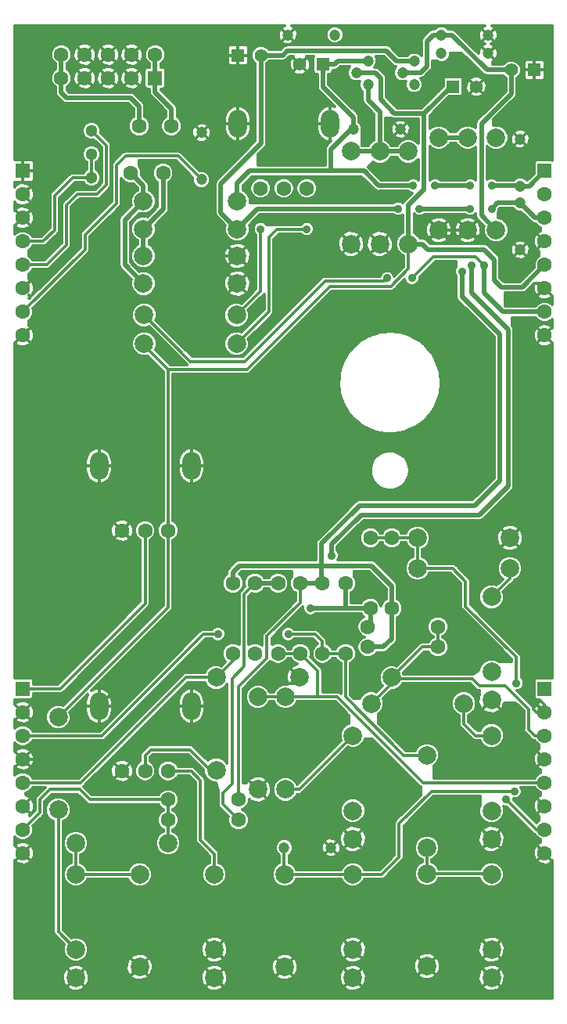
<source format=gtl>
G04 #@! TF.GenerationSoftware,KiCad,Pcbnew,(5.0.0-rc2-dev)*
G04 #@! TF.CreationDate,2020-06-18T08:05:50+03:00*
G04 #@! TF.ProjectId,DIYVCO3C,44495956434F33432E6B696361645F70,rev?*
G04 #@! TF.SameCoordinates,PX1c9c380PY81b3200*
G04 #@! TF.FileFunction,Copper,L1,Top,Signal*
G04 #@! TF.FilePolarity,Positive*
%FSLAX46Y46*%
G04 Gerber Fmt 4.6, Leading zero omitted, Abs format (unit mm)*
G04 Created by KiCad (PCBNEW (5.0.0-rc2-dev)) date Thu Jun 18 08:05:50 2020*
%MOMM*%
%LPD*%
G01*
G04 APERTURE LIST*
%ADD10C,1.200000*%
%ADD11C,2.000000*%
%ADD12C,1.600000*%
%ADD13C,1.300000*%
%ADD14C,1.400000*%
%ADD15R,1.400000X1.400000*%
%ADD16O,2.000000X3.000000*%
%ADD17R,1.600000X1.600000*%
%ADD18C,0.900000*%
%ADD19C,0.300000*%
%ADD20C,0.500000*%
%ADD21C,0.299000*%
G04 APERTURE END LIST*
D10*
X43635000Y101770000D03*
X43635000Y99230000D03*
X42365000Y100500000D03*
X38635000Y101770000D03*
X38635000Y99230000D03*
X37365000Y100500000D03*
D11*
X54000000Y50200000D03*
X44000000Y50200000D03*
X24480000Y77700000D03*
X14320000Y77700000D03*
X14320000Y80700000D03*
X24480000Y80700000D03*
D12*
X12950000Y89650000D03*
X13850000Y94750000D03*
X16450000Y89650000D03*
X17350000Y94750000D03*
D13*
X8700000Y89160000D03*
X8700000Y91700000D03*
X8700000Y94240000D03*
D10*
X46560000Y102600000D03*
X51640000Y102600000D03*
X34640000Y16700000D03*
X29560000Y16700000D03*
D14*
X31250000Y101400000D03*
D15*
X33750000Y101400000D03*
X24550000Y102400000D03*
D14*
X27050000Y102400000D03*
D10*
X55100000Y88260000D03*
X55100000Y93340000D03*
X55100000Y86440000D03*
X55100000Y81360000D03*
X35040000Y104600000D03*
X29960000Y104600000D03*
D11*
X14320000Y86600000D03*
X24480000Y86600000D03*
X24480000Y83600000D03*
X14320000Y83600000D03*
X5100000Y20800000D03*
X5100000Y30800000D03*
D12*
X12000000Y25000000D03*
X14500000Y25000000D03*
X17000000Y25000000D03*
D16*
X9500000Y32000000D03*
X19500000Y32000000D03*
D11*
X13900000Y13800000D03*
X13900000Y3800000D03*
X29600000Y13800000D03*
X29600000Y3800000D03*
X22200000Y25100000D03*
X22200000Y35100000D03*
X14400000Y71200000D03*
X24400000Y71200000D03*
D16*
X34500000Y95000000D03*
X24500000Y95000000D03*
D12*
X32000000Y88000000D03*
X29500000Y88000000D03*
X27000000Y88000000D03*
D11*
X24400000Y74300000D03*
X14400000Y74300000D03*
X7000000Y17200000D03*
X17000000Y17200000D03*
X45000000Y3900000D03*
X45000000Y13900000D03*
X45000000Y26700000D03*
X45000000Y16700000D03*
D16*
X19500000Y58000000D03*
X9500000Y58000000D03*
D12*
X17000000Y51000000D03*
X14500000Y51000000D03*
X12000000Y51000000D03*
D11*
X46300000Y83500000D03*
X46300000Y93500000D03*
X49000000Y32300000D03*
X39000000Y32300000D03*
X29700000Y23000000D03*
X29700000Y33000000D03*
X44000000Y46900000D03*
X54000000Y46900000D03*
D12*
X17000000Y21900000D03*
X24600000Y21900000D03*
X26400000Y37700000D03*
X26400000Y45300000D03*
X17000000Y19700000D03*
X24600000Y19700000D03*
X24000000Y37700000D03*
X24000000Y45300000D03*
X36200000Y45300000D03*
X36200000Y37700000D03*
X33700000Y45300000D03*
X33700000Y37700000D03*
X38600000Y40600000D03*
X46200000Y40600000D03*
X28900000Y37700000D03*
X28900000Y45300000D03*
X38900000Y42600000D03*
X38900000Y50200000D03*
X38600000Y38400000D03*
X46200000Y38400000D03*
X31300000Y45300000D03*
X31300000Y37700000D03*
X41200000Y42600000D03*
X41200000Y50200000D03*
D17*
X15580000Y99930000D03*
D12*
X15580000Y102470000D03*
X13040000Y99930000D03*
X13040000Y102470000D03*
X10500000Y99930000D03*
X10500000Y102470000D03*
X7960000Y99930000D03*
X7960000Y102470000D03*
X5420000Y99930000D03*
X5420000Y102470000D03*
D11*
X22000000Y5698000D03*
X22000000Y13826000D03*
X22000000Y2650000D03*
X7000000Y2650000D03*
X7000000Y13826000D03*
X7000000Y5698000D03*
X37000000Y2650000D03*
X37000000Y13826000D03*
X37000000Y5698000D03*
X52000000Y5698000D03*
X52000000Y13826000D03*
X52000000Y2650000D03*
X52000000Y20698000D03*
X52000000Y28826000D03*
X52000000Y17650000D03*
X37000000Y20698000D03*
X37000000Y28826000D03*
X37000000Y17650000D03*
X52000000Y32650000D03*
X52000000Y43826000D03*
X52000000Y35698000D03*
D12*
X1250000Y87350000D03*
D17*
X1250000Y89890000D03*
D12*
X1250000Y84810000D03*
X1250000Y82270000D03*
X1250000Y79730000D03*
X1250000Y77190000D03*
X1250000Y74650000D03*
X1250000Y72110000D03*
X57750000Y87350000D03*
D17*
X57750000Y89890000D03*
D12*
X57750000Y84810000D03*
X57750000Y82270000D03*
X57750000Y79730000D03*
X57750000Y77190000D03*
X57750000Y74650000D03*
X57750000Y72110000D03*
X1250000Y16110000D03*
X1250000Y18650000D03*
X1250000Y21190000D03*
X1250000Y23730000D03*
X1250000Y26270000D03*
X1250000Y28810000D03*
D17*
X1250000Y33890000D03*
D12*
X1250000Y31350000D03*
X57750000Y16110000D03*
X57750000Y18650000D03*
X57750000Y21190000D03*
X57750000Y23730000D03*
X57750000Y26270000D03*
X57750000Y28810000D03*
D17*
X57750000Y33890000D03*
D12*
X57750000Y31350000D03*
D10*
X20600000Y88960000D03*
X20600000Y94040000D03*
X46560000Y104600000D03*
X51640000Y104600000D03*
D15*
X56650000Y100800000D03*
D14*
X54150000Y100800000D03*
D10*
X37060000Y94400000D03*
X42140000Y94400000D03*
D15*
X47850000Y99000000D03*
D14*
X50350000Y99000000D03*
D11*
X49400000Y83500000D03*
X49400000Y93500000D03*
X52500000Y93500000D03*
X52500000Y83500000D03*
X36800000Y82000000D03*
X36800000Y92000000D03*
X39900000Y82000000D03*
X39900000Y92000000D03*
X43000000Y92000000D03*
X43000000Y82000000D03*
X31200000Y35100000D03*
X41200000Y35100000D03*
X26700000Y23000000D03*
X26700000Y33000000D03*
D18*
X35000000Y72500000D03*
X43000000Y73600000D03*
X32400000Y62600000D03*
X27300000Y54700000D03*
X34600000Y53400000D03*
X41000000Y60600000D03*
X46000000Y54900000D03*
X51700000Y57000000D03*
X55400000Y65300000D03*
X54900000Y73400000D03*
X51700000Y71700000D03*
X35000000Y76300000D03*
X28600000Y69800000D03*
X18000000Y67300000D03*
X15800000Y67800000D03*
X17700000Y69600000D03*
X26600000Y75000000D03*
X29500000Y75300000D03*
X41600000Y79500000D03*
X41700000Y84400000D03*
X29000000Y82400000D03*
X28300000Y84600000D03*
X33300000Y91200000D03*
X28200000Y86800000D03*
X47400000Y79600000D03*
X53500000Y85200000D03*
X53900000Y78600000D03*
X21700000Y27300000D03*
X35600000Y100400000D03*
X38800000Y94700000D03*
X27500000Y91300000D03*
X26400000Y62900000D03*
X36600000Y104800000D03*
X41200000Y99000000D03*
X44300000Y104900000D03*
X40200000Y104600000D03*
X40200000Y101700000D03*
X48300000Y102200000D03*
X45300000Y98900000D03*
X54000000Y76000000D03*
X39700000Y44200000D03*
X37900000Y45900000D03*
X33600000Y23300000D03*
X21800000Y23000000D03*
X25300000Y16900000D03*
X30600000Y19300000D03*
X30900000Y25000000D03*
X35500000Y30600000D03*
X31800000Y31700000D03*
X25800000Y30900000D03*
X15700000Y49800000D03*
X15600000Y42800000D03*
X10500000Y37700000D03*
X9400000Y27400000D03*
X15900000Y33500000D03*
X22100000Y38300000D03*
X28000000Y34500000D03*
X42900000Y38900000D03*
X37600000Y36200000D03*
X37500000Y33300000D03*
X34700000Y34400000D03*
X47800000Y36100000D03*
X53200000Y37400000D03*
X43700000Y36100000D03*
X27400000Y43900000D03*
X26600000Y40800000D03*
X36800000Y41300000D03*
X31100000Y41100000D03*
X32100000Y48300000D03*
X53800000Y42000000D03*
X57200000Y47900000D03*
X57100000Y61600000D03*
X58000000Y51300000D03*
X20400000Y71700000D03*
X17500000Y82700000D03*
X21400000Y86900000D03*
X22300000Y91000000D03*
X18400000Y89200000D03*
X6200000Y74500000D03*
X6700000Y78300000D03*
X11200000Y95500000D03*
X10400000Y87000000D03*
X10900000Y83300000D03*
X12600000Y87600000D03*
X43200000Y89700000D03*
X39800000Y90100000D03*
X52300000Y89800000D03*
X45700000Y91600000D03*
X49600000Y89800000D03*
X34100000Y88700000D03*
X37500000Y88700000D03*
X42100000Y87200000D03*
X53000000Y95500000D03*
X57500000Y104600000D03*
X47800000Y95200000D03*
X15000000Y58500000D03*
X9100000Y65400000D03*
X57100000Y37400000D03*
X40700000Y30700000D03*
X38700000Y27400000D03*
X43200000Y22900000D03*
X44700000Y33300000D03*
X46500000Y25000000D03*
X52400000Y25000000D03*
X45800000Y21500000D03*
X55700000Y28400000D03*
X55700000Y25000000D03*
X49200000Y10900000D03*
X57300000Y1700000D03*
X40400000Y10300000D03*
X28400000Y9400000D03*
X17500000Y9500000D03*
X6500000Y11600000D03*
X1400000Y1200000D03*
X1300000Y9100000D03*
X18900000Y23700000D03*
X19900000Y16100000D03*
X16300000Y14500000D03*
X8800000Y15400000D03*
X15100000Y20600000D03*
X7600000Y20600000D03*
X18600000Y49500000D03*
X12600000Y36000000D03*
X17200000Y38300000D03*
X22700000Y41600000D03*
X22100000Y46500000D03*
X10200000Y71800000D03*
X3400000Y66900000D03*
X1800000Y59500000D03*
X5600000Y52400000D03*
X1200000Y44900000D03*
X7000000Y41900000D03*
X1400000Y36900000D03*
X4600000Y35200000D03*
X12900000Y43500000D03*
X42500000Y44200000D03*
X47300000Y45500000D03*
X38500000Y48300000D03*
X42500000Y48800000D03*
X7200000Y84400000D03*
X2600000Y81000000D03*
X5000000Y82300000D03*
X7300000Y88300000D03*
X17600000Y102300000D03*
X19300000Y96700000D03*
X1700000Y104500000D03*
X1700000Y100200000D03*
X7300000Y90400000D03*
X54500000Y22800000D03*
X27000000Y83600000D03*
X32000000Y83600000D03*
X53600000Y21900000D03*
X54700000Y34500000D03*
X48800000Y79000000D03*
X49700000Y88300000D03*
X45900000Y88300000D03*
X43500000Y88300000D03*
X52000000Y88300000D03*
X32400000Y42600000D03*
X34700000Y48300000D03*
X49800000Y79700000D03*
X41900000Y85800000D03*
X44200000Y85800000D03*
X49700000Y85800000D03*
X52000000Y85800000D03*
X43400000Y78300000D03*
X40700000Y78300000D03*
X51200000Y79700000D03*
X22400000Y39800000D03*
X30000000Y39800000D03*
D19*
X2660000Y78600000D02*
X4200000Y78600000D01*
X1250000Y77190000D02*
X2660000Y78600000D01*
X4200000Y78600000D02*
X7200000Y81600000D01*
X7200000Y81600000D02*
X7200000Y84400000D01*
X19500000Y32000000D02*
X19500000Y29500000D01*
X19500000Y29500000D02*
X21700000Y27300000D01*
X34500000Y95000000D02*
X31200000Y95000000D01*
X31200000Y95000000D02*
X27500000Y91300000D01*
X21500000Y58000000D02*
X19500000Y58000000D01*
X26400000Y62900000D02*
X21500000Y58000000D01*
X46300000Y83500000D02*
X49400000Y83500000D01*
X46300000Y83500000D02*
X47000000Y82800000D01*
X47000000Y82800000D02*
X48700000Y82800000D01*
X48700000Y82800000D02*
X49400000Y83500000D01*
X1250000Y31350000D02*
X500000Y30600000D01*
X500000Y30600000D02*
X500000Y30300000D01*
X1250000Y31350000D02*
X400000Y32200000D01*
X400000Y32200000D02*
X400000Y32400000D01*
X1250000Y26270000D02*
X500000Y25520000D01*
X500000Y25520000D02*
X500000Y25100000D01*
X1250000Y26270000D02*
X500000Y27020000D01*
X500000Y27020000D02*
X500000Y27400000D01*
X1250000Y16110000D02*
X500000Y16860000D01*
X500000Y16860000D02*
X500000Y17200000D01*
X1250000Y16110000D02*
X400000Y15260000D01*
X400000Y15260000D02*
X400000Y15100000D01*
X57750000Y72110000D02*
X58600000Y71260000D01*
X58600000Y71260000D02*
X58600000Y71100000D01*
X57750000Y72110000D02*
X58500000Y72860000D01*
X58500000Y72860000D02*
X58500000Y73200000D01*
X57750000Y77190000D02*
X57240000Y77700000D01*
X57240000Y77700000D02*
X56600000Y77700000D01*
X57750000Y77190000D02*
X58600000Y76340000D01*
X58600000Y76340000D02*
X58600000Y76200000D01*
X1250000Y72110000D02*
X500000Y71360000D01*
X500000Y71360000D02*
X500000Y71000000D01*
X1250000Y84810000D02*
X500000Y84060000D01*
X500000Y84060000D02*
X500000Y83900000D01*
X1250000Y84810000D02*
X500000Y85560000D01*
X500000Y85560000D02*
X500000Y85900000D01*
X41200000Y99000000D02*
X41200000Y100700000D01*
X44000000Y104600000D02*
X44300000Y104900000D01*
X40200000Y104600000D02*
X44000000Y104600000D01*
X41200000Y100700000D02*
X40200000Y101700000D01*
X57750000Y31350000D02*
X56870002Y31350000D01*
X56870002Y31350000D02*
X56520002Y31700000D01*
X57750000Y31350000D02*
X57750000Y32150000D01*
X57750000Y32150000D02*
X57200000Y32700000D01*
X57750000Y16110000D02*
X58500000Y15360000D01*
X58500000Y15360000D02*
X58500000Y15100000D01*
X57750000Y77190000D02*
X56560000Y76000000D01*
X56560000Y76000000D02*
X54000000Y76000000D01*
X49400000Y83500000D02*
X50100000Y82800000D01*
X50100000Y82800000D02*
X50900000Y82800000D01*
X46300000Y83500000D02*
X45500000Y82700000D01*
X45500000Y82700000D02*
X44700000Y82700000D01*
X39700000Y44200000D02*
X38000000Y45900000D01*
X38000000Y45900000D02*
X37900000Y45900000D01*
X38700000Y27400000D02*
X34600000Y23300000D01*
X34600000Y23300000D02*
X33600000Y23300000D01*
X27700000Y19300000D02*
X25300000Y16900000D01*
X30600000Y19300000D02*
X27700000Y19300000D01*
X35500000Y29600000D02*
X30900000Y25000000D01*
X35500000Y30600000D02*
X35500000Y29600000D01*
X31000000Y30900000D02*
X31800000Y31700000D01*
X25800000Y30900000D02*
X31000000Y30900000D01*
X10500000Y37700000D02*
X15600000Y42800000D01*
X15900000Y33500000D02*
X20700000Y38300000D01*
X8270000Y26270000D02*
X9400000Y27400000D01*
X1250000Y26270000D02*
X8270000Y26270000D01*
X20700000Y38300000D02*
X22100000Y38300000D01*
X31200000Y35100000D02*
X30600000Y34500000D01*
X30600000Y34500000D02*
X28000000Y34500000D01*
X43800000Y42900000D02*
X43800000Y39800000D01*
X43800000Y39800000D02*
X42900000Y38900000D01*
X37600000Y36200000D02*
X37500000Y36100000D01*
X37500000Y36100000D02*
X37500000Y33300000D01*
X42500000Y44200000D02*
X43800000Y42900000D01*
X49100000Y37400000D02*
X47800000Y36100000D01*
X49100000Y37400000D02*
X53200000Y37400000D01*
X27400000Y43900000D02*
X27400000Y41600000D01*
X27400000Y41600000D02*
X26600000Y40800000D01*
X36600000Y41100000D02*
X36800000Y41300000D01*
X31100000Y41100000D02*
X36600000Y41100000D01*
X57100000Y37400000D02*
X53800000Y40700000D01*
X53800000Y40700000D02*
X53800000Y42000000D01*
X24480000Y80700000D02*
X19500000Y80700000D01*
X19500000Y80700000D02*
X17500000Y82700000D01*
X20600000Y94040000D02*
X22300000Y92340000D01*
X22300000Y92340000D02*
X22300000Y91000000D01*
X6200000Y74500000D02*
X6200000Y77800000D01*
X6200000Y77800000D02*
X6700000Y78300000D01*
X10900000Y84800000D02*
X10900000Y83300000D01*
X12600000Y86500000D02*
X10900000Y84800000D01*
X12600000Y87600000D02*
X12600000Y86500000D01*
X43200000Y89700000D02*
X40200000Y89700000D01*
X40200000Y89700000D02*
X39800000Y90100000D01*
X47500000Y89800000D02*
X45700000Y91600000D01*
X49600000Y89800000D02*
X47500000Y89800000D01*
X39000000Y87200000D02*
X37500000Y88700000D01*
X42100000Y87200000D02*
X39000000Y87200000D01*
X55100000Y93340000D02*
X53000000Y95440000D01*
X51640000Y102600000D02*
X53640000Y104600000D01*
X53640000Y104600000D02*
X57500000Y104600000D01*
X15000000Y54000000D02*
X15000000Y58500000D01*
X15000000Y54000000D02*
X12000000Y51000000D01*
X57750000Y31350000D02*
X56000000Y33100000D01*
X56000000Y36300000D02*
X57100000Y37400000D01*
X56000000Y33100000D02*
X56000000Y36300000D01*
X13040000Y102470000D02*
X14670000Y104100000D01*
X17600000Y103000000D02*
X17600000Y102300000D01*
X16500000Y104100000D02*
X17600000Y103000000D01*
X14670000Y104100000D02*
X16500000Y104100000D01*
X40700000Y30700000D02*
X42100000Y30700000D01*
X43200000Y22900000D02*
X38700000Y27400000D01*
X42100000Y30700000D02*
X44700000Y33300000D01*
X52400000Y25000000D02*
X55700000Y25000000D01*
X46500000Y25000000D02*
X52400000Y25000000D01*
X52000000Y5698000D02*
X49200000Y8498000D01*
X49200000Y8498000D02*
X49200000Y10900000D01*
X37000000Y5698000D02*
X40400000Y9098000D01*
X40400000Y9098000D02*
X40400000Y10300000D01*
X13900000Y3800000D02*
X17500000Y7400000D01*
X17500000Y7400000D02*
X17500000Y9500000D01*
X1400000Y9000000D02*
X1400000Y1200000D01*
X1300000Y9100000D02*
X1400000Y9000000D01*
X15100000Y20600000D02*
X15100000Y15700000D01*
X18900000Y17100000D02*
X18900000Y23700000D01*
X19900000Y16100000D02*
X18900000Y17100000D01*
X15100000Y15700000D02*
X16300000Y14500000D01*
X7600000Y20600000D02*
X15100000Y20600000D01*
X22100000Y46500000D02*
X19100000Y49500000D01*
X19100000Y49500000D02*
X18600000Y49500000D01*
X12600000Y35100000D02*
X9500000Y32000000D01*
X12600000Y36000000D02*
X12600000Y35100000D01*
X20500000Y41600000D02*
X17200000Y38300000D01*
X22700000Y41600000D02*
X20500000Y41600000D01*
X10200000Y71800000D02*
X8300000Y71800000D01*
X8300000Y71800000D02*
X3400000Y66900000D01*
X1800000Y59500000D02*
X1800000Y56200000D01*
X1800000Y56200000D02*
X5600000Y52400000D01*
X1200000Y44900000D02*
X4000000Y44900000D01*
X4000000Y44900000D02*
X7000000Y41900000D01*
X1400000Y36900000D02*
X2900000Y36900000D01*
X2900000Y36900000D02*
X4600000Y35200000D01*
X12900000Y43500000D02*
X12900000Y50100000D01*
X12900000Y50100000D02*
X12000000Y51000000D01*
X42500000Y44200000D02*
X43800000Y45500000D01*
X43800000Y45500000D02*
X47300000Y45500000D01*
X42000000Y48300000D02*
X38500000Y48300000D01*
X42500000Y48800000D02*
X42000000Y48300000D01*
X5300000Y82600000D02*
X5000000Y82300000D01*
X5300000Y86700000D02*
X5300000Y82600000D01*
X6900000Y88300000D02*
X5300000Y86700000D01*
X7300000Y88300000D02*
X6900000Y88300000D01*
X1700000Y96000000D02*
X1700000Y100200000D01*
X7300000Y90400000D02*
X1700000Y96000000D01*
D20*
X14320000Y86600000D02*
X12300000Y84580000D01*
X12300000Y79720000D02*
X14320000Y77700000D01*
X12300000Y84580000D02*
X12300000Y79720000D01*
X14320000Y86600000D02*
X14320000Y88280000D01*
X14320000Y88280000D02*
X12950000Y89650000D01*
X14320000Y83600000D02*
X16450000Y85730000D01*
X16450000Y85730000D02*
X16450000Y89650000D01*
X14320000Y80700000D02*
X14320000Y83600000D01*
D19*
X5100000Y20800000D02*
X5100000Y7598000D01*
X5100000Y7598000D02*
X7000000Y5698000D01*
X37000000Y13826000D02*
X40126000Y13826000D01*
X45500000Y22800000D02*
X54500000Y22800000D01*
X42000000Y19300000D02*
X45500000Y22800000D01*
X42000000Y15700000D02*
X42000000Y19300000D01*
X40126000Y13826000D02*
X42000000Y15700000D01*
X29600000Y13800000D02*
X36974000Y13800000D01*
X29560000Y16700000D02*
X29560000Y13840000D01*
X27000000Y83600000D02*
X27000000Y76900000D01*
X27000000Y76900000D02*
X24400000Y74300000D01*
X22200000Y25100000D02*
X21600000Y25100000D01*
X14500000Y26700000D02*
X14500000Y25000000D01*
X15100000Y27300000D02*
X14500000Y26700000D01*
X19400000Y27300000D02*
X15100000Y27300000D01*
X21600000Y25100000D02*
X19400000Y27300000D01*
X22000000Y13826000D02*
X22000000Y16000000D01*
X19500000Y25000000D02*
X17000000Y25000000D01*
X20500000Y24000000D02*
X19500000Y25000000D01*
X20500000Y17500000D02*
X20500000Y24000000D01*
X22000000Y16000000D02*
X20500000Y17500000D01*
X7000000Y13826000D02*
X7000000Y17200000D01*
X7000000Y13826000D02*
X13874000Y13826000D01*
X28800000Y83600000D02*
X27900000Y82700000D01*
X27900000Y74700000D02*
X26300000Y73100000D01*
X32000000Y83600000D02*
X28800000Y83600000D01*
X27900000Y82700000D02*
X27900000Y74700000D01*
X26300000Y73100000D02*
X24400000Y71200000D01*
X45000000Y13900000D02*
X51926000Y13900000D01*
X45000000Y16700000D02*
X45000000Y13900000D01*
X1250000Y33890000D02*
X5290000Y33890000D01*
X14500000Y43100000D02*
X14500000Y51000000D01*
X5290000Y33890000D02*
X14500000Y43100000D01*
X49000000Y32300000D02*
X49000000Y30100000D01*
X50274000Y28826000D02*
X52000000Y28826000D01*
X49000000Y30100000D02*
X50274000Y28826000D01*
X29700000Y23000000D02*
X31174000Y23000000D01*
X31174000Y23000000D02*
X37000000Y28826000D01*
X52000000Y43826000D02*
X54000000Y45826000D01*
X54000000Y45826000D02*
X54000000Y46900000D01*
D20*
X12900000Y97800000D02*
X13850000Y96850000D01*
X5420000Y98380000D02*
X6000000Y97800000D01*
X6000000Y97800000D02*
X12900000Y97800000D01*
X5420000Y99930000D02*
X5420000Y98380000D01*
X13850000Y96850000D02*
X13850000Y94750000D01*
X5420000Y102470000D02*
X5420000Y99930000D01*
X17350000Y94750000D02*
X17350000Y96650000D01*
X15580000Y98420000D02*
X15580000Y99930000D01*
X17350000Y96650000D02*
X15580000Y98420000D01*
X15580000Y99930000D02*
X15580000Y102470000D01*
D19*
X46200000Y38400000D02*
X46200000Y40600000D01*
X41200000Y35100000D02*
X44500000Y38400000D01*
X44500000Y38400000D02*
X46200000Y38400000D01*
X39000000Y32300000D02*
X41200000Y34500000D01*
X41300000Y35000000D02*
X49900000Y35000000D01*
X49900000Y35000000D02*
X50700000Y34200000D01*
X50700000Y34200000D02*
X53500000Y34200000D01*
X53500000Y34200000D02*
X56000000Y31700000D01*
X56000000Y31700000D02*
X56000000Y29500000D01*
X56000000Y29500000D02*
X56690000Y28810000D01*
X56690000Y28810000D02*
X57750000Y28810000D01*
X33200000Y33000000D02*
X35300000Y33000000D01*
X33200000Y35800000D02*
X33200000Y33000000D01*
X33200000Y33000000D02*
X29700000Y33000000D01*
X26700000Y33000000D02*
X29700000Y33000000D01*
X57750000Y23730000D02*
X44570000Y23730000D01*
X35300000Y33000000D02*
X44570000Y23730000D01*
X33200000Y35800000D02*
X31300000Y37700000D01*
X31300000Y37700000D02*
X28900000Y37700000D01*
X44000000Y46900000D02*
X44000000Y50200000D01*
X41200000Y50200000D02*
X44000000Y50200000D01*
X49200000Y42800000D02*
X49200000Y45500000D01*
X49200000Y45500000D02*
X47800000Y46900000D01*
X47800000Y46900000D02*
X44000000Y46900000D01*
X56850000Y18650000D02*
X57750000Y18650000D01*
X53600000Y21900000D02*
X56850000Y18650000D01*
X54700000Y37300000D02*
X54700000Y34500000D01*
X49200000Y42800000D02*
X54700000Y37300000D01*
X38900000Y50200000D02*
X41200000Y50200000D01*
X22200000Y35100000D02*
X24000000Y36900000D01*
X24000000Y36900000D02*
X24000000Y37700000D01*
X1250000Y23730000D02*
X7530000Y23730000D01*
X7530000Y23730000D02*
X18900000Y35100000D01*
X18900000Y35100000D02*
X22200000Y35100000D01*
X1250000Y18650000D02*
X3100000Y20500000D01*
X8500000Y21900000D02*
X17000000Y21900000D01*
X7400000Y23000000D02*
X8500000Y21900000D01*
X4200000Y23000000D02*
X7400000Y23000000D01*
X3100000Y21900000D02*
X4200000Y23000000D01*
X3100000Y20500000D02*
X3100000Y21900000D01*
X17000000Y19700000D02*
X17000000Y21900000D01*
X17000000Y17200000D02*
X17000000Y19700000D01*
X8700000Y94240000D02*
X10300000Y92640000D01*
X3830000Y79730000D02*
X1250000Y79730000D01*
X6000000Y81900000D02*
X3830000Y79730000D01*
X6000000Y86200000D02*
X6000000Y81900000D01*
X7200000Y87400000D02*
X6000000Y86200000D01*
X9300000Y87400000D02*
X7200000Y87400000D01*
X10300000Y88400000D02*
X9300000Y87400000D01*
X10300000Y92640000D02*
X10300000Y88400000D01*
X8700000Y89160000D02*
X6660000Y89160000D01*
X3470000Y82270000D02*
X1250000Y82270000D01*
X4700000Y83500000D02*
X3470000Y82270000D01*
X4700000Y87200000D02*
X4700000Y83500000D01*
X6660000Y89160000D02*
X4700000Y87200000D01*
X8700000Y91700000D02*
X8700000Y89160000D01*
D20*
X52900000Y56400000D02*
X52900000Y72200000D01*
X37700000Y53700000D02*
X50200000Y53700000D01*
X52900000Y72200000D02*
X48800000Y76300000D01*
X50200000Y53700000D02*
X52900000Y56400000D01*
X33600000Y49600000D02*
X37700000Y53700000D01*
X33600000Y47200000D02*
X33600000Y49600000D01*
X48800000Y76300000D02*
X48800000Y79000000D01*
X38635000Y101770000D02*
X35370000Y101770000D01*
X35000000Y101400000D02*
X33750000Y101400000D01*
X35370000Y101770000D02*
X35000000Y101400000D01*
X38600000Y38400000D02*
X40300000Y38400000D01*
X41200000Y39300000D02*
X41200000Y42600000D01*
X40300000Y38400000D02*
X41200000Y39300000D01*
D19*
X24600000Y21900000D02*
X24600000Y34100000D01*
X31300000Y43200000D02*
X31300000Y45300000D01*
X27700000Y39600000D02*
X31300000Y43200000D01*
X27700000Y37200000D02*
X27700000Y39600000D01*
X24600000Y34100000D02*
X27700000Y37200000D01*
D20*
X33600000Y45400000D02*
X33600000Y47200000D01*
X33600000Y47200000D02*
X24700000Y47200000D01*
X24000000Y46500000D02*
X24000000Y45300000D01*
X24700000Y47200000D02*
X24000000Y46500000D01*
X37060000Y94400000D02*
X36800000Y94400000D01*
X36800000Y94400000D02*
X34600000Y92200000D01*
X34600000Y92200000D02*
X34600000Y89900000D01*
X24480000Y86600000D02*
X24480000Y88580000D01*
X24480000Y88580000D02*
X25800000Y89900000D01*
X25800000Y89900000D02*
X34600000Y89900000D01*
X34600000Y89900000D02*
X38200000Y89900000D01*
X45900000Y88300000D02*
X49700000Y88300000D01*
X39800000Y88300000D02*
X43500000Y88300000D01*
X38200000Y89900000D02*
X39800000Y88300000D01*
X52000000Y88300000D02*
X55060000Y88300000D01*
X57750000Y89890000D02*
X56120000Y88260000D01*
X56120000Y88260000D02*
X55100000Y88260000D01*
X33750000Y99000000D02*
X37060000Y95690000D01*
X37060000Y95690000D02*
X37060000Y94400000D01*
X33750000Y99150000D02*
X33750000Y99000000D01*
X33750000Y99000000D02*
X33750000Y101400000D01*
X41200000Y42600000D02*
X41200000Y45000000D01*
X41200000Y45000000D02*
X39000000Y47200000D01*
X39000000Y47200000D02*
X35300000Y47200000D01*
X35300000Y47200000D02*
X33600000Y47200000D01*
X31300000Y45300000D02*
X33700000Y45300000D01*
X41900000Y85800000D02*
X26680000Y85800000D01*
X24480000Y83600000D02*
X26680000Y85800000D01*
X37900000Y52700000D02*
X34700000Y49500000D01*
X53800000Y55800000D02*
X50700000Y52700000D01*
X50700000Y52700000D02*
X37900000Y52700000D01*
X53800000Y72700000D02*
X53800000Y55800000D01*
X49800000Y79700000D02*
X49800000Y76700000D01*
X49800000Y76700000D02*
X53800000Y72700000D01*
X34700000Y49500000D02*
X34700000Y48300000D01*
X43635000Y101770000D02*
X41730000Y101770000D01*
X29400000Y102400000D02*
X27050000Y102400000D01*
X29900000Y102900000D02*
X29400000Y102400000D01*
X40600000Y102900000D02*
X29900000Y102900000D01*
X41730000Y101770000D02*
X40600000Y102900000D01*
X36200000Y45300000D02*
X36200000Y42600000D01*
X38900000Y42600000D02*
X36200000Y42600000D01*
X36200000Y42600000D02*
X32400000Y42600000D01*
X38600000Y40600000D02*
X38900000Y40900000D01*
X38900000Y40900000D02*
X38900000Y42600000D01*
D19*
X26400000Y45300000D02*
X25200000Y44100000D01*
X22900000Y21400000D02*
X24600000Y19700000D01*
X22900000Y22600000D02*
X22900000Y21400000D01*
X23900000Y23600000D02*
X22900000Y22600000D01*
X23900000Y35000000D02*
X23900000Y23600000D01*
X25200000Y36300000D02*
X23900000Y35000000D01*
X25200000Y44100000D02*
X25200000Y36300000D01*
D20*
X24480000Y83600000D02*
X22700000Y85380000D01*
X22700000Y85380000D02*
X22700000Y88500000D01*
X22700000Y88500000D02*
X27050000Y92850000D01*
X27050000Y92850000D02*
X27050000Y102400000D01*
X49700000Y85800000D02*
X44200000Y85800000D01*
X55100000Y86440000D02*
X56730000Y84810000D01*
X56730000Y84810000D02*
X57750000Y84810000D01*
X52640000Y86440000D02*
X55100000Y86440000D01*
X52000000Y85800000D02*
X52640000Y86440000D01*
X26400000Y45300000D02*
X28900000Y45300000D01*
D19*
X40400000Y78000000D02*
X34000000Y78000000D01*
X40700000Y78300000D02*
X40400000Y78000000D01*
X34000000Y78000000D02*
X25300000Y69300000D01*
X25300000Y69300000D02*
X19400000Y69300000D01*
X19400000Y69300000D02*
X14400000Y74300000D01*
X45700000Y80600000D02*
X50300000Y80600000D01*
X43400000Y78300000D02*
X45700000Y80600000D01*
X50300000Y80600000D02*
X51200000Y79700000D01*
D20*
X42365000Y100500000D02*
X44300000Y100500000D01*
X45700000Y104600000D02*
X46560000Y104600000D01*
X45000000Y103900000D02*
X45700000Y104600000D01*
X45000000Y101200000D02*
X45000000Y103900000D01*
X44300000Y100500000D02*
X45000000Y101200000D01*
X51500000Y100800000D02*
X54150000Y100800000D01*
X54150000Y98250000D02*
X50900000Y95000000D01*
X54150000Y100800000D02*
X54150000Y98250000D01*
X47700000Y104600000D02*
X51500000Y100800000D01*
X50900000Y85100000D02*
X50900000Y95000000D01*
X46560000Y104600000D02*
X47700000Y104600000D01*
X52500000Y83500000D02*
X50900000Y85100000D01*
X57750000Y74650000D02*
X53250000Y74650000D01*
X51200000Y76700000D02*
X51200000Y79700000D01*
X53250000Y74650000D02*
X51200000Y76700000D01*
D19*
X25500000Y68400000D02*
X34500000Y77400000D01*
X17000000Y68400000D02*
X25500000Y68400000D01*
X41100000Y77400000D02*
X43000000Y79300000D01*
X34500000Y77400000D02*
X41100000Y77400000D01*
X43000000Y79300000D02*
X43000000Y82000000D01*
X14400000Y71000000D02*
X17000000Y68400000D01*
X14400000Y71200000D02*
X14400000Y71000000D01*
X17000000Y51000000D02*
X17000000Y68400000D01*
D20*
X52300000Y78100000D02*
X53100000Y77300000D01*
X52300000Y80300000D02*
X52300000Y78100000D01*
X51200000Y81400000D02*
X52300000Y80300000D01*
X45100000Y81400000D02*
X51200000Y81400000D01*
X43000000Y82000000D02*
X44500000Y82000000D01*
X44500000Y82000000D02*
X45100000Y81400000D01*
X53100000Y77300000D02*
X55320000Y77300000D01*
X55320000Y77300000D02*
X57750000Y79730000D01*
D19*
X17000000Y51000000D02*
X17000000Y51000000D01*
D20*
X44700000Y96100000D02*
X41500000Y96100000D01*
X39400000Y100500000D02*
X37365000Y100500000D01*
X40000000Y99900000D02*
X39400000Y100500000D01*
X40000000Y97600000D02*
X40000000Y99900000D01*
X41500000Y96100000D02*
X40000000Y97600000D01*
X47850000Y99000000D02*
X47600000Y99000000D01*
X47600000Y99000000D02*
X44700000Y96100000D01*
X43000000Y86200000D02*
X43000000Y82000000D01*
X44700000Y87900000D02*
X43000000Y86200000D01*
X44700000Y96100000D02*
X44700000Y87900000D01*
D19*
X5100000Y30800000D02*
X17000000Y42700000D01*
X17000000Y42700000D02*
X17000000Y51000000D01*
X42500000Y26700000D02*
X36200000Y33000000D01*
X45000000Y26700000D02*
X42500000Y26700000D01*
X36200000Y33000000D02*
X36200000Y37700000D01*
X30000000Y39800000D02*
X32900000Y39800000D01*
X1250000Y28810000D02*
X9810000Y28810000D01*
X9810000Y28810000D02*
X20800000Y39800000D01*
X20800000Y39800000D02*
X22400000Y39800000D01*
X33700000Y39000000D02*
X33700000Y37700000D01*
X32900000Y39800000D02*
X33700000Y39000000D01*
X33700000Y37700000D02*
X36200000Y37700000D01*
X8000000Y83000000D02*
X8000000Y81400000D01*
X10800000Y85800000D02*
X8000000Y83000000D01*
X8000000Y81400000D02*
X1250000Y74650000D01*
X20600000Y88960000D02*
X18060000Y91500000D01*
X11400000Y86400000D02*
X10800000Y85800000D01*
X11400000Y90500000D02*
X11400000Y86400000D01*
X12400000Y91500000D02*
X11400000Y90500000D01*
X18060000Y91500000D02*
X12400000Y91500000D01*
D20*
X49400000Y93500000D02*
X46300000Y93500000D01*
X38635000Y99230000D02*
X38635000Y97565000D01*
X39900000Y96300000D02*
X39900000Y92000000D01*
X38635000Y97565000D02*
X39900000Y96300000D01*
X39900000Y92000000D02*
X36800000Y92000000D01*
X43000000Y92000000D02*
X39900000Y92000000D01*
D21*
G36*
X30308546Y37037531D02*
X30637531Y36708546D01*
X31000047Y36558387D01*
X30968313Y36559623D01*
X30427376Y36359854D01*
X30331719Y36295937D01*
X30234784Y36065923D01*
X31200000Y35100707D01*
X31214143Y35114849D01*
X31214850Y35114142D01*
X31200707Y35100000D01*
X31512618Y34788089D01*
X31511769Y34787524D01*
X31200000Y35099293D01*
X31185858Y35085150D01*
X31185151Y35085857D01*
X31199293Y35100000D01*
X30234077Y36065216D01*
X30004063Y35968281D01*
X29762821Y35444522D01*
X29740377Y34868313D01*
X29924590Y34369500D01*
X29427590Y34369500D01*
X28924241Y34161006D01*
X28538994Y33775759D01*
X28432848Y33519500D01*
X27967152Y33519500D01*
X27861006Y33775759D01*
X27475759Y34161006D01*
X26972410Y34369500D01*
X26427590Y34369500D01*
X25924241Y34161006D01*
X25538994Y33775759D01*
X25330500Y33272410D01*
X25330500Y32727590D01*
X25538994Y32224241D01*
X25924241Y31838994D01*
X26427590Y31630500D01*
X26972410Y31630500D01*
X27475759Y31838994D01*
X27861006Y32224241D01*
X27967152Y32480500D01*
X28432848Y32480500D01*
X28538994Y32224241D01*
X28924241Y31838994D01*
X29427590Y31630500D01*
X29972410Y31630500D01*
X30475759Y31838994D01*
X30861006Y32224241D01*
X30967152Y32480500D01*
X33148837Y32480500D01*
X33200000Y32470323D01*
X33251164Y32480500D01*
X35084817Y32480500D01*
X36550500Y31014817D01*
X36550500Y30122147D01*
X36224241Y29987006D01*
X35838994Y29601759D01*
X35630500Y29098410D01*
X35630500Y28553590D01*
X35736646Y28297330D01*
X30964711Y23525394D01*
X30861006Y23775759D01*
X30475759Y24161006D01*
X29972410Y24369500D01*
X29427590Y24369500D01*
X28924241Y24161006D01*
X28538994Y23775759D01*
X28330500Y23272410D01*
X28330500Y22727590D01*
X28538994Y22224241D01*
X28924241Y21838994D01*
X29427590Y21630500D01*
X29972410Y21630500D01*
X30475759Y21838994D01*
X30861006Y22224241D01*
X30967152Y22480500D01*
X31122840Y22480500D01*
X31174000Y22470324D01*
X31225160Y22480500D01*
X31225164Y22480500D01*
X31376699Y22510642D01*
X31548538Y22625462D01*
X31577521Y22668838D01*
X36471330Y27562646D01*
X36727590Y27456500D01*
X37272410Y27456500D01*
X37775759Y27664994D01*
X38161006Y28050241D01*
X38326799Y28450500D01*
X39114817Y28450500D01*
X44166481Y23398835D01*
X44195462Y23355462D01*
X44238835Y23326481D01*
X44238836Y23326480D01*
X44294393Y23289358D01*
X44350500Y23251868D01*
X44350500Y22385184D01*
X41668836Y19703519D01*
X41625463Y19674538D01*
X41596482Y19631165D01*
X41596480Y19631163D01*
X41510642Y19502698D01*
X41470324Y19300000D01*
X41480501Y19248835D01*
X41480500Y15915184D01*
X39910817Y14345500D01*
X38267152Y14345500D01*
X38161006Y14601759D01*
X37775759Y14987006D01*
X37272410Y15195500D01*
X36727590Y15195500D01*
X36224241Y14987006D01*
X35838994Y14601759D01*
X35722078Y14319500D01*
X30867152Y14319500D01*
X30761006Y14575759D01*
X30375759Y14961006D01*
X30079500Y15083721D01*
X30079500Y15865804D01*
X30109178Y15878097D01*
X30253541Y16022460D01*
X33963167Y16022460D01*
X34011438Y15834008D01*
X34390685Y15659388D01*
X34807888Y15643191D01*
X35199532Y15787883D01*
X35268562Y15834008D01*
X35316833Y16022460D01*
X34640000Y16699293D01*
X33963167Y16022460D01*
X30253541Y16022460D01*
X30381903Y16150822D01*
X30529500Y16507154D01*
X30529500Y16532112D01*
X33583191Y16532112D01*
X33727883Y16140468D01*
X33774008Y16071438D01*
X33962460Y16023167D01*
X34639293Y16700000D01*
X34640707Y16700000D01*
X35317540Y16023167D01*
X35505992Y16071438D01*
X35680612Y16450685D01*
X35689672Y16684077D01*
X36034784Y16684077D01*
X36131719Y16454063D01*
X36655478Y16212821D01*
X37231687Y16190377D01*
X37772624Y16390146D01*
X37868281Y16454063D01*
X37965216Y16684077D01*
X37000000Y17649293D01*
X36034784Y16684077D01*
X35689672Y16684077D01*
X35696809Y16867888D01*
X35552117Y17259532D01*
X35505992Y17328562D01*
X35317540Y17376833D01*
X34640707Y16700000D01*
X34639293Y16700000D01*
X33962460Y17376833D01*
X33774008Y17328562D01*
X33599388Y16949315D01*
X33583191Y16532112D01*
X30529500Y16532112D01*
X30529500Y16892846D01*
X30381903Y17249178D01*
X30253541Y17377540D01*
X33963167Y17377540D01*
X34640000Y16700707D01*
X35316833Y17377540D01*
X35306390Y17418313D01*
X35540377Y17418313D01*
X35740146Y16877376D01*
X35804063Y16781719D01*
X36034077Y16684784D01*
X36999293Y17650000D01*
X37000707Y17650000D01*
X37965923Y16684784D01*
X38195937Y16781719D01*
X38437179Y17305478D01*
X38459623Y17881687D01*
X38259854Y18422624D01*
X38195937Y18518281D01*
X37965923Y18615216D01*
X37000707Y17650000D01*
X36999293Y17650000D01*
X36034077Y18615216D01*
X35804063Y18518281D01*
X35562821Y17994522D01*
X35540377Y17418313D01*
X35306390Y17418313D01*
X35268562Y17565992D01*
X34889315Y17740612D01*
X34472112Y17756809D01*
X34080468Y17612117D01*
X34011438Y17565992D01*
X33963167Y17377540D01*
X30253541Y17377540D01*
X30109178Y17521903D01*
X29752846Y17669500D01*
X29367154Y17669500D01*
X29010822Y17521903D01*
X28738097Y17249178D01*
X28590500Y16892846D01*
X28590500Y16507154D01*
X28738097Y16150822D01*
X29010822Y15878097D01*
X29040500Y15865804D01*
X29040501Y15050584D01*
X28824241Y14961006D01*
X28438994Y14575759D01*
X28230500Y14072410D01*
X28230500Y13527590D01*
X28438994Y13024241D01*
X28824241Y12638994D01*
X29327590Y12430500D01*
X29872410Y12430500D01*
X30375759Y12638994D01*
X30761006Y13024241D01*
X30867152Y13280500D01*
X35743618Y13280500D01*
X35838994Y13050241D01*
X36224241Y12664994D01*
X36727590Y12456500D01*
X37272410Y12456500D01*
X37775759Y12664994D01*
X38161006Y13050241D01*
X38267152Y13306500D01*
X40074840Y13306500D01*
X40126000Y13296324D01*
X40177160Y13306500D01*
X40177164Y13306500D01*
X40328699Y13336642D01*
X40500538Y13451462D01*
X40529521Y13494838D01*
X42331165Y15296481D01*
X42374538Y15325462D01*
X42489358Y15497301D01*
X42519500Y15648836D01*
X42519500Y15648839D01*
X42529676Y15699999D01*
X42519500Y15751159D01*
X42519500Y16972410D01*
X43630500Y16972410D01*
X43630500Y16427590D01*
X43838994Y15924241D01*
X44224241Y15538994D01*
X44480500Y15432848D01*
X44480501Y15167152D01*
X44224241Y15061006D01*
X43838994Y14675759D01*
X43630500Y14172410D01*
X43630500Y13627590D01*
X43838994Y13124241D01*
X44224241Y12738994D01*
X44727590Y12530500D01*
X45272410Y12530500D01*
X45775759Y12738994D01*
X46161006Y13124241D01*
X46267152Y13380500D01*
X50702196Y13380500D01*
X50838994Y13050241D01*
X51224241Y12664994D01*
X51727590Y12456500D01*
X52272410Y12456500D01*
X52775759Y12664994D01*
X53161006Y13050241D01*
X53369500Y13553590D01*
X53369500Y14098410D01*
X53161006Y14601759D01*
X52775759Y14987006D01*
X52272410Y15195500D01*
X51727590Y15195500D01*
X51224241Y14987006D01*
X50838994Y14601759D01*
X50763500Y14419500D01*
X46267152Y14419500D01*
X46161006Y14675759D01*
X45775759Y15061006D01*
X45519500Y15167152D01*
X45519500Y15432848D01*
X45775759Y15538994D01*
X46146977Y15910212D01*
X56491785Y15910212D01*
X56664016Y15443922D01*
X56719035Y15361578D01*
X56928268Y15288975D01*
X57749293Y16110000D01*
X56928268Y16931025D01*
X56719035Y16858422D01*
X56511105Y16406918D01*
X56491785Y15910212D01*
X46146977Y15910212D01*
X46161006Y15924241D01*
X46369500Y16427590D01*
X46369500Y16684077D01*
X51034784Y16684077D01*
X51131719Y16454063D01*
X51655478Y16212821D01*
X52231687Y16190377D01*
X52772624Y16390146D01*
X52868281Y16454063D01*
X52965216Y16684077D01*
X52000000Y17649293D01*
X51034784Y16684077D01*
X46369500Y16684077D01*
X46369500Y16972410D01*
X46184801Y17418313D01*
X50540377Y17418313D01*
X50740146Y16877376D01*
X50804063Y16781719D01*
X51034077Y16684784D01*
X51999293Y17650000D01*
X52000707Y17650000D01*
X52965923Y16684784D01*
X53195937Y16781719D01*
X53437179Y17305478D01*
X53459623Y17881687D01*
X53259854Y18422624D01*
X53195937Y18518281D01*
X52965923Y18615216D01*
X52000707Y17650000D01*
X51999293Y17650000D01*
X51034077Y18615216D01*
X50804063Y18518281D01*
X50562821Y17994522D01*
X50540377Y17418313D01*
X46184801Y17418313D01*
X46161006Y17475759D01*
X45775759Y17861006D01*
X45272410Y18069500D01*
X44727590Y18069500D01*
X44224241Y17861006D01*
X43838994Y17475759D01*
X43630500Y16972410D01*
X42519500Y16972410D01*
X42519500Y18615923D01*
X51034784Y18615923D01*
X52000000Y17650707D01*
X52965216Y18615923D01*
X52868281Y18845937D01*
X52344522Y19087179D01*
X51768313Y19109623D01*
X51227376Y18909854D01*
X51131719Y18845937D01*
X51034784Y18615923D01*
X42519500Y18615923D01*
X42519500Y19084817D01*
X45715184Y22280500D01*
X50750500Y22280500D01*
X50750500Y21300000D01*
X50755860Y21273055D01*
X50630500Y20970410D01*
X50630500Y20425590D01*
X50838994Y19922241D01*
X51224241Y19536994D01*
X51727590Y19328500D01*
X52272410Y19328500D01*
X52775759Y19536994D01*
X53161006Y19922241D01*
X53369500Y20425590D01*
X53369500Y20970410D01*
X53300477Y21137046D01*
X53436991Y21080500D01*
X53684817Y21080500D01*
X56446481Y18318835D01*
X56475462Y18275462D01*
X56647301Y18160642D01*
X56690391Y18152071D01*
X56758546Y17987531D01*
X57087531Y17658546D01*
X57267791Y17583880D01*
X57318029Y17282455D01*
X57083922Y17195984D01*
X57001578Y17140965D01*
X56928975Y16931732D01*
X57750000Y16110707D01*
X57764143Y16124849D01*
X57764850Y16124142D01*
X57750707Y16110000D01*
X57764850Y16095857D01*
X57764143Y16095150D01*
X57750000Y16109293D01*
X56928975Y15288268D01*
X57001578Y15079035D01*
X57453082Y14871105D01*
X57949788Y14851785D01*
X58416078Y15024016D01*
X58498422Y15079035D01*
X58571024Y15288266D01*
X58580501Y15278789D01*
X58580501Y419500D01*
X419500Y419500D01*
X419500Y1684077D01*
X6034784Y1684077D01*
X6131719Y1454063D01*
X6655478Y1212821D01*
X7231687Y1190377D01*
X7772624Y1390146D01*
X7868281Y1454063D01*
X7965216Y1684077D01*
X21034784Y1684077D01*
X21131719Y1454063D01*
X21655478Y1212821D01*
X22231687Y1190377D01*
X22772624Y1390146D01*
X22868281Y1454063D01*
X22965216Y1684077D01*
X36034784Y1684077D01*
X36131719Y1454063D01*
X36655478Y1212821D01*
X37231687Y1190377D01*
X37772624Y1390146D01*
X37868281Y1454063D01*
X37965216Y1684077D01*
X51034784Y1684077D01*
X51131719Y1454063D01*
X51655478Y1212821D01*
X52231687Y1190377D01*
X52772624Y1390146D01*
X52868281Y1454063D01*
X52965216Y1684077D01*
X52000000Y2649293D01*
X51034784Y1684077D01*
X37965216Y1684077D01*
X37000000Y2649293D01*
X36034784Y1684077D01*
X22965216Y1684077D01*
X22000000Y2649293D01*
X21034784Y1684077D01*
X7965216Y1684077D01*
X7000000Y2649293D01*
X6034784Y1684077D01*
X419500Y1684077D01*
X419500Y2418313D01*
X5540377Y2418313D01*
X5740146Y1877376D01*
X5804063Y1781719D01*
X6034077Y1684784D01*
X6999293Y2650000D01*
X7000707Y2650000D01*
X7965923Y1684784D01*
X8195937Y1781719D01*
X8437179Y2305478D01*
X8457768Y2834077D01*
X12934784Y2834077D01*
X13031719Y2604063D01*
X13555478Y2362821D01*
X14131687Y2340377D01*
X14342723Y2418313D01*
X20540377Y2418313D01*
X20740146Y1877376D01*
X20804063Y1781719D01*
X21034077Y1684784D01*
X21999293Y2650000D01*
X22000707Y2650000D01*
X22965923Y1684784D01*
X23195937Y1781719D01*
X23437179Y2305478D01*
X23457768Y2834077D01*
X28634784Y2834077D01*
X28731719Y2604063D01*
X29255478Y2362821D01*
X29831687Y2340377D01*
X30042723Y2418313D01*
X35540377Y2418313D01*
X35740146Y1877376D01*
X35804063Y1781719D01*
X36034077Y1684784D01*
X36999293Y2650000D01*
X37000707Y2650000D01*
X37965923Y1684784D01*
X38195937Y1781719D01*
X38437179Y2305478D01*
X38441574Y2418313D01*
X50540377Y2418313D01*
X50740146Y1877376D01*
X50804063Y1781719D01*
X51034077Y1684784D01*
X51999293Y2650000D01*
X52000707Y2650000D01*
X52965923Y1684784D01*
X53195937Y1781719D01*
X53437179Y2305478D01*
X53459623Y2881687D01*
X53259854Y3422624D01*
X53195937Y3518281D01*
X52965923Y3615216D01*
X52000707Y2650000D01*
X51999293Y2650000D01*
X51034077Y3615216D01*
X50804063Y3518281D01*
X50562821Y2994522D01*
X50540377Y2418313D01*
X38441574Y2418313D01*
X38459623Y2881687D01*
X38440276Y2934077D01*
X44034784Y2934077D01*
X44131719Y2704063D01*
X44655478Y2462821D01*
X45231687Y2440377D01*
X45772624Y2640146D01*
X45868281Y2704063D01*
X45965216Y2934077D01*
X45000000Y3899293D01*
X44034784Y2934077D01*
X38440276Y2934077D01*
X38259854Y3422624D01*
X38195937Y3518281D01*
X37965923Y3615216D01*
X37000707Y2650000D01*
X36999293Y2650000D01*
X36034077Y3615216D01*
X35804063Y3518281D01*
X35562821Y2994522D01*
X35540377Y2418313D01*
X30042723Y2418313D01*
X30372624Y2540146D01*
X30468281Y2604063D01*
X30565216Y2834077D01*
X29600000Y3799293D01*
X28634784Y2834077D01*
X23457768Y2834077D01*
X23459623Y2881687D01*
X23259854Y3422624D01*
X23195937Y3518281D01*
X23077218Y3568313D01*
X28140377Y3568313D01*
X28340146Y3027376D01*
X28404063Y2931719D01*
X28634077Y2834784D01*
X29599293Y3800000D01*
X29600707Y3800000D01*
X30565923Y2834784D01*
X30795937Y2931719D01*
X31037179Y3455478D01*
X31043428Y3615923D01*
X36034784Y3615923D01*
X37000000Y2650707D01*
X37965216Y3615923D01*
X37943138Y3668313D01*
X43540377Y3668313D01*
X43740146Y3127376D01*
X43804063Y3031719D01*
X44034077Y2934784D01*
X44999293Y3900000D01*
X45000707Y3900000D01*
X45965923Y2934784D01*
X46195937Y3031719D01*
X46437179Y3555478D01*
X46439533Y3615923D01*
X51034784Y3615923D01*
X52000000Y2650707D01*
X52965216Y3615923D01*
X52868281Y3845937D01*
X52344522Y4087179D01*
X51768313Y4109623D01*
X51227376Y3909854D01*
X51131719Y3845937D01*
X51034784Y3615923D01*
X46439533Y3615923D01*
X46459623Y4131687D01*
X46259854Y4672624D01*
X46220129Y4732077D01*
X51034784Y4732077D01*
X51131719Y4502063D01*
X51655478Y4260821D01*
X52231687Y4238377D01*
X52772624Y4438146D01*
X52868281Y4502063D01*
X52965216Y4732077D01*
X52000000Y5697293D01*
X51034784Y4732077D01*
X46220129Y4732077D01*
X46195937Y4768281D01*
X45965923Y4865216D01*
X45000707Y3900000D01*
X44999293Y3900000D01*
X44034077Y4865216D01*
X43804063Y4768281D01*
X43562821Y4244522D01*
X43540377Y3668313D01*
X37943138Y3668313D01*
X37868281Y3845937D01*
X37344522Y4087179D01*
X36768313Y4109623D01*
X36227376Y3909854D01*
X36131719Y3845937D01*
X36034784Y3615923D01*
X31043428Y3615923D01*
X31059623Y4031687D01*
X30859854Y4572624D01*
X30795937Y4668281D01*
X30644558Y4732077D01*
X36034784Y4732077D01*
X36131719Y4502063D01*
X36655478Y4260821D01*
X37231687Y4238377D01*
X37772624Y4438146D01*
X37868281Y4502063D01*
X37965216Y4732077D01*
X37000000Y5697293D01*
X36034784Y4732077D01*
X30644558Y4732077D01*
X30565923Y4765216D01*
X29600707Y3800000D01*
X29599293Y3800000D01*
X28634077Y4765216D01*
X28404063Y4668281D01*
X28162821Y4144522D01*
X28140377Y3568313D01*
X23077218Y3568313D01*
X22965923Y3615216D01*
X22000707Y2650000D01*
X21999293Y2650000D01*
X21034077Y3615216D01*
X20804063Y3518281D01*
X20562821Y2994522D01*
X20540377Y2418313D01*
X14342723Y2418313D01*
X14672624Y2540146D01*
X14768281Y2604063D01*
X14865216Y2834077D01*
X13900000Y3799293D01*
X12934784Y2834077D01*
X8457768Y2834077D01*
X8459623Y2881687D01*
X8259854Y3422624D01*
X8195937Y3518281D01*
X8077218Y3568313D01*
X12440377Y3568313D01*
X12640146Y3027376D01*
X12704063Y2931719D01*
X12934077Y2834784D01*
X13899293Y3800000D01*
X13900707Y3800000D01*
X14865923Y2834784D01*
X15095937Y2931719D01*
X15337179Y3455478D01*
X15343428Y3615923D01*
X21034784Y3615923D01*
X22000000Y2650707D01*
X22965216Y3615923D01*
X22868281Y3845937D01*
X22344522Y4087179D01*
X21768313Y4109623D01*
X21227376Y3909854D01*
X21131719Y3845937D01*
X21034784Y3615923D01*
X15343428Y3615923D01*
X15359623Y4031687D01*
X15159854Y4572624D01*
X15095937Y4668281D01*
X14944558Y4732077D01*
X21034784Y4732077D01*
X21131719Y4502063D01*
X21655478Y4260821D01*
X22231687Y4238377D01*
X22772624Y4438146D01*
X22868281Y4502063D01*
X22965216Y4732077D01*
X22000000Y5697293D01*
X21034784Y4732077D01*
X14944558Y4732077D01*
X14865923Y4765216D01*
X13900707Y3800000D01*
X13899293Y3800000D01*
X12934077Y4765216D01*
X12704063Y4668281D01*
X12462821Y4144522D01*
X12440377Y3568313D01*
X8077218Y3568313D01*
X7965923Y3615216D01*
X7000707Y2650000D01*
X6999293Y2650000D01*
X6034077Y3615216D01*
X5804063Y3518281D01*
X5562821Y2994522D01*
X5540377Y2418313D01*
X419500Y2418313D01*
X419500Y3615923D01*
X6034784Y3615923D01*
X7000000Y2650707D01*
X7965216Y3615923D01*
X7868281Y3845937D01*
X7344522Y4087179D01*
X6768313Y4109623D01*
X6227376Y3909854D01*
X6131719Y3845937D01*
X6034784Y3615923D01*
X419500Y3615923D01*
X419500Y15278790D01*
X428976Y15288266D01*
X501578Y15079035D01*
X953082Y14871105D01*
X1449788Y14851785D01*
X1916078Y15024016D01*
X1998422Y15079035D01*
X2071025Y15288268D01*
X1250000Y16109293D01*
X1235858Y16095150D01*
X1235151Y16095857D01*
X1249293Y16110000D01*
X1250707Y16110000D01*
X2071732Y15288975D01*
X2280965Y15361578D01*
X2488895Y15813082D01*
X2508215Y16309788D01*
X2335984Y16776078D01*
X2280965Y16858422D01*
X2071732Y16931025D01*
X1250707Y16110000D01*
X1249293Y16110000D01*
X1235151Y16124142D01*
X1235858Y16124849D01*
X1250000Y16110707D01*
X2071025Y16931732D01*
X1998422Y17140965D01*
X1546918Y17348895D01*
X1050212Y17368215D01*
X583922Y17195984D01*
X501578Y17140965D01*
X428976Y16931734D01*
X419500Y16941210D01*
X419500Y17826577D01*
X587531Y17658546D01*
X1017372Y17480500D01*
X1482628Y17480500D01*
X1912469Y17658546D01*
X2241454Y17987531D01*
X2419500Y18417372D01*
X2419500Y18882628D01*
X2360280Y19025597D01*
X3431165Y20096481D01*
X3474538Y20125462D01*
X3589358Y20297301D01*
X3619500Y20448836D01*
X3619500Y20448839D01*
X3629676Y20499999D01*
X3619500Y20551159D01*
X3619500Y21072410D01*
X3730500Y21072410D01*
X3730500Y20527590D01*
X3938994Y20024241D01*
X4324241Y19638994D01*
X4580500Y19532848D01*
X4580501Y7649165D01*
X4570324Y7598000D01*
X4610642Y7395302D01*
X4696480Y7266837D01*
X4696482Y7266835D01*
X4725463Y7223462D01*
X4768836Y7194481D01*
X5736646Y6226670D01*
X5630500Y5970410D01*
X5630500Y5425590D01*
X5838994Y4922241D01*
X6224241Y4536994D01*
X6727590Y4328500D01*
X7272410Y4328500D01*
X7775759Y4536994D01*
X8004688Y4765923D01*
X12934784Y4765923D01*
X13900000Y3800707D01*
X14865216Y4765923D01*
X14768281Y4995937D01*
X14244522Y5237179D01*
X13668313Y5259623D01*
X13127376Y5059854D01*
X13031719Y4995937D01*
X12934784Y4765923D01*
X8004688Y4765923D01*
X8161006Y4922241D01*
X8369500Y5425590D01*
X8369500Y5466313D01*
X20540377Y5466313D01*
X20740146Y4925376D01*
X20804063Y4829719D01*
X21034077Y4732784D01*
X21999293Y5698000D01*
X22000707Y5698000D01*
X22965923Y4732784D01*
X23044557Y4765923D01*
X28634784Y4765923D01*
X29600000Y3800707D01*
X30565216Y4765923D01*
X30468281Y4995937D01*
X29944522Y5237179D01*
X29368313Y5259623D01*
X28827376Y5059854D01*
X28731719Y4995937D01*
X28634784Y4765923D01*
X23044557Y4765923D01*
X23195937Y4829719D01*
X23437179Y5353478D01*
X23441574Y5466313D01*
X35540377Y5466313D01*
X35740146Y4925376D01*
X35804063Y4829719D01*
X36034077Y4732784D01*
X36999293Y5698000D01*
X37000707Y5698000D01*
X37965923Y4732784D01*
X38195937Y4829719D01*
X38212612Y4865923D01*
X44034784Y4865923D01*
X45000000Y3900707D01*
X45965216Y4865923D01*
X45868281Y5095937D01*
X45344522Y5337179D01*
X44768313Y5359623D01*
X44227376Y5159854D01*
X44131719Y5095937D01*
X44034784Y4865923D01*
X38212612Y4865923D01*
X38437179Y5353478D01*
X38441574Y5466313D01*
X50540377Y5466313D01*
X50740146Y4925376D01*
X50804063Y4829719D01*
X51034077Y4732784D01*
X51999293Y5698000D01*
X52000707Y5698000D01*
X52965923Y4732784D01*
X53195937Y4829719D01*
X53437179Y5353478D01*
X53459623Y5929687D01*
X53259854Y6470624D01*
X53195937Y6566281D01*
X52965923Y6663216D01*
X52000707Y5698000D01*
X51999293Y5698000D01*
X51034077Y6663216D01*
X50804063Y6566281D01*
X50562821Y6042522D01*
X50540377Y5466313D01*
X38441574Y5466313D01*
X38459623Y5929687D01*
X38259854Y6470624D01*
X38195937Y6566281D01*
X37965923Y6663216D01*
X37000707Y5698000D01*
X36999293Y5698000D01*
X36034077Y6663216D01*
X35804063Y6566281D01*
X35562821Y6042522D01*
X35540377Y5466313D01*
X23441574Y5466313D01*
X23459623Y5929687D01*
X23259854Y6470624D01*
X23195937Y6566281D01*
X22965923Y6663216D01*
X22000707Y5698000D01*
X21999293Y5698000D01*
X21034077Y6663216D01*
X20804063Y6566281D01*
X20562821Y6042522D01*
X20540377Y5466313D01*
X8369500Y5466313D01*
X8369500Y5970410D01*
X8161006Y6473759D01*
X7970842Y6663923D01*
X21034784Y6663923D01*
X22000000Y5698707D01*
X22965216Y6663923D01*
X36034784Y6663923D01*
X37000000Y5698707D01*
X37965216Y6663923D01*
X51034784Y6663923D01*
X52000000Y5698707D01*
X52965216Y6663923D01*
X52868281Y6893937D01*
X52344522Y7135179D01*
X51768313Y7157623D01*
X51227376Y6957854D01*
X51131719Y6893937D01*
X51034784Y6663923D01*
X37965216Y6663923D01*
X37868281Y6893937D01*
X37344522Y7135179D01*
X36768313Y7157623D01*
X36227376Y6957854D01*
X36131719Y6893937D01*
X36034784Y6663923D01*
X22965216Y6663923D01*
X22868281Y6893937D01*
X22344522Y7135179D01*
X21768313Y7157623D01*
X21227376Y6957854D01*
X21131719Y6893937D01*
X21034784Y6663923D01*
X7970842Y6663923D01*
X7775759Y6859006D01*
X7272410Y7067500D01*
X6727590Y7067500D01*
X6471330Y6961354D01*
X5619500Y7813183D01*
X5619500Y17472410D01*
X5630500Y17472410D01*
X5630500Y16927590D01*
X5838994Y16424241D01*
X6224241Y16038994D01*
X6480501Y15932848D01*
X6480500Y15093152D01*
X6224241Y14987006D01*
X5838994Y14601759D01*
X5630500Y14098410D01*
X5630500Y13553590D01*
X5838994Y13050241D01*
X6224241Y12664994D01*
X6727590Y12456500D01*
X7272410Y12456500D01*
X7775759Y12664994D01*
X8161006Y13050241D01*
X8267152Y13306500D01*
X12622078Y13306500D01*
X12738994Y13024241D01*
X13124241Y12638994D01*
X13627590Y12430500D01*
X14172410Y12430500D01*
X14675759Y12638994D01*
X15061006Y13024241D01*
X15269500Y13527590D01*
X15269500Y14072410D01*
X15061006Y14575759D01*
X14675759Y14961006D01*
X14172410Y15169500D01*
X13627590Y15169500D01*
X13124241Y14961006D01*
X12738994Y14575759D01*
X12643618Y14345500D01*
X8267152Y14345500D01*
X8161006Y14601759D01*
X7775759Y14987006D01*
X7519500Y15093152D01*
X7519500Y15932848D01*
X7775759Y16038994D01*
X8161006Y16424241D01*
X8369500Y16927590D01*
X8369500Y17472410D01*
X8161006Y17975759D01*
X7775759Y18361006D01*
X7272410Y18569500D01*
X6727590Y18569500D01*
X6224241Y18361006D01*
X5838994Y17975759D01*
X5630500Y17472410D01*
X5619500Y17472410D01*
X5619500Y19532848D01*
X5875759Y19638994D01*
X6261006Y20024241D01*
X6469500Y20527590D01*
X6469500Y21072410D01*
X6261006Y21575759D01*
X5875759Y21961006D01*
X5372410Y22169500D01*
X4827590Y22169500D01*
X4324241Y21961006D01*
X3938994Y21575759D01*
X3730500Y21072410D01*
X3619500Y21072410D01*
X3619500Y21684817D01*
X4415184Y22480500D01*
X7184817Y22480500D01*
X8096480Y21568836D01*
X8125462Y21525462D01*
X8168835Y21496481D01*
X8168836Y21496480D01*
X8202840Y21473759D01*
X8297301Y21410642D01*
X8448836Y21380500D01*
X8448840Y21380500D01*
X8500000Y21370324D01*
X8551160Y21380500D01*
X15949326Y21380500D01*
X16008546Y21237531D01*
X16337531Y20908546D01*
X16480501Y20849326D01*
X16480500Y20750674D01*
X16337531Y20691454D01*
X16008546Y20362469D01*
X15830500Y19932628D01*
X15830500Y19467372D01*
X16008546Y19037531D01*
X16337531Y18708546D01*
X16480501Y18649326D01*
X16480501Y18467152D01*
X16224241Y18361006D01*
X15838994Y17975759D01*
X15630500Y17472410D01*
X15630500Y16927590D01*
X15838994Y16424241D01*
X16224241Y16038994D01*
X16727590Y15830500D01*
X17272410Y15830500D01*
X17775759Y16038994D01*
X18161006Y16424241D01*
X18369500Y16927590D01*
X18369500Y17472410D01*
X18161006Y17975759D01*
X17775759Y18361006D01*
X17519500Y18467152D01*
X17519500Y18649326D01*
X17662469Y18708546D01*
X17991454Y19037531D01*
X18169500Y19467372D01*
X18169500Y19932628D01*
X17991454Y20362469D01*
X17662469Y20691454D01*
X17519500Y20750674D01*
X17519500Y20849326D01*
X17662469Y20908546D01*
X17991454Y21237531D01*
X18169500Y21667372D01*
X18169500Y22132628D01*
X17991454Y22562469D01*
X17662469Y22891454D01*
X17232628Y23069500D01*
X16767372Y23069500D01*
X16337531Y22891454D01*
X16008546Y22562469D01*
X15949326Y22419500D01*
X8715184Y22419500D01*
X7829416Y23305267D01*
X7904538Y23355462D01*
X7933521Y23398838D01*
X8712951Y24178268D01*
X11178975Y24178268D01*
X11251578Y23969035D01*
X11703082Y23761105D01*
X12199788Y23741785D01*
X12666078Y23914016D01*
X12748422Y23969035D01*
X12821025Y24178268D01*
X12000000Y24999293D01*
X11178975Y24178268D01*
X8712951Y24178268D01*
X9334895Y24800212D01*
X10741785Y24800212D01*
X10914016Y24333922D01*
X10969035Y24251578D01*
X11178268Y24178975D01*
X11999293Y25000000D01*
X12000707Y25000000D01*
X12821732Y24178975D01*
X13030965Y24251578D01*
X13238895Y24703082D01*
X13258215Y25199788D01*
X13085984Y25666078D01*
X13030965Y25748422D01*
X12821732Y25821025D01*
X12000707Y25000000D01*
X11999293Y25000000D01*
X11178268Y25821025D01*
X10969035Y25748422D01*
X10761105Y25296918D01*
X10741785Y24800212D01*
X9334895Y24800212D01*
X10356415Y25821732D01*
X11178975Y25821732D01*
X12000000Y25000707D01*
X12821025Y25821732D01*
X12748422Y26030965D01*
X12296918Y26238895D01*
X11800212Y26258215D01*
X11333922Y26085984D01*
X11251578Y26030965D01*
X11178975Y25821732D01*
X10356415Y25821732D01*
X16534183Y31999500D01*
X18050500Y31999500D01*
X18050500Y31499500D01*
X18161028Y30944838D01*
X18475402Y30474695D01*
X18945762Y30160645D01*
X19272754Y30068424D01*
X19499500Y30162875D01*
X19499500Y31999500D01*
X19500500Y31999500D01*
X19500500Y30162875D01*
X19727246Y30068424D01*
X20054238Y30160645D01*
X20524598Y30474695D01*
X20838972Y30944838D01*
X20949500Y31499500D01*
X20949500Y31999500D01*
X19500500Y31999500D01*
X19499500Y31999500D01*
X18050500Y31999500D01*
X16534183Y31999500D01*
X17035183Y32500500D01*
X18050500Y32500500D01*
X18050500Y32000500D01*
X19499500Y32000500D01*
X19499500Y33837125D01*
X19500500Y33837125D01*
X19500500Y32000500D01*
X20949500Y32000500D01*
X20949500Y32500500D01*
X20838972Y33055162D01*
X20524598Y33525305D01*
X20054238Y33839355D01*
X19727246Y33931576D01*
X19500500Y33837125D01*
X19499500Y33837125D01*
X19272754Y33931576D01*
X18945762Y33839355D01*
X18475402Y33525305D01*
X18161028Y33055162D01*
X18050500Y32500500D01*
X17035183Y32500500D01*
X19115184Y34580500D01*
X20932848Y34580500D01*
X21038994Y34324241D01*
X21424241Y33938994D01*
X21927590Y33730500D01*
X22472410Y33730500D01*
X22975759Y33938994D01*
X23361006Y34324241D01*
X23380500Y34371304D01*
X23380501Y25828694D01*
X23361006Y25875759D01*
X22975759Y26261006D01*
X22472410Y26469500D01*
X21927590Y26469500D01*
X21424241Y26261006D01*
X21298959Y26135724D01*
X19803521Y27631162D01*
X19774538Y27674538D01*
X19602699Y27789358D01*
X19451164Y27819500D01*
X19451160Y27819500D01*
X19400000Y27829676D01*
X19348840Y27819500D01*
X15151159Y27819500D01*
X15099999Y27829676D01*
X15048839Y27819500D01*
X15048836Y27819500D01*
X14897301Y27789358D01*
X14725462Y27674538D01*
X14696480Y27631164D01*
X14168838Y27103521D01*
X14125462Y27074538D01*
X14010642Y26902698D01*
X13980500Y26751163D01*
X13980500Y26751160D01*
X13970324Y26700000D01*
X13980500Y26648840D01*
X13980500Y26050674D01*
X13837531Y25991454D01*
X13508546Y25662469D01*
X13330500Y25232628D01*
X13330500Y24767372D01*
X13508546Y24337531D01*
X13837531Y24008546D01*
X14267372Y23830500D01*
X14732628Y23830500D01*
X15162469Y24008546D01*
X15491454Y24337531D01*
X15669500Y24767372D01*
X15669500Y25232628D01*
X15830500Y25232628D01*
X15830500Y24767372D01*
X16008546Y24337531D01*
X16337531Y24008546D01*
X16767372Y23830500D01*
X17232628Y23830500D01*
X17662469Y24008546D01*
X17991454Y24337531D01*
X18050674Y24480500D01*
X19284817Y24480500D01*
X19980501Y23784815D01*
X19980500Y17551160D01*
X19970324Y17500000D01*
X19980500Y17448840D01*
X19980500Y17448837D01*
X20010642Y17297302D01*
X20125462Y17125462D01*
X20168838Y17096479D01*
X21480501Y15784815D01*
X21480501Y15093152D01*
X21224241Y14987006D01*
X20838994Y14601759D01*
X20630500Y14098410D01*
X20630500Y13553590D01*
X20838994Y13050241D01*
X21224241Y12664994D01*
X21727590Y12456500D01*
X22272410Y12456500D01*
X22775759Y12664994D01*
X23161006Y13050241D01*
X23369500Y13553590D01*
X23369500Y14098410D01*
X23161006Y14601759D01*
X22775759Y14987006D01*
X22519500Y15093152D01*
X22519500Y15948842D01*
X22529676Y16000001D01*
X22519500Y16051159D01*
X22519500Y16051164D01*
X22489358Y16202699D01*
X22374538Y16374538D01*
X22331164Y16403519D01*
X21019500Y17715183D01*
X21019500Y23948837D01*
X21029677Y24000000D01*
X20989358Y24202699D01*
X20903520Y24331164D01*
X20903519Y24331165D01*
X20874538Y24374538D01*
X20831164Y24403520D01*
X19903521Y25331162D01*
X19874538Y25374538D01*
X19702699Y25489358D01*
X19551164Y25519500D01*
X19551160Y25519500D01*
X19500000Y25529676D01*
X19448840Y25519500D01*
X18050674Y25519500D01*
X17991454Y25662469D01*
X17662469Y25991454D01*
X17232628Y26169500D01*
X16767372Y26169500D01*
X16337531Y25991454D01*
X16008546Y25662469D01*
X15830500Y25232628D01*
X15669500Y25232628D01*
X15491454Y25662469D01*
X15162469Y25991454D01*
X15019500Y26050674D01*
X15019500Y26484817D01*
X15315184Y26780500D01*
X19184817Y26780500D01*
X20830500Y25134816D01*
X20830500Y24827590D01*
X21038994Y24324241D01*
X21424241Y23938994D01*
X21927590Y23730500D01*
X22191267Y23730500D01*
X22434547Y22838474D01*
X22410642Y22802698D01*
X22380500Y22651163D01*
X22380500Y22651160D01*
X22370324Y22600000D01*
X22380500Y22548840D01*
X22380501Y21451164D01*
X22370324Y21400000D01*
X22410642Y21197302D01*
X22496480Y21068837D01*
X22496482Y21068835D01*
X22525463Y21025462D01*
X22568836Y20996481D01*
X23489720Y20075597D01*
X23430500Y19932628D01*
X23430500Y19467372D01*
X23608546Y19037531D01*
X23937531Y18708546D01*
X24367372Y18530500D01*
X24832628Y18530500D01*
X25038857Y18615923D01*
X36034784Y18615923D01*
X37000000Y17650707D01*
X37965216Y18615923D01*
X37868281Y18845937D01*
X37344522Y19087179D01*
X36768313Y19109623D01*
X36227376Y18909854D01*
X36131719Y18845937D01*
X36034784Y18615923D01*
X25038857Y18615923D01*
X25262469Y18708546D01*
X25591454Y19037531D01*
X25769500Y19467372D01*
X25769500Y19932628D01*
X25591454Y20362469D01*
X25262469Y20691454D01*
X25000416Y20800000D01*
X25262469Y20908546D01*
X25324333Y20970410D01*
X35630500Y20970410D01*
X35630500Y20425590D01*
X35838994Y19922241D01*
X36224241Y19536994D01*
X36727590Y19328500D01*
X37272410Y19328500D01*
X37775759Y19536994D01*
X38161006Y19922241D01*
X38369500Y20425590D01*
X38369500Y20970410D01*
X38161006Y21473759D01*
X37775759Y21859006D01*
X37272410Y22067500D01*
X36727590Y22067500D01*
X36224241Y21859006D01*
X35838994Y21473759D01*
X35630500Y20970410D01*
X25324333Y20970410D01*
X25591454Y21237531D01*
X25769500Y21667372D01*
X25769500Y21951701D01*
X25831719Y21804063D01*
X26355478Y21562821D01*
X26931687Y21540377D01*
X27472624Y21740146D01*
X27568281Y21804063D01*
X27665216Y22034077D01*
X26700000Y22999293D01*
X26685858Y22985150D01*
X26685151Y22985857D01*
X26699293Y23000000D01*
X26700707Y23000000D01*
X27665923Y22034784D01*
X27895937Y22131719D01*
X28137179Y22655478D01*
X28159623Y23231687D01*
X27959854Y23772624D01*
X27895937Y23868281D01*
X27665923Y23965216D01*
X26700707Y23000000D01*
X26699293Y23000000D01*
X25734077Y23965216D01*
X25504063Y23868281D01*
X25449353Y23749500D01*
X25119500Y23749500D01*
X25119500Y23965923D01*
X25734784Y23965923D01*
X26700000Y23000707D01*
X27665216Y23965923D01*
X27568281Y24195937D01*
X27044522Y24437179D01*
X26468313Y24459623D01*
X25927376Y24259854D01*
X25831719Y24195937D01*
X25734784Y23965923D01*
X25119500Y23965923D01*
X25119500Y33884817D01*
X28031165Y36796481D01*
X28074538Y36825462D01*
X28092994Y36853083D01*
X28237531Y36708546D01*
X28667372Y36530500D01*
X29132628Y36530500D01*
X29562469Y36708546D01*
X29891454Y37037531D01*
X29950674Y37180500D01*
X30249326Y37180500D01*
X30308546Y37037531D01*
X30308546Y37037531D01*
G37*
X30308546Y37037531D02*
X30637531Y36708546D01*
X31000047Y36558387D01*
X30968313Y36559623D01*
X30427376Y36359854D01*
X30331719Y36295937D01*
X30234784Y36065923D01*
X31200000Y35100707D01*
X31214143Y35114849D01*
X31214850Y35114142D01*
X31200707Y35100000D01*
X31512618Y34788089D01*
X31511769Y34787524D01*
X31200000Y35099293D01*
X31185858Y35085150D01*
X31185151Y35085857D01*
X31199293Y35100000D01*
X30234077Y36065216D01*
X30004063Y35968281D01*
X29762821Y35444522D01*
X29740377Y34868313D01*
X29924590Y34369500D01*
X29427590Y34369500D01*
X28924241Y34161006D01*
X28538994Y33775759D01*
X28432848Y33519500D01*
X27967152Y33519500D01*
X27861006Y33775759D01*
X27475759Y34161006D01*
X26972410Y34369500D01*
X26427590Y34369500D01*
X25924241Y34161006D01*
X25538994Y33775759D01*
X25330500Y33272410D01*
X25330500Y32727590D01*
X25538994Y32224241D01*
X25924241Y31838994D01*
X26427590Y31630500D01*
X26972410Y31630500D01*
X27475759Y31838994D01*
X27861006Y32224241D01*
X27967152Y32480500D01*
X28432848Y32480500D01*
X28538994Y32224241D01*
X28924241Y31838994D01*
X29427590Y31630500D01*
X29972410Y31630500D01*
X30475759Y31838994D01*
X30861006Y32224241D01*
X30967152Y32480500D01*
X33148837Y32480500D01*
X33200000Y32470323D01*
X33251164Y32480500D01*
X35084817Y32480500D01*
X36550500Y31014817D01*
X36550500Y30122147D01*
X36224241Y29987006D01*
X35838994Y29601759D01*
X35630500Y29098410D01*
X35630500Y28553590D01*
X35736646Y28297330D01*
X30964711Y23525394D01*
X30861006Y23775759D01*
X30475759Y24161006D01*
X29972410Y24369500D01*
X29427590Y24369500D01*
X28924241Y24161006D01*
X28538994Y23775759D01*
X28330500Y23272410D01*
X28330500Y22727590D01*
X28538994Y22224241D01*
X28924241Y21838994D01*
X29427590Y21630500D01*
X29972410Y21630500D01*
X30475759Y21838994D01*
X30861006Y22224241D01*
X30967152Y22480500D01*
X31122840Y22480500D01*
X31174000Y22470324D01*
X31225160Y22480500D01*
X31225164Y22480500D01*
X31376699Y22510642D01*
X31548538Y22625462D01*
X31577521Y22668838D01*
X36471330Y27562646D01*
X36727590Y27456500D01*
X37272410Y27456500D01*
X37775759Y27664994D01*
X38161006Y28050241D01*
X38326799Y28450500D01*
X39114817Y28450500D01*
X44166481Y23398835D01*
X44195462Y23355462D01*
X44238835Y23326481D01*
X44238836Y23326480D01*
X44294393Y23289358D01*
X44350500Y23251868D01*
X44350500Y22385184D01*
X41668836Y19703519D01*
X41625463Y19674538D01*
X41596482Y19631165D01*
X41596480Y19631163D01*
X41510642Y19502698D01*
X41470324Y19300000D01*
X41480501Y19248835D01*
X41480500Y15915184D01*
X39910817Y14345500D01*
X38267152Y14345500D01*
X38161006Y14601759D01*
X37775759Y14987006D01*
X37272410Y15195500D01*
X36727590Y15195500D01*
X36224241Y14987006D01*
X35838994Y14601759D01*
X35722078Y14319500D01*
X30867152Y14319500D01*
X30761006Y14575759D01*
X30375759Y14961006D01*
X30079500Y15083721D01*
X30079500Y15865804D01*
X30109178Y15878097D01*
X30253541Y16022460D01*
X33963167Y16022460D01*
X34011438Y15834008D01*
X34390685Y15659388D01*
X34807888Y15643191D01*
X35199532Y15787883D01*
X35268562Y15834008D01*
X35316833Y16022460D01*
X34640000Y16699293D01*
X33963167Y16022460D01*
X30253541Y16022460D01*
X30381903Y16150822D01*
X30529500Y16507154D01*
X30529500Y16532112D01*
X33583191Y16532112D01*
X33727883Y16140468D01*
X33774008Y16071438D01*
X33962460Y16023167D01*
X34639293Y16700000D01*
X34640707Y16700000D01*
X35317540Y16023167D01*
X35505992Y16071438D01*
X35680612Y16450685D01*
X35689672Y16684077D01*
X36034784Y16684077D01*
X36131719Y16454063D01*
X36655478Y16212821D01*
X37231687Y16190377D01*
X37772624Y16390146D01*
X37868281Y16454063D01*
X37965216Y16684077D01*
X37000000Y17649293D01*
X36034784Y16684077D01*
X35689672Y16684077D01*
X35696809Y16867888D01*
X35552117Y17259532D01*
X35505992Y17328562D01*
X35317540Y17376833D01*
X34640707Y16700000D01*
X34639293Y16700000D01*
X33962460Y17376833D01*
X33774008Y17328562D01*
X33599388Y16949315D01*
X33583191Y16532112D01*
X30529500Y16532112D01*
X30529500Y16892846D01*
X30381903Y17249178D01*
X30253541Y17377540D01*
X33963167Y17377540D01*
X34640000Y16700707D01*
X35316833Y17377540D01*
X35306390Y17418313D01*
X35540377Y17418313D01*
X35740146Y16877376D01*
X35804063Y16781719D01*
X36034077Y16684784D01*
X36999293Y17650000D01*
X37000707Y17650000D01*
X37965923Y16684784D01*
X38195937Y16781719D01*
X38437179Y17305478D01*
X38459623Y17881687D01*
X38259854Y18422624D01*
X38195937Y18518281D01*
X37965923Y18615216D01*
X37000707Y17650000D01*
X36999293Y17650000D01*
X36034077Y18615216D01*
X35804063Y18518281D01*
X35562821Y17994522D01*
X35540377Y17418313D01*
X35306390Y17418313D01*
X35268562Y17565992D01*
X34889315Y17740612D01*
X34472112Y17756809D01*
X34080468Y17612117D01*
X34011438Y17565992D01*
X33963167Y17377540D01*
X30253541Y17377540D01*
X30109178Y17521903D01*
X29752846Y17669500D01*
X29367154Y17669500D01*
X29010822Y17521903D01*
X28738097Y17249178D01*
X28590500Y16892846D01*
X28590500Y16507154D01*
X28738097Y16150822D01*
X29010822Y15878097D01*
X29040500Y15865804D01*
X29040501Y15050584D01*
X28824241Y14961006D01*
X28438994Y14575759D01*
X28230500Y14072410D01*
X28230500Y13527590D01*
X28438994Y13024241D01*
X28824241Y12638994D01*
X29327590Y12430500D01*
X29872410Y12430500D01*
X30375759Y12638994D01*
X30761006Y13024241D01*
X30867152Y13280500D01*
X35743618Y13280500D01*
X35838994Y13050241D01*
X36224241Y12664994D01*
X36727590Y12456500D01*
X37272410Y12456500D01*
X37775759Y12664994D01*
X38161006Y13050241D01*
X38267152Y13306500D01*
X40074840Y13306500D01*
X40126000Y13296324D01*
X40177160Y13306500D01*
X40177164Y13306500D01*
X40328699Y13336642D01*
X40500538Y13451462D01*
X40529521Y13494838D01*
X42331165Y15296481D01*
X42374538Y15325462D01*
X42489358Y15497301D01*
X42519500Y15648836D01*
X42519500Y15648839D01*
X42529676Y15699999D01*
X42519500Y15751159D01*
X42519500Y16972410D01*
X43630500Y16972410D01*
X43630500Y16427590D01*
X43838994Y15924241D01*
X44224241Y15538994D01*
X44480500Y15432848D01*
X44480501Y15167152D01*
X44224241Y15061006D01*
X43838994Y14675759D01*
X43630500Y14172410D01*
X43630500Y13627590D01*
X43838994Y13124241D01*
X44224241Y12738994D01*
X44727590Y12530500D01*
X45272410Y12530500D01*
X45775759Y12738994D01*
X46161006Y13124241D01*
X46267152Y13380500D01*
X50702196Y13380500D01*
X50838994Y13050241D01*
X51224241Y12664994D01*
X51727590Y12456500D01*
X52272410Y12456500D01*
X52775759Y12664994D01*
X53161006Y13050241D01*
X53369500Y13553590D01*
X53369500Y14098410D01*
X53161006Y14601759D01*
X52775759Y14987006D01*
X52272410Y15195500D01*
X51727590Y15195500D01*
X51224241Y14987006D01*
X50838994Y14601759D01*
X50763500Y14419500D01*
X46267152Y14419500D01*
X46161006Y14675759D01*
X45775759Y15061006D01*
X45519500Y15167152D01*
X45519500Y15432848D01*
X45775759Y15538994D01*
X46146977Y15910212D01*
X56491785Y15910212D01*
X56664016Y15443922D01*
X56719035Y15361578D01*
X56928268Y15288975D01*
X57749293Y16110000D01*
X56928268Y16931025D01*
X56719035Y16858422D01*
X56511105Y16406918D01*
X56491785Y15910212D01*
X46146977Y15910212D01*
X46161006Y15924241D01*
X46369500Y16427590D01*
X46369500Y16684077D01*
X51034784Y16684077D01*
X51131719Y16454063D01*
X51655478Y16212821D01*
X52231687Y16190377D01*
X52772624Y16390146D01*
X52868281Y16454063D01*
X52965216Y16684077D01*
X52000000Y17649293D01*
X51034784Y16684077D01*
X46369500Y16684077D01*
X46369500Y16972410D01*
X46184801Y17418313D01*
X50540377Y17418313D01*
X50740146Y16877376D01*
X50804063Y16781719D01*
X51034077Y16684784D01*
X51999293Y17650000D01*
X52000707Y17650000D01*
X52965923Y16684784D01*
X53195937Y16781719D01*
X53437179Y17305478D01*
X53459623Y17881687D01*
X53259854Y18422624D01*
X53195937Y18518281D01*
X52965923Y18615216D01*
X52000707Y17650000D01*
X51999293Y17650000D01*
X51034077Y18615216D01*
X50804063Y18518281D01*
X50562821Y17994522D01*
X50540377Y17418313D01*
X46184801Y17418313D01*
X46161006Y17475759D01*
X45775759Y17861006D01*
X45272410Y18069500D01*
X44727590Y18069500D01*
X44224241Y17861006D01*
X43838994Y17475759D01*
X43630500Y16972410D01*
X42519500Y16972410D01*
X42519500Y18615923D01*
X51034784Y18615923D01*
X52000000Y17650707D01*
X52965216Y18615923D01*
X52868281Y18845937D01*
X52344522Y19087179D01*
X51768313Y19109623D01*
X51227376Y18909854D01*
X51131719Y18845937D01*
X51034784Y18615923D01*
X42519500Y18615923D01*
X42519500Y19084817D01*
X45715184Y22280500D01*
X50750500Y22280500D01*
X50750500Y21300000D01*
X50755860Y21273055D01*
X50630500Y20970410D01*
X50630500Y20425590D01*
X50838994Y19922241D01*
X51224241Y19536994D01*
X51727590Y19328500D01*
X52272410Y19328500D01*
X52775759Y19536994D01*
X53161006Y19922241D01*
X53369500Y20425590D01*
X53369500Y20970410D01*
X53300477Y21137046D01*
X53436991Y21080500D01*
X53684817Y21080500D01*
X56446481Y18318835D01*
X56475462Y18275462D01*
X56647301Y18160642D01*
X56690391Y18152071D01*
X56758546Y17987531D01*
X57087531Y17658546D01*
X57267791Y17583880D01*
X57318029Y17282455D01*
X57083922Y17195984D01*
X57001578Y17140965D01*
X56928975Y16931732D01*
X57750000Y16110707D01*
X57764143Y16124849D01*
X57764850Y16124142D01*
X57750707Y16110000D01*
X57764850Y16095857D01*
X57764143Y16095150D01*
X57750000Y16109293D01*
X56928975Y15288268D01*
X57001578Y15079035D01*
X57453082Y14871105D01*
X57949788Y14851785D01*
X58416078Y15024016D01*
X58498422Y15079035D01*
X58571024Y15288266D01*
X58580501Y15278789D01*
X58580501Y419500D01*
X419500Y419500D01*
X419500Y1684077D01*
X6034784Y1684077D01*
X6131719Y1454063D01*
X6655478Y1212821D01*
X7231687Y1190377D01*
X7772624Y1390146D01*
X7868281Y1454063D01*
X7965216Y1684077D01*
X21034784Y1684077D01*
X21131719Y1454063D01*
X21655478Y1212821D01*
X22231687Y1190377D01*
X22772624Y1390146D01*
X22868281Y1454063D01*
X22965216Y1684077D01*
X36034784Y1684077D01*
X36131719Y1454063D01*
X36655478Y1212821D01*
X37231687Y1190377D01*
X37772624Y1390146D01*
X37868281Y1454063D01*
X37965216Y1684077D01*
X51034784Y1684077D01*
X51131719Y1454063D01*
X51655478Y1212821D01*
X52231687Y1190377D01*
X52772624Y1390146D01*
X52868281Y1454063D01*
X52965216Y1684077D01*
X52000000Y2649293D01*
X51034784Y1684077D01*
X37965216Y1684077D01*
X37000000Y2649293D01*
X36034784Y1684077D01*
X22965216Y1684077D01*
X22000000Y2649293D01*
X21034784Y1684077D01*
X7965216Y1684077D01*
X7000000Y2649293D01*
X6034784Y1684077D01*
X419500Y1684077D01*
X419500Y2418313D01*
X5540377Y2418313D01*
X5740146Y1877376D01*
X5804063Y1781719D01*
X6034077Y1684784D01*
X6999293Y2650000D01*
X7000707Y2650000D01*
X7965923Y1684784D01*
X8195937Y1781719D01*
X8437179Y2305478D01*
X8457768Y2834077D01*
X12934784Y2834077D01*
X13031719Y2604063D01*
X13555478Y2362821D01*
X14131687Y2340377D01*
X14342723Y2418313D01*
X20540377Y2418313D01*
X20740146Y1877376D01*
X20804063Y1781719D01*
X21034077Y1684784D01*
X21999293Y2650000D01*
X22000707Y2650000D01*
X22965923Y1684784D01*
X23195937Y1781719D01*
X23437179Y2305478D01*
X23457768Y2834077D01*
X28634784Y2834077D01*
X28731719Y2604063D01*
X29255478Y2362821D01*
X29831687Y2340377D01*
X30042723Y2418313D01*
X35540377Y2418313D01*
X35740146Y1877376D01*
X35804063Y1781719D01*
X36034077Y1684784D01*
X36999293Y2650000D01*
X37000707Y2650000D01*
X37965923Y1684784D01*
X38195937Y1781719D01*
X38437179Y2305478D01*
X38441574Y2418313D01*
X50540377Y2418313D01*
X50740146Y1877376D01*
X50804063Y1781719D01*
X51034077Y1684784D01*
X51999293Y2650000D01*
X52000707Y2650000D01*
X52965923Y1684784D01*
X53195937Y1781719D01*
X53437179Y2305478D01*
X53459623Y2881687D01*
X53259854Y3422624D01*
X53195937Y3518281D01*
X52965923Y3615216D01*
X52000707Y2650000D01*
X51999293Y2650000D01*
X51034077Y3615216D01*
X50804063Y3518281D01*
X50562821Y2994522D01*
X50540377Y2418313D01*
X38441574Y2418313D01*
X38459623Y2881687D01*
X38440276Y2934077D01*
X44034784Y2934077D01*
X44131719Y2704063D01*
X44655478Y2462821D01*
X45231687Y2440377D01*
X45772624Y2640146D01*
X45868281Y2704063D01*
X45965216Y2934077D01*
X45000000Y3899293D01*
X44034784Y2934077D01*
X38440276Y2934077D01*
X38259854Y3422624D01*
X38195937Y3518281D01*
X37965923Y3615216D01*
X37000707Y2650000D01*
X36999293Y2650000D01*
X36034077Y3615216D01*
X35804063Y3518281D01*
X35562821Y2994522D01*
X35540377Y2418313D01*
X30042723Y2418313D01*
X30372624Y2540146D01*
X30468281Y2604063D01*
X30565216Y2834077D01*
X29600000Y3799293D01*
X28634784Y2834077D01*
X23457768Y2834077D01*
X23459623Y2881687D01*
X23259854Y3422624D01*
X23195937Y3518281D01*
X23077218Y3568313D01*
X28140377Y3568313D01*
X28340146Y3027376D01*
X28404063Y2931719D01*
X28634077Y2834784D01*
X29599293Y3800000D01*
X29600707Y3800000D01*
X30565923Y2834784D01*
X30795937Y2931719D01*
X31037179Y3455478D01*
X31043428Y3615923D01*
X36034784Y3615923D01*
X37000000Y2650707D01*
X37965216Y3615923D01*
X37943138Y3668313D01*
X43540377Y3668313D01*
X43740146Y3127376D01*
X43804063Y3031719D01*
X44034077Y2934784D01*
X44999293Y3900000D01*
X45000707Y3900000D01*
X45965923Y2934784D01*
X46195937Y3031719D01*
X46437179Y3555478D01*
X46439533Y3615923D01*
X51034784Y3615923D01*
X52000000Y2650707D01*
X52965216Y3615923D01*
X52868281Y3845937D01*
X52344522Y4087179D01*
X51768313Y4109623D01*
X51227376Y3909854D01*
X51131719Y3845937D01*
X51034784Y3615923D01*
X46439533Y3615923D01*
X46459623Y4131687D01*
X46259854Y4672624D01*
X46220129Y4732077D01*
X51034784Y4732077D01*
X51131719Y4502063D01*
X51655478Y4260821D01*
X52231687Y4238377D01*
X52772624Y4438146D01*
X52868281Y4502063D01*
X52965216Y4732077D01*
X52000000Y5697293D01*
X51034784Y4732077D01*
X46220129Y4732077D01*
X46195937Y4768281D01*
X45965923Y4865216D01*
X45000707Y3900000D01*
X44999293Y3900000D01*
X44034077Y4865216D01*
X43804063Y4768281D01*
X43562821Y4244522D01*
X43540377Y3668313D01*
X37943138Y3668313D01*
X37868281Y3845937D01*
X37344522Y4087179D01*
X36768313Y4109623D01*
X36227376Y3909854D01*
X36131719Y3845937D01*
X36034784Y3615923D01*
X31043428Y3615923D01*
X31059623Y4031687D01*
X30859854Y4572624D01*
X30795937Y4668281D01*
X30644558Y4732077D01*
X36034784Y4732077D01*
X36131719Y4502063D01*
X36655478Y4260821D01*
X37231687Y4238377D01*
X37772624Y4438146D01*
X37868281Y4502063D01*
X37965216Y4732077D01*
X37000000Y5697293D01*
X36034784Y4732077D01*
X30644558Y4732077D01*
X30565923Y4765216D01*
X29600707Y3800000D01*
X29599293Y3800000D01*
X28634077Y4765216D01*
X28404063Y4668281D01*
X28162821Y4144522D01*
X28140377Y3568313D01*
X23077218Y3568313D01*
X22965923Y3615216D01*
X22000707Y2650000D01*
X21999293Y2650000D01*
X21034077Y3615216D01*
X20804063Y3518281D01*
X20562821Y2994522D01*
X20540377Y2418313D01*
X14342723Y2418313D01*
X14672624Y2540146D01*
X14768281Y2604063D01*
X14865216Y2834077D01*
X13900000Y3799293D01*
X12934784Y2834077D01*
X8457768Y2834077D01*
X8459623Y2881687D01*
X8259854Y3422624D01*
X8195937Y3518281D01*
X8077218Y3568313D01*
X12440377Y3568313D01*
X12640146Y3027376D01*
X12704063Y2931719D01*
X12934077Y2834784D01*
X13899293Y3800000D01*
X13900707Y3800000D01*
X14865923Y2834784D01*
X15095937Y2931719D01*
X15337179Y3455478D01*
X15343428Y3615923D01*
X21034784Y3615923D01*
X22000000Y2650707D01*
X22965216Y3615923D01*
X22868281Y3845937D01*
X22344522Y4087179D01*
X21768313Y4109623D01*
X21227376Y3909854D01*
X21131719Y3845937D01*
X21034784Y3615923D01*
X15343428Y3615923D01*
X15359623Y4031687D01*
X15159854Y4572624D01*
X15095937Y4668281D01*
X14944558Y4732077D01*
X21034784Y4732077D01*
X21131719Y4502063D01*
X21655478Y4260821D01*
X22231687Y4238377D01*
X22772624Y4438146D01*
X22868281Y4502063D01*
X22965216Y4732077D01*
X22000000Y5697293D01*
X21034784Y4732077D01*
X14944558Y4732077D01*
X14865923Y4765216D01*
X13900707Y3800000D01*
X13899293Y3800000D01*
X12934077Y4765216D01*
X12704063Y4668281D01*
X12462821Y4144522D01*
X12440377Y3568313D01*
X8077218Y3568313D01*
X7965923Y3615216D01*
X7000707Y2650000D01*
X6999293Y2650000D01*
X6034077Y3615216D01*
X5804063Y3518281D01*
X5562821Y2994522D01*
X5540377Y2418313D01*
X419500Y2418313D01*
X419500Y3615923D01*
X6034784Y3615923D01*
X7000000Y2650707D01*
X7965216Y3615923D01*
X7868281Y3845937D01*
X7344522Y4087179D01*
X6768313Y4109623D01*
X6227376Y3909854D01*
X6131719Y3845937D01*
X6034784Y3615923D01*
X419500Y3615923D01*
X419500Y15278790D01*
X428976Y15288266D01*
X501578Y15079035D01*
X953082Y14871105D01*
X1449788Y14851785D01*
X1916078Y15024016D01*
X1998422Y15079035D01*
X2071025Y15288268D01*
X1250000Y16109293D01*
X1235858Y16095150D01*
X1235151Y16095857D01*
X1249293Y16110000D01*
X1250707Y16110000D01*
X2071732Y15288975D01*
X2280965Y15361578D01*
X2488895Y15813082D01*
X2508215Y16309788D01*
X2335984Y16776078D01*
X2280965Y16858422D01*
X2071732Y16931025D01*
X1250707Y16110000D01*
X1249293Y16110000D01*
X1235151Y16124142D01*
X1235858Y16124849D01*
X1250000Y16110707D01*
X2071025Y16931732D01*
X1998422Y17140965D01*
X1546918Y17348895D01*
X1050212Y17368215D01*
X583922Y17195984D01*
X501578Y17140965D01*
X428976Y16931734D01*
X419500Y16941210D01*
X419500Y17826577D01*
X587531Y17658546D01*
X1017372Y17480500D01*
X1482628Y17480500D01*
X1912469Y17658546D01*
X2241454Y17987531D01*
X2419500Y18417372D01*
X2419500Y18882628D01*
X2360280Y19025597D01*
X3431165Y20096481D01*
X3474538Y20125462D01*
X3589358Y20297301D01*
X3619500Y20448836D01*
X3619500Y20448839D01*
X3629676Y20499999D01*
X3619500Y20551159D01*
X3619500Y21072410D01*
X3730500Y21072410D01*
X3730500Y20527590D01*
X3938994Y20024241D01*
X4324241Y19638994D01*
X4580500Y19532848D01*
X4580501Y7649165D01*
X4570324Y7598000D01*
X4610642Y7395302D01*
X4696480Y7266837D01*
X4696482Y7266835D01*
X4725463Y7223462D01*
X4768836Y7194481D01*
X5736646Y6226670D01*
X5630500Y5970410D01*
X5630500Y5425590D01*
X5838994Y4922241D01*
X6224241Y4536994D01*
X6727590Y4328500D01*
X7272410Y4328500D01*
X7775759Y4536994D01*
X8004688Y4765923D01*
X12934784Y4765923D01*
X13900000Y3800707D01*
X14865216Y4765923D01*
X14768281Y4995937D01*
X14244522Y5237179D01*
X13668313Y5259623D01*
X13127376Y5059854D01*
X13031719Y4995937D01*
X12934784Y4765923D01*
X8004688Y4765923D01*
X8161006Y4922241D01*
X8369500Y5425590D01*
X8369500Y5466313D01*
X20540377Y5466313D01*
X20740146Y4925376D01*
X20804063Y4829719D01*
X21034077Y4732784D01*
X21999293Y5698000D01*
X22000707Y5698000D01*
X22965923Y4732784D01*
X23044557Y4765923D01*
X28634784Y4765923D01*
X29600000Y3800707D01*
X30565216Y4765923D01*
X30468281Y4995937D01*
X29944522Y5237179D01*
X29368313Y5259623D01*
X28827376Y5059854D01*
X28731719Y4995937D01*
X28634784Y4765923D01*
X23044557Y4765923D01*
X23195937Y4829719D01*
X23437179Y5353478D01*
X23441574Y5466313D01*
X35540377Y5466313D01*
X35740146Y4925376D01*
X35804063Y4829719D01*
X36034077Y4732784D01*
X36999293Y5698000D01*
X37000707Y5698000D01*
X37965923Y4732784D01*
X38195937Y4829719D01*
X38212612Y4865923D01*
X44034784Y4865923D01*
X45000000Y3900707D01*
X45965216Y4865923D01*
X45868281Y5095937D01*
X45344522Y5337179D01*
X44768313Y5359623D01*
X44227376Y5159854D01*
X44131719Y5095937D01*
X44034784Y4865923D01*
X38212612Y4865923D01*
X38437179Y5353478D01*
X38441574Y5466313D01*
X50540377Y5466313D01*
X50740146Y4925376D01*
X50804063Y4829719D01*
X51034077Y4732784D01*
X51999293Y5698000D01*
X52000707Y5698000D01*
X52965923Y4732784D01*
X53195937Y4829719D01*
X53437179Y5353478D01*
X53459623Y5929687D01*
X53259854Y6470624D01*
X53195937Y6566281D01*
X52965923Y6663216D01*
X52000707Y5698000D01*
X51999293Y5698000D01*
X51034077Y6663216D01*
X50804063Y6566281D01*
X50562821Y6042522D01*
X50540377Y5466313D01*
X38441574Y5466313D01*
X38459623Y5929687D01*
X38259854Y6470624D01*
X38195937Y6566281D01*
X37965923Y6663216D01*
X37000707Y5698000D01*
X36999293Y5698000D01*
X36034077Y6663216D01*
X35804063Y6566281D01*
X35562821Y6042522D01*
X35540377Y5466313D01*
X23441574Y5466313D01*
X23459623Y5929687D01*
X23259854Y6470624D01*
X23195937Y6566281D01*
X22965923Y6663216D01*
X22000707Y5698000D01*
X21999293Y5698000D01*
X21034077Y6663216D01*
X20804063Y6566281D01*
X20562821Y6042522D01*
X20540377Y5466313D01*
X8369500Y5466313D01*
X8369500Y5970410D01*
X8161006Y6473759D01*
X7970842Y6663923D01*
X21034784Y6663923D01*
X22000000Y5698707D01*
X22965216Y6663923D01*
X36034784Y6663923D01*
X37000000Y5698707D01*
X37965216Y6663923D01*
X51034784Y6663923D01*
X52000000Y5698707D01*
X52965216Y6663923D01*
X52868281Y6893937D01*
X52344522Y7135179D01*
X51768313Y7157623D01*
X51227376Y6957854D01*
X51131719Y6893937D01*
X51034784Y6663923D01*
X37965216Y6663923D01*
X37868281Y6893937D01*
X37344522Y7135179D01*
X36768313Y7157623D01*
X36227376Y6957854D01*
X36131719Y6893937D01*
X36034784Y6663923D01*
X22965216Y6663923D01*
X22868281Y6893937D01*
X22344522Y7135179D01*
X21768313Y7157623D01*
X21227376Y6957854D01*
X21131719Y6893937D01*
X21034784Y6663923D01*
X7970842Y6663923D01*
X7775759Y6859006D01*
X7272410Y7067500D01*
X6727590Y7067500D01*
X6471330Y6961354D01*
X5619500Y7813183D01*
X5619500Y17472410D01*
X5630500Y17472410D01*
X5630500Y16927590D01*
X5838994Y16424241D01*
X6224241Y16038994D01*
X6480501Y15932848D01*
X6480500Y15093152D01*
X6224241Y14987006D01*
X5838994Y14601759D01*
X5630500Y14098410D01*
X5630500Y13553590D01*
X5838994Y13050241D01*
X6224241Y12664994D01*
X6727590Y12456500D01*
X7272410Y12456500D01*
X7775759Y12664994D01*
X8161006Y13050241D01*
X8267152Y13306500D01*
X12622078Y13306500D01*
X12738994Y13024241D01*
X13124241Y12638994D01*
X13627590Y12430500D01*
X14172410Y12430500D01*
X14675759Y12638994D01*
X15061006Y13024241D01*
X15269500Y13527590D01*
X15269500Y14072410D01*
X15061006Y14575759D01*
X14675759Y14961006D01*
X14172410Y15169500D01*
X13627590Y15169500D01*
X13124241Y14961006D01*
X12738994Y14575759D01*
X12643618Y14345500D01*
X8267152Y14345500D01*
X8161006Y14601759D01*
X7775759Y14987006D01*
X7519500Y15093152D01*
X7519500Y15932848D01*
X7775759Y16038994D01*
X8161006Y16424241D01*
X8369500Y16927590D01*
X8369500Y17472410D01*
X8161006Y17975759D01*
X7775759Y18361006D01*
X7272410Y18569500D01*
X6727590Y18569500D01*
X6224241Y18361006D01*
X5838994Y17975759D01*
X5630500Y17472410D01*
X5619500Y17472410D01*
X5619500Y19532848D01*
X5875759Y19638994D01*
X6261006Y20024241D01*
X6469500Y20527590D01*
X6469500Y21072410D01*
X6261006Y21575759D01*
X5875759Y21961006D01*
X5372410Y22169500D01*
X4827590Y22169500D01*
X4324241Y21961006D01*
X3938994Y21575759D01*
X3730500Y21072410D01*
X3619500Y21072410D01*
X3619500Y21684817D01*
X4415184Y22480500D01*
X7184817Y22480500D01*
X8096480Y21568836D01*
X8125462Y21525462D01*
X8168835Y21496481D01*
X8168836Y21496480D01*
X8202840Y21473759D01*
X8297301Y21410642D01*
X8448836Y21380500D01*
X8448840Y21380500D01*
X8500000Y21370324D01*
X8551160Y21380500D01*
X15949326Y21380500D01*
X16008546Y21237531D01*
X16337531Y20908546D01*
X16480501Y20849326D01*
X16480500Y20750674D01*
X16337531Y20691454D01*
X16008546Y20362469D01*
X15830500Y19932628D01*
X15830500Y19467372D01*
X16008546Y19037531D01*
X16337531Y18708546D01*
X16480501Y18649326D01*
X16480501Y18467152D01*
X16224241Y18361006D01*
X15838994Y17975759D01*
X15630500Y17472410D01*
X15630500Y16927590D01*
X15838994Y16424241D01*
X16224241Y16038994D01*
X16727590Y15830500D01*
X17272410Y15830500D01*
X17775759Y16038994D01*
X18161006Y16424241D01*
X18369500Y16927590D01*
X18369500Y17472410D01*
X18161006Y17975759D01*
X17775759Y18361006D01*
X17519500Y18467152D01*
X17519500Y18649326D01*
X17662469Y18708546D01*
X17991454Y19037531D01*
X18169500Y19467372D01*
X18169500Y19932628D01*
X17991454Y20362469D01*
X17662469Y20691454D01*
X17519500Y20750674D01*
X17519500Y20849326D01*
X17662469Y20908546D01*
X17991454Y21237531D01*
X18169500Y21667372D01*
X18169500Y22132628D01*
X17991454Y22562469D01*
X17662469Y22891454D01*
X17232628Y23069500D01*
X16767372Y23069500D01*
X16337531Y22891454D01*
X16008546Y22562469D01*
X15949326Y22419500D01*
X8715184Y22419500D01*
X7829416Y23305267D01*
X7904538Y23355462D01*
X7933521Y23398838D01*
X8712951Y24178268D01*
X11178975Y24178268D01*
X11251578Y23969035D01*
X11703082Y23761105D01*
X12199788Y23741785D01*
X12666078Y23914016D01*
X12748422Y23969035D01*
X12821025Y24178268D01*
X12000000Y24999293D01*
X11178975Y24178268D01*
X8712951Y24178268D01*
X9334895Y24800212D01*
X10741785Y24800212D01*
X10914016Y24333922D01*
X10969035Y24251578D01*
X11178268Y24178975D01*
X11999293Y25000000D01*
X12000707Y25000000D01*
X12821732Y24178975D01*
X13030965Y24251578D01*
X13238895Y24703082D01*
X13258215Y25199788D01*
X13085984Y25666078D01*
X13030965Y25748422D01*
X12821732Y25821025D01*
X12000707Y25000000D01*
X11999293Y25000000D01*
X11178268Y25821025D01*
X10969035Y25748422D01*
X10761105Y25296918D01*
X10741785Y24800212D01*
X9334895Y24800212D01*
X10356415Y25821732D01*
X11178975Y25821732D01*
X12000000Y25000707D01*
X12821025Y25821732D01*
X12748422Y26030965D01*
X12296918Y26238895D01*
X11800212Y26258215D01*
X11333922Y26085984D01*
X11251578Y26030965D01*
X11178975Y25821732D01*
X10356415Y25821732D01*
X16534183Y31999500D01*
X18050500Y31999500D01*
X18050500Y31499500D01*
X18161028Y30944838D01*
X18475402Y30474695D01*
X18945762Y30160645D01*
X19272754Y30068424D01*
X19499500Y30162875D01*
X19499500Y31999500D01*
X19500500Y31999500D01*
X19500500Y30162875D01*
X19727246Y30068424D01*
X20054238Y30160645D01*
X20524598Y30474695D01*
X20838972Y30944838D01*
X20949500Y31499500D01*
X20949500Y31999500D01*
X19500500Y31999500D01*
X19499500Y31999500D01*
X18050500Y31999500D01*
X16534183Y31999500D01*
X17035183Y32500500D01*
X18050500Y32500500D01*
X18050500Y32000500D01*
X19499500Y32000500D01*
X19499500Y33837125D01*
X19500500Y33837125D01*
X19500500Y32000500D01*
X20949500Y32000500D01*
X20949500Y32500500D01*
X20838972Y33055162D01*
X20524598Y33525305D01*
X20054238Y33839355D01*
X19727246Y33931576D01*
X19500500Y33837125D01*
X19499500Y33837125D01*
X19272754Y33931576D01*
X18945762Y33839355D01*
X18475402Y33525305D01*
X18161028Y33055162D01*
X18050500Y32500500D01*
X17035183Y32500500D01*
X19115184Y34580500D01*
X20932848Y34580500D01*
X21038994Y34324241D01*
X21424241Y33938994D01*
X21927590Y33730500D01*
X22472410Y33730500D01*
X22975759Y33938994D01*
X23361006Y34324241D01*
X23380500Y34371304D01*
X23380501Y25828694D01*
X23361006Y25875759D01*
X22975759Y26261006D01*
X22472410Y26469500D01*
X21927590Y26469500D01*
X21424241Y26261006D01*
X21298959Y26135724D01*
X19803521Y27631162D01*
X19774538Y27674538D01*
X19602699Y27789358D01*
X19451164Y27819500D01*
X19451160Y27819500D01*
X19400000Y27829676D01*
X19348840Y27819500D01*
X15151159Y27819500D01*
X15099999Y27829676D01*
X15048839Y27819500D01*
X15048836Y27819500D01*
X14897301Y27789358D01*
X14725462Y27674538D01*
X14696480Y27631164D01*
X14168838Y27103521D01*
X14125462Y27074538D01*
X14010642Y26902698D01*
X13980500Y26751163D01*
X13980500Y26751160D01*
X13970324Y26700000D01*
X13980500Y26648840D01*
X13980500Y26050674D01*
X13837531Y25991454D01*
X13508546Y25662469D01*
X13330500Y25232628D01*
X13330500Y24767372D01*
X13508546Y24337531D01*
X13837531Y24008546D01*
X14267372Y23830500D01*
X14732628Y23830500D01*
X15162469Y24008546D01*
X15491454Y24337531D01*
X15669500Y24767372D01*
X15669500Y25232628D01*
X15830500Y25232628D01*
X15830500Y24767372D01*
X16008546Y24337531D01*
X16337531Y24008546D01*
X16767372Y23830500D01*
X17232628Y23830500D01*
X17662469Y24008546D01*
X17991454Y24337531D01*
X18050674Y24480500D01*
X19284817Y24480500D01*
X19980501Y23784815D01*
X19980500Y17551160D01*
X19970324Y17500000D01*
X19980500Y17448840D01*
X19980500Y17448837D01*
X20010642Y17297302D01*
X20125462Y17125462D01*
X20168838Y17096479D01*
X21480501Y15784815D01*
X21480501Y15093152D01*
X21224241Y14987006D01*
X20838994Y14601759D01*
X20630500Y14098410D01*
X20630500Y13553590D01*
X20838994Y13050241D01*
X21224241Y12664994D01*
X21727590Y12456500D01*
X22272410Y12456500D01*
X22775759Y12664994D01*
X23161006Y13050241D01*
X23369500Y13553590D01*
X23369500Y14098410D01*
X23161006Y14601759D01*
X22775759Y14987006D01*
X22519500Y15093152D01*
X22519500Y15948842D01*
X22529676Y16000001D01*
X22519500Y16051159D01*
X22519500Y16051164D01*
X22489358Y16202699D01*
X22374538Y16374538D01*
X22331164Y16403519D01*
X21019500Y17715183D01*
X21019500Y23948837D01*
X21029677Y24000000D01*
X20989358Y24202699D01*
X20903520Y24331164D01*
X20903519Y24331165D01*
X20874538Y24374538D01*
X20831164Y24403520D01*
X19903521Y25331162D01*
X19874538Y25374538D01*
X19702699Y25489358D01*
X19551164Y25519500D01*
X19551160Y25519500D01*
X19500000Y25529676D01*
X19448840Y25519500D01*
X18050674Y25519500D01*
X17991454Y25662469D01*
X17662469Y25991454D01*
X17232628Y26169500D01*
X16767372Y26169500D01*
X16337531Y25991454D01*
X16008546Y25662469D01*
X15830500Y25232628D01*
X15669500Y25232628D01*
X15491454Y25662469D01*
X15162469Y25991454D01*
X15019500Y26050674D01*
X15019500Y26484817D01*
X15315184Y26780500D01*
X19184817Y26780500D01*
X20830500Y25134816D01*
X20830500Y24827590D01*
X21038994Y24324241D01*
X21424241Y23938994D01*
X21927590Y23730500D01*
X22191267Y23730500D01*
X22434547Y22838474D01*
X22410642Y22802698D01*
X22380500Y22651163D01*
X22380500Y22651160D01*
X22370324Y22600000D01*
X22380500Y22548840D01*
X22380501Y21451164D01*
X22370324Y21400000D01*
X22410642Y21197302D01*
X22496480Y21068837D01*
X22496482Y21068835D01*
X22525463Y21025462D01*
X22568836Y20996481D01*
X23489720Y20075597D01*
X23430500Y19932628D01*
X23430500Y19467372D01*
X23608546Y19037531D01*
X23937531Y18708546D01*
X24367372Y18530500D01*
X24832628Y18530500D01*
X25038857Y18615923D01*
X36034784Y18615923D01*
X37000000Y17650707D01*
X37965216Y18615923D01*
X37868281Y18845937D01*
X37344522Y19087179D01*
X36768313Y19109623D01*
X36227376Y18909854D01*
X36131719Y18845937D01*
X36034784Y18615923D01*
X25038857Y18615923D01*
X25262469Y18708546D01*
X25591454Y19037531D01*
X25769500Y19467372D01*
X25769500Y19932628D01*
X25591454Y20362469D01*
X25262469Y20691454D01*
X25000416Y20800000D01*
X25262469Y20908546D01*
X25324333Y20970410D01*
X35630500Y20970410D01*
X35630500Y20425590D01*
X35838994Y19922241D01*
X36224241Y19536994D01*
X36727590Y19328500D01*
X37272410Y19328500D01*
X37775759Y19536994D01*
X38161006Y19922241D01*
X38369500Y20425590D01*
X38369500Y20970410D01*
X38161006Y21473759D01*
X37775759Y21859006D01*
X37272410Y22067500D01*
X36727590Y22067500D01*
X36224241Y21859006D01*
X35838994Y21473759D01*
X35630500Y20970410D01*
X25324333Y20970410D01*
X25591454Y21237531D01*
X25769500Y21667372D01*
X25769500Y21951701D01*
X25831719Y21804063D01*
X26355478Y21562821D01*
X26931687Y21540377D01*
X27472624Y21740146D01*
X27568281Y21804063D01*
X27665216Y22034077D01*
X26700000Y22999293D01*
X26685858Y22985150D01*
X26685151Y22985857D01*
X26699293Y23000000D01*
X26700707Y23000000D01*
X27665923Y22034784D01*
X27895937Y22131719D01*
X28137179Y22655478D01*
X28159623Y23231687D01*
X27959854Y23772624D01*
X27895937Y23868281D01*
X27665923Y23965216D01*
X26700707Y23000000D01*
X26699293Y23000000D01*
X25734077Y23965216D01*
X25504063Y23868281D01*
X25449353Y23749500D01*
X25119500Y23749500D01*
X25119500Y23965923D01*
X25734784Y23965923D01*
X26700000Y23000707D01*
X27665216Y23965923D01*
X27568281Y24195937D01*
X27044522Y24437179D01*
X26468313Y24459623D01*
X25927376Y24259854D01*
X25831719Y24195937D01*
X25734784Y23965923D01*
X25119500Y23965923D01*
X25119500Y33884817D01*
X28031165Y36796481D01*
X28074538Y36825462D01*
X28092994Y36853083D01*
X28237531Y36708546D01*
X28667372Y36530500D01*
X29132628Y36530500D01*
X29562469Y36708546D01*
X29891454Y37037531D01*
X29950674Y37180500D01*
X30249326Y37180500D01*
X30308546Y37037531D01*
G36*
X56758546Y23067531D02*
X57087531Y22738546D01*
X57250500Y22671042D01*
X57250500Y22337512D01*
X57083922Y22275984D01*
X57001578Y22220965D01*
X56928975Y22011732D01*
X57750000Y21190707D01*
X57764143Y21204849D01*
X57764850Y21204142D01*
X57750707Y21190000D01*
X57764850Y21175857D01*
X57764143Y21175150D01*
X57750000Y21189293D01*
X56928975Y20368268D01*
X57001578Y20159035D01*
X57150500Y20090452D01*
X57150500Y19667537D01*
X57087531Y19641454D01*
X56840380Y19394303D01*
X55244471Y20990212D01*
X56491785Y20990212D01*
X56664016Y20523922D01*
X56719035Y20441578D01*
X56928268Y20368975D01*
X57749293Y21190000D01*
X56928268Y22011025D01*
X56719035Y21938422D01*
X56511105Y21486918D01*
X56491785Y20990212D01*
X55244471Y20990212D01*
X54419500Y21815183D01*
X54419500Y21980500D01*
X54663009Y21980500D01*
X54964209Y22105261D01*
X55194739Y22335791D01*
X55319500Y22636991D01*
X55319500Y22963009D01*
X55216986Y23210500D01*
X56699326Y23210500D01*
X56758546Y23067531D01*
X56758546Y23067531D01*
G37*
X56758546Y23067531D02*
X57087531Y22738546D01*
X57250500Y22671042D01*
X57250500Y22337512D01*
X57083922Y22275984D01*
X57001578Y22220965D01*
X56928975Y22011732D01*
X57750000Y21190707D01*
X57764143Y21204849D01*
X57764850Y21204142D01*
X57750707Y21190000D01*
X57764850Y21175857D01*
X57764143Y21175150D01*
X57750000Y21189293D01*
X56928975Y20368268D01*
X57001578Y20159035D01*
X57150500Y20090452D01*
X57150500Y19667537D01*
X57087531Y19641454D01*
X56840380Y19394303D01*
X55244471Y20990212D01*
X56491785Y20990212D01*
X56664016Y20523922D01*
X56719035Y20441578D01*
X56928268Y20368975D01*
X57749293Y21190000D01*
X56928268Y22011025D01*
X56719035Y21938422D01*
X56511105Y21486918D01*
X56491785Y20990212D01*
X55244471Y20990212D01*
X54419500Y21815183D01*
X54419500Y21980500D01*
X54663009Y21980500D01*
X54964209Y22105261D01*
X55194739Y22335791D01*
X55319500Y22636991D01*
X55319500Y22963009D01*
X55216986Y23210500D01*
X56699326Y23210500D01*
X56758546Y23067531D01*
G36*
X2768837Y22303520D02*
X2725463Y22274538D01*
X2696482Y22231165D01*
X2696480Y22231163D01*
X2610642Y22102698D01*
X2570324Y21900000D01*
X2580501Y21848837D01*
X2580500Y20715184D01*
X2038370Y20173054D01*
X2012324Y20199100D01*
X2071025Y20368268D01*
X1250000Y21189293D01*
X1235858Y21175150D01*
X1235151Y21175857D01*
X1249293Y21190000D01*
X1250707Y21190000D01*
X2071732Y20368975D01*
X2280965Y20441578D01*
X2488895Y20893082D01*
X2508215Y21389788D01*
X2335984Y21856078D01*
X2280965Y21938422D01*
X2071732Y22011025D01*
X1250707Y21190000D01*
X1249293Y21190000D01*
X1235151Y21204142D01*
X1235858Y21204849D01*
X1250000Y21190707D01*
X2071025Y22011732D01*
X1998422Y22220965D01*
X1549500Y22427706D01*
X1549500Y22588199D01*
X1912469Y22738546D01*
X2241454Y23067531D01*
X2300674Y23210500D01*
X3675816Y23210500D01*
X2768837Y22303520D01*
X2768837Y22303520D01*
G37*
X2768837Y22303520D02*
X2725463Y22274538D01*
X2696482Y22231165D01*
X2696480Y22231163D01*
X2610642Y22102698D01*
X2570324Y21900000D01*
X2580501Y21848837D01*
X2580500Y20715184D01*
X2038370Y20173054D01*
X2012324Y20199100D01*
X2071025Y20368268D01*
X1250000Y21189293D01*
X1235858Y21175150D01*
X1235151Y21175857D01*
X1249293Y21190000D01*
X1250707Y21190000D01*
X2071732Y20368975D01*
X2280965Y20441578D01*
X2488895Y20893082D01*
X2508215Y21389788D01*
X2335984Y21856078D01*
X2280965Y21938422D01*
X2071732Y22011025D01*
X1250707Y21190000D01*
X1249293Y21190000D01*
X1235151Y21204142D01*
X1235858Y21204849D01*
X1250000Y21190707D01*
X2071025Y22011732D01*
X1998422Y22220965D01*
X1549500Y22427706D01*
X1549500Y22588199D01*
X1912469Y22738546D01*
X2241454Y23067531D01*
X2300674Y23210500D01*
X3675816Y23210500D01*
X2768837Y22303520D01*
G36*
X50296480Y33868836D02*
X50325462Y33825462D01*
X50497301Y33710642D01*
X50648836Y33680500D01*
X50648840Y33680500D01*
X50650500Y33680170D01*
X50650500Y33184881D01*
X50562821Y32994522D01*
X50540377Y32418313D01*
X50740146Y31877376D01*
X50804063Y31781719D01*
X51034077Y31684784D01*
X51999293Y32650000D01*
X51985151Y32664142D01*
X51985858Y32664849D01*
X52000000Y32650707D01*
X52014143Y32664849D01*
X52014850Y32664142D01*
X52000707Y32650000D01*
X52965923Y31684784D01*
X53195937Y31781719D01*
X53437179Y32305478D01*
X53438933Y32350500D01*
X54614816Y32350500D01*
X55480500Y31484816D01*
X55480501Y29551164D01*
X55470324Y29500000D01*
X55510642Y29297302D01*
X55596480Y29168837D01*
X55596482Y29168835D01*
X55625463Y29125462D01*
X55668836Y29096481D01*
X56286480Y28478836D01*
X56315462Y28435462D01*
X56487301Y28320642D01*
X56638836Y28290500D01*
X56638841Y28290500D01*
X56689999Y28280324D01*
X56702510Y28282813D01*
X56758546Y28147531D01*
X57087531Y27818546D01*
X57150500Y27792463D01*
X57150500Y27380576D01*
X57083922Y27355984D01*
X57001578Y27300965D01*
X56928975Y27091732D01*
X57750000Y26270707D01*
X57764143Y26284849D01*
X57764850Y26284142D01*
X57750707Y26270000D01*
X57764850Y26255857D01*
X57764143Y26255150D01*
X57750000Y26269293D01*
X56928975Y25448268D01*
X57001578Y25239035D01*
X57275728Y25112781D01*
X57317995Y24816915D01*
X57087531Y24721454D01*
X56758546Y24392469D01*
X56699326Y24249500D01*
X45749500Y24249500D01*
X45749500Y25528117D01*
X45775759Y25538994D01*
X46161006Y25924241D01*
X46221469Y26070212D01*
X56491785Y26070212D01*
X56664016Y25603922D01*
X56719035Y25521578D01*
X56928268Y25448975D01*
X57749293Y26270000D01*
X56928268Y27091025D01*
X56719035Y27018422D01*
X56511105Y26566918D01*
X56491785Y26070212D01*
X46221469Y26070212D01*
X46369500Y26427590D01*
X46369500Y26972410D01*
X46161006Y27475759D01*
X45775759Y27861006D01*
X45272410Y28069500D01*
X44727590Y28069500D01*
X44224241Y27861006D01*
X43838994Y27475759D01*
X43732848Y27219500D01*
X42715184Y27219500D01*
X39749500Y30185183D01*
X39749500Y31128117D01*
X39775759Y31138994D01*
X40161006Y31524241D01*
X40369500Y32027590D01*
X40369500Y32572410D01*
X47630500Y32572410D01*
X47630500Y32027590D01*
X47838994Y31524241D01*
X48224241Y31138994D01*
X48480501Y31032848D01*
X48480501Y30151164D01*
X48470324Y30100000D01*
X48510642Y29897302D01*
X48596480Y29768837D01*
X48596482Y29768835D01*
X48625463Y29725462D01*
X48668836Y29696481D01*
X49870481Y28494836D01*
X49899462Y28451462D01*
X50071301Y28336642D01*
X50222836Y28306500D01*
X50222839Y28306500D01*
X50273999Y28296324D01*
X50325159Y28306500D01*
X50732848Y28306500D01*
X50838994Y28050241D01*
X51224241Y27664994D01*
X51727590Y27456500D01*
X52272410Y27456500D01*
X52775759Y27664994D01*
X53161006Y28050241D01*
X53369500Y28553590D01*
X53369500Y29098410D01*
X53161006Y29601759D01*
X52775759Y29987006D01*
X52272410Y30195500D01*
X51727590Y30195500D01*
X51224241Y29987006D01*
X50838994Y29601759D01*
X50732848Y29345500D01*
X50489184Y29345500D01*
X49519500Y30315183D01*
X49519500Y31032848D01*
X49775759Y31138994D01*
X50161006Y31524241D01*
X50227212Y31684077D01*
X51034784Y31684077D01*
X51131719Y31454063D01*
X51655478Y31212821D01*
X52231687Y31190377D01*
X52772624Y31390146D01*
X52868281Y31454063D01*
X52965216Y31684077D01*
X52000000Y32649293D01*
X51034784Y31684077D01*
X50227212Y31684077D01*
X50369500Y32027590D01*
X50369500Y32572410D01*
X50161006Y33075759D01*
X49775759Y33461006D01*
X49272410Y33669500D01*
X48727590Y33669500D01*
X48224241Y33461006D01*
X47838994Y33075759D01*
X47630500Y32572410D01*
X40369500Y32572410D01*
X40263354Y32828670D01*
X41165184Y33730500D01*
X41472410Y33730500D01*
X41975759Y33938994D01*
X42361006Y34324241D01*
X42425731Y34480500D01*
X49684817Y34480500D01*
X50296480Y33868836D01*
X50296480Y33868836D01*
G37*
X50296480Y33868836D02*
X50325462Y33825462D01*
X50497301Y33710642D01*
X50648836Y33680500D01*
X50648840Y33680500D01*
X50650500Y33680170D01*
X50650500Y33184881D01*
X50562821Y32994522D01*
X50540377Y32418313D01*
X50740146Y31877376D01*
X50804063Y31781719D01*
X51034077Y31684784D01*
X51999293Y32650000D01*
X51985151Y32664142D01*
X51985858Y32664849D01*
X52000000Y32650707D01*
X52014143Y32664849D01*
X52014850Y32664142D01*
X52000707Y32650000D01*
X52965923Y31684784D01*
X53195937Y31781719D01*
X53437179Y32305478D01*
X53438933Y32350500D01*
X54614816Y32350500D01*
X55480500Y31484816D01*
X55480501Y29551164D01*
X55470324Y29500000D01*
X55510642Y29297302D01*
X55596480Y29168837D01*
X55596482Y29168835D01*
X55625463Y29125462D01*
X55668836Y29096481D01*
X56286480Y28478836D01*
X56315462Y28435462D01*
X56487301Y28320642D01*
X56638836Y28290500D01*
X56638841Y28290500D01*
X56689999Y28280324D01*
X56702510Y28282813D01*
X56758546Y28147531D01*
X57087531Y27818546D01*
X57150500Y27792463D01*
X57150500Y27380576D01*
X57083922Y27355984D01*
X57001578Y27300965D01*
X56928975Y27091732D01*
X57750000Y26270707D01*
X57764143Y26284849D01*
X57764850Y26284142D01*
X57750707Y26270000D01*
X57764850Y26255857D01*
X57764143Y26255150D01*
X57750000Y26269293D01*
X56928975Y25448268D01*
X57001578Y25239035D01*
X57275728Y25112781D01*
X57317995Y24816915D01*
X57087531Y24721454D01*
X56758546Y24392469D01*
X56699326Y24249500D01*
X45749500Y24249500D01*
X45749500Y25528117D01*
X45775759Y25538994D01*
X46161006Y25924241D01*
X46221469Y26070212D01*
X56491785Y26070212D01*
X56664016Y25603922D01*
X56719035Y25521578D01*
X56928268Y25448975D01*
X57749293Y26270000D01*
X56928268Y27091025D01*
X56719035Y27018422D01*
X56511105Y26566918D01*
X56491785Y26070212D01*
X46221469Y26070212D01*
X46369500Y26427590D01*
X46369500Y26972410D01*
X46161006Y27475759D01*
X45775759Y27861006D01*
X45272410Y28069500D01*
X44727590Y28069500D01*
X44224241Y27861006D01*
X43838994Y27475759D01*
X43732848Y27219500D01*
X42715184Y27219500D01*
X39749500Y30185183D01*
X39749500Y31128117D01*
X39775759Y31138994D01*
X40161006Y31524241D01*
X40369500Y32027590D01*
X40369500Y32572410D01*
X47630500Y32572410D01*
X47630500Y32027590D01*
X47838994Y31524241D01*
X48224241Y31138994D01*
X48480501Y31032848D01*
X48480501Y30151164D01*
X48470324Y30100000D01*
X48510642Y29897302D01*
X48596480Y29768837D01*
X48596482Y29768835D01*
X48625463Y29725462D01*
X48668836Y29696481D01*
X49870481Y28494836D01*
X49899462Y28451462D01*
X50071301Y28336642D01*
X50222836Y28306500D01*
X50222839Y28306500D01*
X50273999Y28296324D01*
X50325159Y28306500D01*
X50732848Y28306500D01*
X50838994Y28050241D01*
X51224241Y27664994D01*
X51727590Y27456500D01*
X52272410Y27456500D01*
X52775759Y27664994D01*
X53161006Y28050241D01*
X53369500Y28553590D01*
X53369500Y29098410D01*
X53161006Y29601759D01*
X52775759Y29987006D01*
X52272410Y30195500D01*
X51727590Y30195500D01*
X51224241Y29987006D01*
X50838994Y29601759D01*
X50732848Y29345500D01*
X50489184Y29345500D01*
X49519500Y30315183D01*
X49519500Y31032848D01*
X49775759Y31138994D01*
X50161006Y31524241D01*
X50227212Y31684077D01*
X51034784Y31684077D01*
X51131719Y31454063D01*
X51655478Y31212821D01*
X52231687Y31190377D01*
X52772624Y31390146D01*
X52868281Y31454063D01*
X52965216Y31684077D01*
X52000000Y32649293D01*
X51034784Y31684077D01*
X50227212Y31684077D01*
X50369500Y32027590D01*
X50369500Y32572410D01*
X50161006Y33075759D01*
X49775759Y33461006D01*
X49272410Y33669500D01*
X48727590Y33669500D01*
X48224241Y33461006D01*
X47838994Y33075759D01*
X47630500Y32572410D01*
X40369500Y32572410D01*
X40263354Y32828670D01*
X41165184Y33730500D01*
X41472410Y33730500D01*
X41975759Y33938994D01*
X42361006Y34324241D01*
X42425731Y34480500D01*
X49684817Y34480500D01*
X50296480Y33868836D01*
G36*
X29400468Y105512117D02*
X29331438Y105465992D01*
X29283167Y105277540D01*
X29960000Y104600707D01*
X30636833Y105277540D01*
X30588562Y105465992D01*
X30339869Y105580500D01*
X51265563Y105580500D01*
X51080468Y105512117D01*
X51011438Y105465992D01*
X50963167Y105277540D01*
X51640000Y104600707D01*
X52316833Y105277540D01*
X52268562Y105465992D01*
X52019869Y105580500D01*
X58580500Y105580500D01*
X58580500Y91060671D01*
X58550000Y91066738D01*
X56950000Y91066738D01*
X56805829Y91038061D01*
X56683606Y90956394D01*
X56601939Y90834171D01*
X56573262Y90690000D01*
X56573262Y89589367D01*
X55863396Y88879500D01*
X55851581Y88879500D01*
X55649178Y89081903D01*
X55292846Y89229500D01*
X54907154Y89229500D01*
X54550822Y89081903D01*
X54388419Y88919500D01*
X52539448Y88919500D01*
X52464209Y88994739D01*
X52163009Y89119500D01*
X51836991Y89119500D01*
X51535791Y88994739D01*
X51519500Y88978448D01*
X51519500Y92543735D01*
X51724241Y92338994D01*
X52227590Y92130500D01*
X52772410Y92130500D01*
X53275759Y92338994D01*
X53599225Y92662460D01*
X54423167Y92662460D01*
X54471438Y92474008D01*
X54850685Y92299388D01*
X55267888Y92283191D01*
X55659532Y92427883D01*
X55728562Y92474008D01*
X55776833Y92662460D01*
X55100000Y93339293D01*
X54423167Y92662460D01*
X53599225Y92662460D01*
X53661006Y92724241D01*
X53846520Y93172112D01*
X54043191Y93172112D01*
X54187883Y92780468D01*
X54234008Y92711438D01*
X54422460Y92663167D01*
X55099293Y93340000D01*
X55100707Y93340000D01*
X55777540Y92663167D01*
X55965992Y92711438D01*
X56140612Y93090685D01*
X56156809Y93507888D01*
X56012117Y93899532D01*
X55965992Y93968562D01*
X55777540Y94016833D01*
X55100707Y93340000D01*
X55099293Y93340000D01*
X54422460Y94016833D01*
X54234008Y93968562D01*
X54059388Y93589315D01*
X54043191Y93172112D01*
X53846520Y93172112D01*
X53869500Y93227590D01*
X53869500Y93772410D01*
X53767964Y94017540D01*
X54423167Y94017540D01*
X55100000Y93340707D01*
X55776833Y94017540D01*
X55728562Y94205992D01*
X55349315Y94380612D01*
X54932112Y94396809D01*
X54540468Y94252117D01*
X54471438Y94205992D01*
X54423167Y94017540D01*
X53767964Y94017540D01*
X53661006Y94275759D01*
X53275759Y94661006D01*
X52772410Y94869500D01*
X52249500Y94869500D01*
X52249500Y95473396D01*
X54544910Y97768805D01*
X54596634Y97803366D01*
X54733556Y98008283D01*
X54769500Y98188988D01*
X54769500Y98188991D01*
X54781635Y98249999D01*
X54769500Y98311008D01*
X54769500Y99906998D01*
X55056679Y100194177D01*
X55219500Y100587263D01*
X55219500Y100687125D01*
X55500500Y100687125D01*
X55500500Y100010589D01*
X55568932Y99845379D01*
X55695379Y99718932D01*
X55860589Y99650500D01*
X56537125Y99650500D01*
X56649500Y99762875D01*
X56649500Y100799500D01*
X56650500Y100799500D01*
X56650500Y99762875D01*
X56762875Y99650500D01*
X57439411Y99650500D01*
X57604621Y99718932D01*
X57731068Y99845379D01*
X57799500Y100010589D01*
X57799500Y100687125D01*
X57687125Y100799500D01*
X56650500Y100799500D01*
X56649500Y100799500D01*
X55612875Y100799500D01*
X55500500Y100687125D01*
X55219500Y100687125D01*
X55219500Y101012737D01*
X55056679Y101405823D01*
X54873091Y101589411D01*
X55500500Y101589411D01*
X55500500Y100912875D01*
X55612875Y100800500D01*
X56649500Y100800500D01*
X56649500Y101837125D01*
X56650500Y101837125D01*
X56650500Y100800500D01*
X57687125Y100800500D01*
X57799500Y100912875D01*
X57799500Y101589411D01*
X57731068Y101754621D01*
X57604621Y101881068D01*
X57439411Y101949500D01*
X56762875Y101949500D01*
X56650500Y101837125D01*
X56649500Y101837125D01*
X56537125Y101949500D01*
X55860589Y101949500D01*
X55695379Y101881068D01*
X55568932Y101754621D01*
X55500500Y101589411D01*
X54873091Y101589411D01*
X54755823Y101706679D01*
X54362737Y101869500D01*
X53937263Y101869500D01*
X53544177Y101706679D01*
X53256998Y101419500D01*
X52149500Y101419500D01*
X52149500Y101669399D01*
X52199532Y101687883D01*
X52268562Y101734008D01*
X52316833Y101922460D01*
X51640000Y102599293D01*
X51625858Y102585150D01*
X51625151Y102585857D01*
X51639293Y102600000D01*
X51640707Y102600000D01*
X52317540Y101923167D01*
X52505992Y101971438D01*
X52680612Y102350685D01*
X52696809Y102767888D01*
X52552117Y103159532D01*
X52505992Y103228562D01*
X52317540Y103276833D01*
X51640707Y102600000D01*
X51639293Y102600000D01*
X50962460Y103276833D01*
X50774008Y103228562D01*
X50599388Y102849315D01*
X50589200Y102586904D01*
X49253644Y103922460D01*
X50963167Y103922460D01*
X51011438Y103734008D01*
X51309544Y103596749D01*
X51080468Y103512117D01*
X51011438Y103465992D01*
X50963167Y103277540D01*
X51640000Y102600707D01*
X52316833Y103277540D01*
X52268562Y103465992D01*
X51970456Y103603251D01*
X52199532Y103687883D01*
X52268562Y103734008D01*
X52316833Y103922460D01*
X51640000Y104599293D01*
X50963167Y103922460D01*
X49253644Y103922460D01*
X48743992Y104432112D01*
X50583191Y104432112D01*
X50727883Y104040468D01*
X50774008Y103971438D01*
X50962460Y103923167D01*
X51639293Y104600000D01*
X51640707Y104600000D01*
X52317540Y103923167D01*
X52505992Y103971438D01*
X52680612Y104350685D01*
X52696809Y104767888D01*
X52552117Y105159532D01*
X52505992Y105228562D01*
X52317540Y105276833D01*
X51640707Y104600000D01*
X51639293Y104600000D01*
X50962460Y105276833D01*
X50774008Y105228562D01*
X50599388Y104849315D01*
X50583191Y104432112D01*
X48743992Y104432112D01*
X48181197Y104994907D01*
X48146634Y105046634D01*
X47941717Y105183556D01*
X47761012Y105219500D01*
X47761008Y105219500D01*
X47700000Y105231635D01*
X47638992Y105219500D01*
X47311581Y105219500D01*
X47109178Y105421903D01*
X46752846Y105569500D01*
X46367154Y105569500D01*
X46010822Y105421903D01*
X45808419Y105219500D01*
X45761006Y105219500D01*
X45699999Y105231635D01*
X45638992Y105219500D01*
X45638988Y105219500D01*
X45458283Y105183556D01*
X45253366Y105046634D01*
X45218806Y104994912D01*
X44605091Y104381195D01*
X44553367Y104346634D01*
X44518806Y104294910D01*
X44416444Y104141716D01*
X44368365Y103900000D01*
X44380501Y103838987D01*
X44380500Y102395581D01*
X44184178Y102591903D01*
X43827846Y102739500D01*
X43442154Y102739500D01*
X43085822Y102591903D01*
X42883419Y102389500D01*
X41986605Y102389500D01*
X41081197Y103294907D01*
X41046634Y103346634D01*
X40841717Y103483556D01*
X40661012Y103519500D01*
X40661008Y103519500D01*
X40600000Y103531635D01*
X40538992Y103519500D01*
X29961012Y103519500D01*
X29900000Y103531636D01*
X29745805Y103500965D01*
X29658283Y103483556D01*
X29453366Y103346634D01*
X29418804Y103294909D01*
X29143396Y103019500D01*
X27943002Y103019500D01*
X27655823Y103306679D01*
X27262737Y103469500D01*
X26837263Y103469500D01*
X26444177Y103306679D01*
X26143321Y103005823D01*
X25980500Y102612737D01*
X25980500Y102187263D01*
X26143321Y101794177D01*
X26430501Y101506997D01*
X26430500Y93106605D01*
X22305091Y88981195D01*
X22253367Y88946634D01*
X22218806Y88894910D01*
X22116444Y88741716D01*
X22068365Y88500000D01*
X22080501Y88438987D01*
X22080500Y85441009D01*
X22068365Y85380000D01*
X22080500Y85318992D01*
X22080500Y85318989D01*
X22116444Y85138284D01*
X22253366Y84933366D01*
X22305093Y84898803D01*
X23175225Y84028670D01*
X23110500Y83872410D01*
X23110500Y83327590D01*
X23318994Y82824241D01*
X23704241Y82438994D01*
X24207590Y82230500D01*
X24752410Y82230500D01*
X25255759Y82438994D01*
X25641006Y82824241D01*
X25849500Y83327590D01*
X25849500Y83872410D01*
X25784775Y84028670D01*
X26936605Y85180500D01*
X41360552Y85180500D01*
X41435791Y85105261D01*
X41736991Y84980500D01*
X42063009Y84980500D01*
X42364209Y85105261D01*
X42380500Y85121552D01*
X42380501Y83225731D01*
X42224241Y83161006D01*
X41838994Y82775759D01*
X41630500Y82272410D01*
X41630500Y81727590D01*
X41838994Y81224241D01*
X42224241Y80838994D01*
X42480501Y80732848D01*
X42480500Y79515184D01*
X41492796Y78527479D01*
X41394739Y78764209D01*
X41164209Y78994739D01*
X40863009Y79119500D01*
X40536991Y79119500D01*
X40235791Y78994739D01*
X40005261Y78764209D01*
X39903899Y78519500D01*
X34051160Y78519500D01*
X34000000Y78529676D01*
X33948840Y78519500D01*
X33948836Y78519500D01*
X33797301Y78489358D01*
X33735727Y78448215D01*
X33625462Y78374538D01*
X33596481Y78331165D01*
X25084817Y69819500D01*
X19615184Y69819500D01*
X15663353Y73771330D01*
X15769500Y74027590D01*
X15769500Y74572410D01*
X23030500Y74572410D01*
X23030500Y74027590D01*
X23238994Y73524241D01*
X23624241Y73138994D01*
X24127590Y72930500D01*
X24672410Y72930500D01*
X25175759Y73138994D01*
X25561006Y73524241D01*
X25769500Y74027590D01*
X25769500Y74572410D01*
X25663354Y74828670D01*
X27331165Y76496481D01*
X27374538Y76525462D01*
X27380501Y76534386D01*
X27380501Y74915185D01*
X25968839Y73503522D01*
X25968836Y73503520D01*
X24928670Y72463354D01*
X24672410Y72569500D01*
X24127590Y72569500D01*
X23624241Y72361006D01*
X23238994Y71975759D01*
X23030500Y71472410D01*
X23030500Y70927590D01*
X23238994Y70424241D01*
X23624241Y70038994D01*
X24127590Y69830500D01*
X24672410Y69830500D01*
X25175759Y70038994D01*
X25561006Y70424241D01*
X25769500Y70927590D01*
X25769500Y71472410D01*
X25663354Y71728670D01*
X26703520Y72768836D01*
X26703522Y72768839D01*
X28231164Y74296481D01*
X28274538Y74325462D01*
X28355950Y74447302D01*
X28389358Y74497301D01*
X28419500Y74648836D01*
X28419500Y74648840D01*
X28429676Y74700000D01*
X28419500Y74751160D01*
X28419500Y81034077D01*
X35834784Y81034077D01*
X35931719Y80804063D01*
X36455478Y80562821D01*
X37031687Y80540377D01*
X37572624Y80740146D01*
X37668281Y80804063D01*
X37765216Y81034077D01*
X38934784Y81034077D01*
X39031719Y80804063D01*
X39555478Y80562821D01*
X40131687Y80540377D01*
X40672624Y80740146D01*
X40768281Y80804063D01*
X40865216Y81034077D01*
X39900000Y81999293D01*
X38934784Y81034077D01*
X37765216Y81034077D01*
X36800000Y81999293D01*
X35834784Y81034077D01*
X28419500Y81034077D01*
X28419500Y81768313D01*
X35340377Y81768313D01*
X35540146Y81227376D01*
X35604063Y81131719D01*
X35834077Y81034784D01*
X36799293Y82000000D01*
X36800707Y82000000D01*
X37765923Y81034784D01*
X37995937Y81131719D01*
X38237179Y81655478D01*
X38241574Y81768313D01*
X38440377Y81768313D01*
X38640146Y81227376D01*
X38704063Y81131719D01*
X38934077Y81034784D01*
X39899293Y82000000D01*
X39900707Y82000000D01*
X40865923Y81034784D01*
X41095937Y81131719D01*
X41337179Y81655478D01*
X41359623Y82231687D01*
X41159854Y82772624D01*
X41095937Y82868281D01*
X40865923Y82965216D01*
X39900707Y82000000D01*
X39899293Y82000000D01*
X38934077Y82965216D01*
X38704063Y82868281D01*
X38462821Y82344522D01*
X38440377Y81768313D01*
X38241574Y81768313D01*
X38259623Y82231687D01*
X38059854Y82772624D01*
X37995937Y82868281D01*
X37765923Y82965216D01*
X36800707Y82000000D01*
X36799293Y82000000D01*
X35834077Y82965216D01*
X35604063Y82868281D01*
X35362821Y82344522D01*
X35340377Y81768313D01*
X28419500Y81768313D01*
X28419500Y82484817D01*
X29015184Y83080500D01*
X31360552Y83080500D01*
X31535791Y82905261D01*
X31836991Y82780500D01*
X32163009Y82780500D01*
X32464209Y82905261D01*
X32524871Y82965923D01*
X35834784Y82965923D01*
X36800000Y82000707D01*
X37765216Y82965923D01*
X38934784Y82965923D01*
X39900000Y82000707D01*
X40865216Y82965923D01*
X40768281Y83195937D01*
X40244522Y83437179D01*
X39668313Y83459623D01*
X39127376Y83259854D01*
X39031719Y83195937D01*
X38934784Y82965923D01*
X37765216Y82965923D01*
X37668281Y83195937D01*
X37144522Y83437179D01*
X36568313Y83459623D01*
X36027376Y83259854D01*
X35931719Y83195937D01*
X35834784Y82965923D01*
X32524871Y82965923D01*
X32694739Y83135791D01*
X32819500Y83436991D01*
X32819500Y83763009D01*
X32694739Y84064209D01*
X32464209Y84294739D01*
X32163009Y84419500D01*
X31836991Y84419500D01*
X31535791Y84294739D01*
X31360552Y84119500D01*
X28851159Y84119500D01*
X28799999Y84129676D01*
X28748839Y84119500D01*
X28748836Y84119500D01*
X28597301Y84089358D01*
X28537650Y84049500D01*
X27700832Y84049500D01*
X27694739Y84064209D01*
X27464209Y84294739D01*
X27163009Y84419500D01*
X26836991Y84419500D01*
X26535791Y84294739D01*
X26305261Y84064209D01*
X26180500Y83763009D01*
X26180500Y83436991D01*
X26305261Y83135791D01*
X26480500Y82960552D01*
X26480501Y77115185D01*
X24928670Y75563354D01*
X24672410Y75669500D01*
X24127590Y75669500D01*
X23624241Y75461006D01*
X23238994Y75075759D01*
X23030500Y74572410D01*
X15769500Y74572410D01*
X15561006Y75075759D01*
X15175759Y75461006D01*
X14672410Y75669500D01*
X14127590Y75669500D01*
X13624241Y75461006D01*
X13238994Y75075759D01*
X13030500Y74572410D01*
X13030500Y74027590D01*
X13238994Y73524241D01*
X13624241Y73138994D01*
X14127590Y72930500D01*
X14672410Y72930500D01*
X14928670Y73036647D01*
X18996481Y68968835D01*
X19025462Y68925462D01*
X19034385Y68919500D01*
X17215184Y68919500D01*
X15604775Y70529908D01*
X15769500Y70927590D01*
X15769500Y71472410D01*
X15561006Y71975759D01*
X15175759Y72361006D01*
X14672410Y72569500D01*
X14127590Y72569500D01*
X13624241Y72361006D01*
X13238994Y71975759D01*
X13030500Y71472410D01*
X13030500Y70927590D01*
X13238994Y70424241D01*
X13624241Y70038994D01*
X14127590Y69830500D01*
X14672410Y69830500D01*
X14787249Y69878068D01*
X16480501Y68184815D01*
X16480500Y52050674D01*
X16337531Y51991454D01*
X16008546Y51662469D01*
X15830500Y51232628D01*
X15830500Y50767372D01*
X16008546Y50337531D01*
X16337531Y50008546D01*
X16480501Y49949326D01*
X16480500Y42915184D01*
X5628670Y32063353D01*
X5372410Y32169500D01*
X4827590Y32169500D01*
X4324241Y31961006D01*
X3938994Y31575759D01*
X3730500Y31072410D01*
X3730500Y30527590D01*
X3938994Y30024241D01*
X4324241Y29638994D01*
X4827590Y29430500D01*
X5372410Y29430500D01*
X5875759Y29638994D01*
X6261006Y30024241D01*
X6469500Y30527590D01*
X6469500Y31072410D01*
X6363353Y31328670D01*
X7034183Y31999500D01*
X8050500Y31999500D01*
X8050500Y31499500D01*
X8161028Y30944838D01*
X8475402Y30474695D01*
X8945762Y30160645D01*
X9272754Y30068424D01*
X9499500Y30162875D01*
X9499500Y31999500D01*
X9500500Y31999500D01*
X9500500Y30162875D01*
X9727246Y30068424D01*
X10054238Y30160645D01*
X10524598Y30474695D01*
X10838972Y30944838D01*
X10949500Y31499500D01*
X10949500Y31999500D01*
X9500500Y31999500D01*
X9499500Y31999500D01*
X8050500Y31999500D01*
X7034183Y31999500D01*
X8304690Y33270006D01*
X8161028Y33055162D01*
X8050500Y32500500D01*
X8050500Y32000500D01*
X9499500Y32000500D01*
X9499500Y33837125D01*
X9500500Y33837125D01*
X9500500Y32000500D01*
X10949500Y32000500D01*
X10949500Y32500500D01*
X10838972Y33055162D01*
X10524598Y33525305D01*
X10054238Y33839355D01*
X9727246Y33931576D01*
X9500500Y33837125D01*
X9499500Y33837125D01*
X9272754Y33931576D01*
X8945762Y33839355D01*
X8729935Y33695251D01*
X17331165Y42296481D01*
X17374538Y42325462D01*
X17489358Y42497301D01*
X17519500Y42648836D01*
X17519500Y42648841D01*
X17529676Y42699999D01*
X17519500Y42751158D01*
X17519500Y49949326D01*
X17662469Y50008546D01*
X17991454Y50337531D01*
X18169500Y50767372D01*
X18169500Y51232628D01*
X17991454Y51662469D01*
X17662469Y51991454D01*
X17519500Y52050674D01*
X17519500Y57999500D01*
X18050500Y57999500D01*
X18050500Y57499500D01*
X18161028Y56944838D01*
X18475402Y56474695D01*
X18945762Y56160645D01*
X19272754Y56068424D01*
X19499500Y56162875D01*
X19499500Y57999500D01*
X19500500Y57999500D01*
X19500500Y56162875D01*
X19727246Y56068424D01*
X20054238Y56160645D01*
X20524598Y56474695D01*
X20838972Y56944838D01*
X20949500Y57499500D01*
X20949500Y57729985D01*
X38882956Y57729985D01*
X38886829Y57236791D01*
X39004058Y56757716D01*
X39228354Y56318459D01*
X39547684Y55942582D01*
X39944921Y55650249D01*
X40398754Y55457141D01*
X40884839Y55373616D01*
X41377102Y55404155D01*
X41849136Y55547121D01*
X42275621Y55794843D01*
X42633678Y56134033D01*
X42904101Y56546497D01*
X43072384Y57010109D01*
X43129500Y57500000D01*
X43129237Y57533449D01*
X43064434Y58022382D01*
X42888890Y58483294D01*
X42612021Y58891459D01*
X42248680Y59224984D01*
X41818357Y59465976D01*
X41344135Y59601509D01*
X40851454Y59624313D01*
X40366740Y59533163D01*
X39915996Y59332950D01*
X39523401Y59034414D01*
X39210013Y58653568D01*
X38992645Y58210842D01*
X38882956Y57729985D01*
X20949500Y57729985D01*
X20949500Y57999500D01*
X19500500Y57999500D01*
X19499500Y57999500D01*
X18050500Y57999500D01*
X17519500Y57999500D01*
X17519500Y58500500D01*
X18050500Y58500500D01*
X18050500Y58000500D01*
X19499500Y58000500D01*
X19499500Y59837125D01*
X19500500Y59837125D01*
X19500500Y58000500D01*
X20949500Y58000500D01*
X20949500Y58500500D01*
X20838972Y59055162D01*
X20524598Y59525305D01*
X20054238Y59839355D01*
X19727246Y59931576D01*
X19500500Y59837125D01*
X19499500Y59837125D01*
X19272754Y59931576D01*
X18945762Y59839355D01*
X18475402Y59525305D01*
X18161028Y59055162D01*
X18050500Y58500500D01*
X17519500Y58500500D01*
X17519500Y67038603D01*
X35470635Y67038603D01*
X35483970Y66614282D01*
X35529819Y66192234D01*
X35530500Y66188595D01*
X35530500Y65912049D01*
X35645691Y65633953D01*
X35717788Y65364882D01*
X35858801Y64964455D01*
X36030118Y64576027D01*
X36230731Y64201886D01*
X36253841Y64165750D01*
X36363182Y63901777D01*
X36577895Y63687064D01*
X36714944Y63505194D01*
X36995692Y63186749D01*
X37300042Y62890781D01*
X37626202Y62619034D01*
X37694368Y62570591D01*
X37901777Y62363182D01*
X38181844Y62247175D01*
X38336143Y62154462D01*
X38715739Y61964375D01*
X39108800Y61803970D01*
X39513008Y61674193D01*
X39635724Y61644958D01*
X39912049Y61530500D01*
X40212045Y61530500D01*
X40345285Y61509397D01*
X40768449Y61475350D01*
X41192977Y61473868D01*
X41616367Y61504960D01*
X41785241Y61530500D01*
X42087951Y61530500D01*
X42360156Y61643251D01*
X42449775Y61663941D01*
X42854879Y61790893D01*
X43249050Y61948550D01*
X43629964Y62135983D01*
X43817564Y62246929D01*
X44098223Y62363182D01*
X44301429Y62566388D01*
X44343131Y62595588D01*
X44671180Y62865050D01*
X44977589Y63158887D01*
X45260553Y63475364D01*
X45423399Y63688358D01*
X45636818Y63901777D01*
X45743393Y64159072D01*
X45749619Y64168659D01*
X45952838Y64541390D01*
X46126863Y64928613D01*
X46270668Y65328046D01*
X46356160Y65638422D01*
X46469500Y65912049D01*
X46469500Y66198066D01*
X46513203Y66575782D01*
X46529500Y67000000D01*
X46518589Y67347200D01*
X46475687Y67769558D01*
X46469500Y67803944D01*
X46469500Y68087951D01*
X46353395Y68368254D01*
X46293498Y68598201D01*
X46155284Y68999603D01*
X45986683Y69389218D01*
X45788687Y69764750D01*
X45748540Y69828503D01*
X45636818Y70098223D01*
X45422232Y70312809D01*
X45309349Y70464806D01*
X45030832Y70785203D01*
X44728555Y71083289D01*
X44404300Y71357305D01*
X44309012Y71426029D01*
X44098223Y71636818D01*
X43820307Y71751935D01*
X43697620Y71826823D01*
X43319360Y72019556D01*
X42927429Y72182701D01*
X42524137Y72315297D01*
X42367124Y72353863D01*
X42087951Y72469500D01*
X41792082Y72469500D01*
X41693030Y72485898D01*
X41270115Y72522899D01*
X40845607Y72527344D01*
X40422010Y72499209D01*
X40215846Y72469500D01*
X39912049Y72469500D01*
X39645079Y72358918D01*
X39587513Y72346050D01*
X39181532Y72221929D01*
X38786270Y72067028D01*
X38404057Y71882259D01*
X38181236Y71752574D01*
X37901777Y71636818D01*
X37703511Y71438552D01*
X37687699Y71427644D01*
X37357777Y71160478D01*
X37049323Y70868788D01*
X36764157Y70554294D01*
X36573640Y70308681D01*
X36363182Y70098223D01*
X36254748Y69836440D01*
X36064447Y69493127D01*
X35887723Y69107129D01*
X35741133Y68708709D01*
X35640889Y68354454D01*
X35530500Y68087951D01*
X35530500Y67793416D01*
X35489893Y67462697D01*
X35470635Y67038603D01*
X17519500Y67038603D01*
X17519500Y67880500D01*
X25448840Y67880500D01*
X25500000Y67870324D01*
X25551160Y67880500D01*
X25551164Y67880500D01*
X25702699Y67910642D01*
X25874538Y68025462D01*
X25903521Y68068838D01*
X34715184Y76880500D01*
X41048840Y76880500D01*
X41100000Y76870324D01*
X41151160Y76880500D01*
X41151164Y76880500D01*
X41302699Y76910642D01*
X41474538Y77025462D01*
X41503521Y77068838D01*
X42580500Y78145816D01*
X42580500Y78136991D01*
X42705261Y77835791D01*
X42935791Y77605261D01*
X43236991Y77480500D01*
X43563009Y77480500D01*
X43864209Y77605261D01*
X44094739Y77835791D01*
X44219500Y78136991D01*
X44219500Y78384817D01*
X45915184Y80080500D01*
X48150500Y80080500D01*
X48150500Y79509448D01*
X48105261Y79464209D01*
X47980500Y79163009D01*
X47980500Y78836991D01*
X48105261Y78535791D01*
X48180501Y78460551D01*
X48180500Y76361009D01*
X48168365Y76300000D01*
X48180500Y76238992D01*
X48180500Y76238989D01*
X48216444Y76058284D01*
X48353366Y75853366D01*
X48405093Y75818803D01*
X52280501Y71943394D01*
X52280500Y56656605D01*
X49943396Y54319500D01*
X37761012Y54319500D01*
X37700000Y54331636D01*
X37638988Y54319500D01*
X37458283Y54283556D01*
X37253366Y54146634D01*
X37218805Y54094910D01*
X33205091Y50081195D01*
X33153367Y50046634D01*
X33118806Y49994910D01*
X33016444Y49841716D01*
X32968365Y49600000D01*
X32980501Y49538987D01*
X32980500Y47819500D01*
X24761006Y47819500D01*
X24699999Y47831635D01*
X24638992Y47819500D01*
X24638988Y47819500D01*
X24458283Y47783556D01*
X24253366Y47646634D01*
X24218806Y47594912D01*
X23605093Y46981197D01*
X23553366Y46946634D01*
X23416444Y46741716D01*
X23380500Y46561011D01*
X23380500Y46561008D01*
X23368365Y46500000D01*
X23380500Y46438991D01*
X23380500Y46309252D01*
X23337531Y46291454D01*
X23008546Y45962469D01*
X22830500Y45532628D01*
X22830500Y45067372D01*
X23008546Y44637531D01*
X23337531Y44308546D01*
X23767372Y44130500D01*
X24232628Y44130500D01*
X24662469Y44308546D01*
X24819423Y44465500D01*
X24710642Y44302698D01*
X24680500Y44151163D01*
X24680500Y44151160D01*
X24670324Y44100000D01*
X24680500Y44048840D01*
X24680501Y38673422D01*
X24662469Y38691454D01*
X24232628Y38869500D01*
X23767372Y38869500D01*
X23337531Y38691454D01*
X23008546Y38362469D01*
X22830500Y37932628D01*
X22830500Y37467372D01*
X23008546Y37037531D01*
X23205697Y36840380D01*
X22728670Y36363354D01*
X22472410Y36469500D01*
X21927590Y36469500D01*
X21424241Y36261006D01*
X21038994Y35875759D01*
X20932848Y35619500D01*
X18951159Y35619500D01*
X18899999Y35629676D01*
X18848839Y35619500D01*
X18848836Y35619500D01*
X18697301Y35589358D01*
X18525462Y35474538D01*
X18496481Y35431165D01*
X7314817Y24249500D01*
X2300674Y24249500D01*
X2241454Y24392469D01*
X1912469Y24721454D01*
X1482628Y24899500D01*
X1017372Y24899500D01*
X587531Y24721454D01*
X419500Y24553423D01*
X419500Y25438790D01*
X428976Y25448266D01*
X501578Y25239035D01*
X953082Y25031105D01*
X1449788Y25011785D01*
X1916078Y25184016D01*
X1998422Y25239035D01*
X2071025Y25448268D01*
X1250000Y26269293D01*
X1235858Y26255150D01*
X1235151Y26255857D01*
X1249293Y26270000D01*
X1250707Y26270000D01*
X2071732Y25448975D01*
X2280965Y25521578D01*
X2488895Y25973082D01*
X2508215Y26469788D01*
X2335984Y26936078D01*
X2280965Y27018422D01*
X2071732Y27091025D01*
X1250707Y26270000D01*
X1249293Y26270000D01*
X1235151Y26284142D01*
X1235858Y26284849D01*
X1250000Y26270707D01*
X2071025Y27091732D01*
X1998422Y27300965D01*
X1546918Y27508895D01*
X1050212Y27528215D01*
X583922Y27355984D01*
X501578Y27300965D01*
X428976Y27091734D01*
X419500Y27101210D01*
X419500Y27986577D01*
X587531Y27818546D01*
X1017372Y27640500D01*
X1482628Y27640500D01*
X1912469Y27818546D01*
X2241454Y28147531D01*
X2300674Y28290500D01*
X9758840Y28290500D01*
X9810000Y28280324D01*
X9861160Y28290500D01*
X9861164Y28290500D01*
X10012699Y28320642D01*
X10184538Y28435462D01*
X10213521Y28478838D01*
X21015184Y39280500D01*
X21760552Y39280500D01*
X21935791Y39105261D01*
X22236991Y38980500D01*
X22563009Y38980500D01*
X22864209Y39105261D01*
X23094739Y39335791D01*
X23219500Y39636991D01*
X23219500Y39963009D01*
X23094739Y40264209D01*
X22864209Y40494739D01*
X22563009Y40619500D01*
X22236991Y40619500D01*
X21935791Y40494739D01*
X21760552Y40319500D01*
X20851159Y40319500D01*
X20799999Y40329676D01*
X20748839Y40319500D01*
X20748836Y40319500D01*
X20597301Y40289358D01*
X20425462Y40174538D01*
X20396481Y40131165D01*
X9594817Y29329500D01*
X2300674Y29329500D01*
X2241454Y29472469D01*
X1912469Y29801454D01*
X1482628Y29979500D01*
X1017372Y29979500D01*
X587531Y29801454D01*
X419500Y29633423D01*
X419500Y30518790D01*
X428976Y30528266D01*
X501578Y30319035D01*
X953082Y30111105D01*
X1449788Y30091785D01*
X1916078Y30264016D01*
X1998422Y30319035D01*
X2071025Y30528268D01*
X1250000Y31349293D01*
X1235858Y31335150D01*
X1235151Y31335857D01*
X1249293Y31350000D01*
X1250707Y31350000D01*
X2071732Y30528975D01*
X2280965Y30601578D01*
X2488895Y31053082D01*
X2508215Y31549788D01*
X2335984Y32016078D01*
X2280965Y32098422D01*
X2071732Y32171025D01*
X1250707Y31350000D01*
X1249293Y31350000D01*
X1235151Y31364142D01*
X1235858Y31364849D01*
X1250000Y31350707D01*
X2071025Y32171732D01*
X1998422Y32380965D01*
X1546918Y32588895D01*
X1050212Y32608215D01*
X583922Y32435984D01*
X501578Y32380965D01*
X428976Y32171734D01*
X419500Y32181210D01*
X419500Y32719329D01*
X450000Y32713262D01*
X2050000Y32713262D01*
X2194171Y32741939D01*
X2316394Y32823606D01*
X2398061Y32945829D01*
X2426738Y33090000D01*
X2426738Y33370500D01*
X5238840Y33370500D01*
X5290000Y33360324D01*
X5341160Y33370500D01*
X5341164Y33370500D01*
X5492699Y33400642D01*
X5664538Y33515462D01*
X5693521Y33558838D01*
X14831165Y42696481D01*
X14874538Y42725462D01*
X14989358Y42897301D01*
X15019500Y43048836D01*
X15019500Y43048840D01*
X15029676Y43100000D01*
X15019500Y43151160D01*
X15019500Y49949326D01*
X15162469Y50008546D01*
X15491454Y50337531D01*
X15669500Y50767372D01*
X15669500Y51232628D01*
X15491454Y51662469D01*
X15162469Y51991454D01*
X14732628Y52169500D01*
X14267372Y52169500D01*
X13837531Y51991454D01*
X13508546Y51662469D01*
X13330500Y51232628D01*
X13330500Y50767372D01*
X13508546Y50337531D01*
X13837531Y50008546D01*
X13980501Y49949326D01*
X13980500Y43315184D01*
X5074817Y34409500D01*
X2426738Y34409500D01*
X2426738Y34690000D01*
X2398061Y34834171D01*
X2316394Y34956394D01*
X2194171Y35038061D01*
X2050000Y35066738D01*
X450000Y35066738D01*
X419500Y35060671D01*
X419500Y50178268D01*
X11178975Y50178268D01*
X11251578Y49969035D01*
X11703082Y49761105D01*
X12199788Y49741785D01*
X12666078Y49914016D01*
X12748422Y49969035D01*
X12821025Y50178268D01*
X12000000Y50999293D01*
X11178975Y50178268D01*
X419500Y50178268D01*
X419500Y50800212D01*
X10741785Y50800212D01*
X10914016Y50333922D01*
X10969035Y50251578D01*
X11178268Y50178975D01*
X11999293Y51000000D01*
X12000707Y51000000D01*
X12821732Y50178975D01*
X13030965Y50251578D01*
X13238895Y50703082D01*
X13258215Y51199788D01*
X13085984Y51666078D01*
X13030965Y51748422D01*
X12821732Y51821025D01*
X12000707Y51000000D01*
X11999293Y51000000D01*
X11178268Y51821025D01*
X10969035Y51748422D01*
X10761105Y51296918D01*
X10741785Y50800212D01*
X419500Y50800212D01*
X419500Y51821732D01*
X11178975Y51821732D01*
X12000000Y51000707D01*
X12821025Y51821732D01*
X12748422Y52030965D01*
X12296918Y52238895D01*
X11800212Y52258215D01*
X11333922Y52085984D01*
X11251578Y52030965D01*
X11178975Y51821732D01*
X419500Y51821732D01*
X419500Y57999500D01*
X8050500Y57999500D01*
X8050500Y57499500D01*
X8161028Y56944838D01*
X8475402Y56474695D01*
X8945762Y56160645D01*
X9272754Y56068424D01*
X9499500Y56162875D01*
X9499500Y57999500D01*
X9500500Y57999500D01*
X9500500Y56162875D01*
X9727246Y56068424D01*
X10054238Y56160645D01*
X10524598Y56474695D01*
X10838972Y56944838D01*
X10949500Y57499500D01*
X10949500Y57999500D01*
X9500500Y57999500D01*
X9499500Y57999500D01*
X8050500Y57999500D01*
X419500Y57999500D01*
X419500Y58500500D01*
X8050500Y58500500D01*
X8050500Y58000500D01*
X9499500Y58000500D01*
X9499500Y59837125D01*
X9500500Y59837125D01*
X9500500Y58000500D01*
X10949500Y58000500D01*
X10949500Y58500500D01*
X10838972Y59055162D01*
X10524598Y59525305D01*
X10054238Y59839355D01*
X9727246Y59931576D01*
X9500500Y59837125D01*
X9499500Y59837125D01*
X9272754Y59931576D01*
X8945762Y59839355D01*
X8475402Y59525305D01*
X8161028Y59055162D01*
X8050500Y58500500D01*
X419500Y58500500D01*
X419500Y71278790D01*
X428976Y71288266D01*
X501578Y71079035D01*
X953082Y70871105D01*
X1449788Y70851785D01*
X1916078Y71024016D01*
X1998422Y71079035D01*
X2071025Y71288268D01*
X1250000Y72109293D01*
X1235858Y72095150D01*
X1235151Y72095857D01*
X1249293Y72110000D01*
X1250707Y72110000D01*
X2071732Y71288975D01*
X2280965Y71361578D01*
X2488895Y71813082D01*
X2508215Y72309788D01*
X2335984Y72776078D01*
X2280965Y72858422D01*
X2071732Y72931025D01*
X1250707Y72110000D01*
X1249293Y72110000D01*
X1235151Y72124142D01*
X1235858Y72124849D01*
X1250000Y72110707D01*
X2071025Y72931732D01*
X1998422Y73140965D01*
X1949500Y73163495D01*
X1949500Y73695577D01*
X2241454Y73987531D01*
X2419500Y74417372D01*
X2419500Y74882628D01*
X2360280Y75025597D01*
X8331165Y80996481D01*
X8374538Y81025462D01*
X8463288Y81158284D01*
X8489358Y81197301D01*
X8497659Y81239035D01*
X8519500Y81348836D01*
X8529677Y81400000D01*
X8519500Y81451163D01*
X8519500Y82784817D01*
X11203520Y85468836D01*
X11203522Y85468839D01*
X11731164Y85996480D01*
X11774538Y86025462D01*
X11889358Y86197301D01*
X11919500Y86348836D01*
X11919500Y86348839D01*
X11929676Y86399999D01*
X11919500Y86451159D01*
X11919500Y89081796D01*
X11958546Y88987531D01*
X12287531Y88658546D01*
X12717372Y88480500D01*
X13182628Y88480500D01*
X13225597Y88498298D01*
X13700501Y88023394D01*
X13700501Y87825731D01*
X13544241Y87761006D01*
X13158994Y87375759D01*
X12950500Y86872410D01*
X12950500Y86327590D01*
X13015225Y86171330D01*
X11905093Y85061197D01*
X11853366Y85026634D01*
X11716444Y84821716D01*
X11680500Y84641011D01*
X11680500Y84641008D01*
X11668365Y84580000D01*
X11680500Y84518991D01*
X11680501Y79781013D01*
X11668365Y79720000D01*
X11716444Y79478284D01*
X11716445Y79478283D01*
X11853367Y79273366D01*
X11905091Y79238805D01*
X13015225Y78128670D01*
X12950500Y77972410D01*
X12950500Y77427590D01*
X13158994Y76924241D01*
X13544241Y76538994D01*
X14047590Y76330500D01*
X14592410Y76330500D01*
X15095759Y76538994D01*
X15290842Y76734077D01*
X23514784Y76734077D01*
X23611719Y76504063D01*
X24135478Y76262821D01*
X24711687Y76240377D01*
X25252624Y76440146D01*
X25348281Y76504063D01*
X25445216Y76734077D01*
X24480000Y77699293D01*
X23514784Y76734077D01*
X15290842Y76734077D01*
X15481006Y76924241D01*
X15689500Y77427590D01*
X15689500Y77468313D01*
X23020377Y77468313D01*
X23220146Y76927376D01*
X23284063Y76831719D01*
X23514077Y76734784D01*
X24479293Y77700000D01*
X24480707Y77700000D01*
X25445923Y76734784D01*
X25675937Y76831719D01*
X25917179Y77355478D01*
X25939623Y77931687D01*
X25739854Y78472624D01*
X25675937Y78568281D01*
X25445923Y78665216D01*
X24480707Y77700000D01*
X24479293Y77700000D01*
X23514077Y78665216D01*
X23284063Y78568281D01*
X23042821Y78044522D01*
X23020377Y77468313D01*
X15689500Y77468313D01*
X15689500Y77972410D01*
X15481006Y78475759D01*
X15290842Y78665923D01*
X23514784Y78665923D01*
X24480000Y77700707D01*
X25445216Y78665923D01*
X25348281Y78895937D01*
X24824522Y79137179D01*
X24248313Y79159623D01*
X23707376Y78959854D01*
X23611719Y78895937D01*
X23514784Y78665923D01*
X15290842Y78665923D01*
X15095759Y78861006D01*
X14592410Y79069500D01*
X14047590Y79069500D01*
X13891330Y79004775D01*
X12919500Y79976604D01*
X12919500Y83872410D01*
X12950500Y83872410D01*
X12950500Y83327590D01*
X13158994Y82824241D01*
X13544241Y82438994D01*
X13700501Y82374269D01*
X13700500Y81925731D01*
X13544241Y81861006D01*
X13158994Y81475759D01*
X12950500Y80972410D01*
X12950500Y80427590D01*
X13158994Y79924241D01*
X13544241Y79538994D01*
X14047590Y79330500D01*
X14592410Y79330500D01*
X15095759Y79538994D01*
X15290842Y79734077D01*
X23514784Y79734077D01*
X23611719Y79504063D01*
X24135478Y79262821D01*
X24711687Y79240377D01*
X25252624Y79440146D01*
X25348281Y79504063D01*
X25445216Y79734077D01*
X24480000Y80699293D01*
X23514784Y79734077D01*
X15290842Y79734077D01*
X15481006Y79924241D01*
X15689500Y80427590D01*
X15689500Y80468313D01*
X23020377Y80468313D01*
X23220146Y79927376D01*
X23284063Y79831719D01*
X23514077Y79734784D01*
X24479293Y80700000D01*
X24480707Y80700000D01*
X25445923Y79734784D01*
X25675937Y79831719D01*
X25917179Y80355478D01*
X25939623Y80931687D01*
X25739854Y81472624D01*
X25675937Y81568281D01*
X25445923Y81665216D01*
X24480707Y80700000D01*
X24479293Y80700000D01*
X23514077Y81665216D01*
X23284063Y81568281D01*
X23042821Y81044522D01*
X23020377Y80468313D01*
X15689500Y80468313D01*
X15689500Y80972410D01*
X15481006Y81475759D01*
X15290842Y81665923D01*
X23514784Y81665923D01*
X24480000Y80700707D01*
X25445216Y81665923D01*
X25348281Y81895937D01*
X24824522Y82137179D01*
X24248313Y82159623D01*
X23707376Y81959854D01*
X23611719Y81895937D01*
X23514784Y81665923D01*
X15290842Y81665923D01*
X15095759Y81861006D01*
X14939500Y81925731D01*
X14939500Y82374269D01*
X15095759Y82438994D01*
X15481006Y82824241D01*
X15689500Y83327590D01*
X15689500Y83872410D01*
X15624775Y84028670D01*
X16844910Y85248805D01*
X16896634Y85283366D01*
X17033556Y85488283D01*
X17069500Y85668988D01*
X17069500Y85668991D01*
X17081635Y85730000D01*
X17069500Y85791008D01*
X17069500Y88640748D01*
X17112469Y88658546D01*
X17441454Y88987531D01*
X17619500Y89417372D01*
X17619500Y89882628D01*
X17441454Y90312469D01*
X17112469Y90641454D01*
X16682628Y90819500D01*
X16217372Y90819500D01*
X15787531Y90641454D01*
X15458546Y90312469D01*
X15280500Y89882628D01*
X15280500Y89417372D01*
X15458546Y88987531D01*
X15787531Y88658546D01*
X15830501Y88640747D01*
X15830500Y85986605D01*
X14748670Y84904775D01*
X14592410Y84969500D01*
X14047590Y84969500D01*
X13544241Y84761006D01*
X13158994Y84375759D01*
X12950500Y83872410D01*
X12919500Y83872410D01*
X12919500Y84323396D01*
X13891330Y85295225D01*
X14047590Y85230500D01*
X14592410Y85230500D01*
X15095759Y85438994D01*
X15481006Y85824241D01*
X15689500Y86327590D01*
X15689500Y86872410D01*
X15481006Y87375759D01*
X15095759Y87761006D01*
X14939500Y87825731D01*
X14939500Y88218988D01*
X14951636Y88280000D01*
X14903556Y88521717D01*
X14849446Y88602698D01*
X14766634Y88726634D01*
X14714910Y88761195D01*
X14101702Y89374403D01*
X14119500Y89417372D01*
X14119500Y89882628D01*
X13941454Y90312469D01*
X13849500Y90404423D01*
X13849500Y90980500D01*
X17844817Y90980500D01*
X19642793Y89182523D01*
X19630500Y89152846D01*
X19630500Y88767154D01*
X19778097Y88410822D01*
X20050822Y88138097D01*
X20407154Y87990500D01*
X20792846Y87990500D01*
X21149178Y88138097D01*
X21421903Y88410822D01*
X21569500Y88767154D01*
X21569500Y89152846D01*
X21421903Y89509178D01*
X21149178Y89781903D01*
X20792846Y89929500D01*
X20407154Y89929500D01*
X20377477Y89917207D01*
X18463521Y91831162D01*
X18434538Y91874538D01*
X18262699Y91989358D01*
X18111164Y92019500D01*
X18111160Y92019500D01*
X18060000Y92029676D01*
X18008840Y92019500D01*
X12451163Y92019500D01*
X12400000Y92029677D01*
X12197301Y91989358D01*
X12121918Y91938988D01*
X12025462Y91874538D01*
X11996480Y91831164D01*
X11068838Y90903521D01*
X11025462Y90874538D01*
X10910642Y90702698D01*
X10880500Y90551163D01*
X10880500Y90551160D01*
X10870324Y90500000D01*
X10880500Y90448840D01*
X10880501Y86615185D01*
X10468839Y86203522D01*
X10468836Y86203520D01*
X7668838Y83403521D01*
X7625462Y83374538D01*
X7510642Y83202698D01*
X7480500Y83051163D01*
X7480500Y83051160D01*
X7470324Y83000000D01*
X7480500Y82948840D01*
X7480501Y81615185D01*
X1949500Y76084183D01*
X1949500Y76126347D01*
X1998422Y76159035D01*
X2071025Y76368268D01*
X1949500Y76489793D01*
X1949500Y76491207D01*
X2071732Y76368975D01*
X2280965Y76441578D01*
X2488895Y76893082D01*
X2508215Y77389788D01*
X2335984Y77856078D01*
X2280965Y77938422D01*
X2071732Y78011025D01*
X1949500Y77888793D01*
X1949500Y77890207D01*
X2071025Y78011732D01*
X1998422Y78220965D01*
X1949500Y78243495D01*
X1949500Y78775577D01*
X2241454Y79067531D01*
X2300674Y79210500D01*
X3778840Y79210500D01*
X3830000Y79200324D01*
X3881160Y79210500D01*
X3881164Y79210500D01*
X4032699Y79240642D01*
X4204538Y79355462D01*
X4233521Y79398838D01*
X6331165Y81496481D01*
X6374538Y81525462D01*
X6489358Y81697301D01*
X6519500Y81848836D01*
X6519500Y81848841D01*
X6529676Y81899999D01*
X6519500Y81951158D01*
X6519500Y85984817D01*
X7415184Y86880500D01*
X9248840Y86880500D01*
X9300000Y86870324D01*
X9351160Y86880500D01*
X9351164Y86880500D01*
X9502699Y86910642D01*
X9674538Y87025462D01*
X9703521Y87068838D01*
X10631164Y87996480D01*
X10674538Y88025462D01*
X10789358Y88197301D01*
X10819500Y88348836D01*
X10829677Y88400000D01*
X10819500Y88451163D01*
X10819500Y92588840D01*
X10829676Y92640000D01*
X10819500Y92691160D01*
X10819500Y92691164D01*
X10789358Y92842699D01*
X10674538Y93014538D01*
X10631165Y93043519D01*
X10312224Y93362460D01*
X19923167Y93362460D01*
X19971438Y93174008D01*
X20350685Y92999388D01*
X20767888Y92983191D01*
X21159532Y93127883D01*
X21228562Y93174008D01*
X21276833Y93362460D01*
X20600000Y94039293D01*
X19923167Y93362460D01*
X10312224Y93362460D01*
X9695475Y93979208D01*
X9719500Y94037209D01*
X9719500Y94442791D01*
X9564290Y94817500D01*
X9277500Y95104290D01*
X8902791Y95259500D01*
X8497209Y95259500D01*
X8122500Y95104290D01*
X7835710Y94817500D01*
X7680500Y94442791D01*
X7680500Y94037209D01*
X7835710Y93662500D01*
X8122500Y93375710D01*
X8497209Y93220500D01*
X8902791Y93220500D01*
X8960792Y93244525D01*
X9780500Y92424816D01*
X9780501Y88615185D01*
X9084817Y87919500D01*
X7251159Y87919500D01*
X7199999Y87929676D01*
X7148839Y87919500D01*
X7148836Y87919500D01*
X6997301Y87889358D01*
X6913504Y87833366D01*
X6825462Y87774538D01*
X6796481Y87731164D01*
X5668838Y86603521D01*
X5625462Y86574538D01*
X5510642Y86402698D01*
X5480500Y86251163D01*
X5480500Y86251160D01*
X5470324Y86200000D01*
X5480500Y86148840D01*
X5480501Y82115185D01*
X3614817Y80249500D01*
X2300674Y80249500D01*
X2241454Y80392469D01*
X1949500Y80684423D01*
X1949500Y81315577D01*
X2241454Y81607531D01*
X2300674Y81750500D01*
X3418840Y81750500D01*
X3470000Y81740324D01*
X3521160Y81750500D01*
X3521164Y81750500D01*
X3672699Y81780642D01*
X3844538Y81895462D01*
X3873521Y81938838D01*
X5031164Y83096481D01*
X5074538Y83125462D01*
X5126147Y83202699D01*
X5189358Y83297301D01*
X5195383Y83327590D01*
X5219500Y83448836D01*
X5219500Y83448840D01*
X5229676Y83500000D01*
X5219500Y83551160D01*
X5219500Y86984817D01*
X6875184Y88640500D01*
X7811686Y88640500D01*
X7835710Y88582500D01*
X8122500Y88295710D01*
X8497209Y88140500D01*
X8902791Y88140500D01*
X9277500Y88295710D01*
X9564290Y88582500D01*
X9719500Y88957209D01*
X9719500Y89362791D01*
X9564290Y89737500D01*
X9277500Y90024290D01*
X9219500Y90048314D01*
X9219500Y90811686D01*
X9277500Y90835710D01*
X9564290Y91122500D01*
X9719500Y91497209D01*
X9719500Y91902791D01*
X9564290Y92277500D01*
X9277500Y92564290D01*
X8902791Y92719500D01*
X8497209Y92719500D01*
X8122500Y92564290D01*
X7835710Y92277500D01*
X7680500Y91902791D01*
X7680500Y91497209D01*
X7835710Y91122500D01*
X8122500Y90835710D01*
X8180500Y90811685D01*
X8180501Y90048315D01*
X8122500Y90024290D01*
X7835710Y89737500D01*
X7811686Y89679500D01*
X6711163Y89679500D01*
X6660000Y89689677D01*
X6608836Y89679500D01*
X6457301Y89649358D01*
X6285462Y89534538D01*
X6256481Y89491165D01*
X4368838Y87603521D01*
X4325462Y87574538D01*
X4210642Y87402698D01*
X4180500Y87251163D01*
X4180500Y87251160D01*
X4170324Y87200000D01*
X4180500Y87148840D01*
X4180501Y83715185D01*
X3254817Y82789500D01*
X2300674Y82789500D01*
X2241454Y82932469D01*
X1912469Y83261454D01*
X1482628Y83439500D01*
X1017372Y83439500D01*
X587531Y83261454D01*
X419500Y83093423D01*
X419500Y83978790D01*
X428976Y83988266D01*
X501578Y83779035D01*
X953082Y83571105D01*
X1449788Y83551785D01*
X1916078Y83724016D01*
X1998422Y83779035D01*
X2071025Y83988268D01*
X1250000Y84809293D01*
X1235858Y84795150D01*
X1235151Y84795857D01*
X1249293Y84810000D01*
X1250707Y84810000D01*
X2071732Y83988975D01*
X2280965Y84061578D01*
X2488895Y84513082D01*
X2508215Y85009788D01*
X2335984Y85476078D01*
X2280965Y85558422D01*
X2071732Y85631025D01*
X1250707Y84810000D01*
X1249293Y84810000D01*
X1235151Y84824142D01*
X1235858Y84824849D01*
X1250000Y84810707D01*
X2071025Y85631732D01*
X1998422Y85840965D01*
X1546918Y86048895D01*
X1050212Y86068215D01*
X583922Y85895984D01*
X501578Y85840965D01*
X428976Y85631734D01*
X419500Y85641210D01*
X419500Y86518790D01*
X428976Y86528266D01*
X501578Y86319035D01*
X953082Y86111105D01*
X1449788Y86091785D01*
X1916078Y86264016D01*
X1998422Y86319035D01*
X2071025Y86528268D01*
X1250000Y87349293D01*
X1235858Y87335150D01*
X1235151Y87335857D01*
X1249293Y87350000D01*
X1250707Y87350000D01*
X2071732Y86528975D01*
X2280965Y86601578D01*
X2488895Y87053082D01*
X2508215Y87549788D01*
X2335984Y88016078D01*
X2280965Y88098422D01*
X2071732Y88171025D01*
X1250707Y87350000D01*
X1249293Y87350000D01*
X1235151Y87364142D01*
X1235858Y87364849D01*
X1250000Y87350707D01*
X2071025Y88171732D01*
X1998422Y88380965D01*
X1546918Y88588895D01*
X1050212Y88608215D01*
X583922Y88435984D01*
X501578Y88380965D01*
X428976Y88171734D01*
X419500Y88181210D01*
X419500Y88640500D01*
X1137125Y88640500D01*
X1249500Y88752875D01*
X1249500Y89889500D01*
X1250500Y89889500D01*
X1250500Y88752875D01*
X1362875Y88640500D01*
X2139411Y88640500D01*
X2304621Y88708932D01*
X2431068Y88835379D01*
X2499500Y89000589D01*
X2499500Y89777125D01*
X2387125Y89889500D01*
X1250500Y89889500D01*
X1249500Y89889500D01*
X1229500Y89889500D01*
X1229500Y89890500D01*
X1249500Y89890500D01*
X1249500Y91027125D01*
X1250500Y91027125D01*
X1250500Y89890500D01*
X2387125Y89890500D01*
X2499500Y90002875D01*
X2499500Y90779411D01*
X2431068Y90944621D01*
X2304621Y91071068D01*
X2139411Y91139500D01*
X1362875Y91139500D01*
X1250500Y91027125D01*
X1249500Y91027125D01*
X1137125Y91139500D01*
X419500Y91139500D01*
X419500Y102702628D01*
X4250500Y102702628D01*
X4250500Y102237372D01*
X4428546Y101807531D01*
X4757531Y101478546D01*
X4800500Y101460747D01*
X4800501Y100939253D01*
X4757531Y100921454D01*
X4428546Y100592469D01*
X4250500Y100162628D01*
X4250500Y99697372D01*
X4428546Y99267531D01*
X4757531Y98938546D01*
X4800501Y98920747D01*
X4800501Y98441013D01*
X4788365Y98380000D01*
X4836444Y98138284D01*
X4836445Y98138283D01*
X4973367Y97933366D01*
X5025091Y97898805D01*
X5518804Y97405091D01*
X5553366Y97353366D01*
X5758283Y97216444D01*
X5938988Y97180500D01*
X5938991Y97180500D01*
X6000000Y97168365D01*
X6061008Y97180500D01*
X12643396Y97180500D01*
X13230500Y96593395D01*
X13230501Y95759253D01*
X13187531Y95741454D01*
X12858546Y95412469D01*
X12680500Y94982628D01*
X12680500Y94517372D01*
X12858546Y94087531D01*
X13187531Y93758546D01*
X13617372Y93580500D01*
X14082628Y93580500D01*
X14512469Y93758546D01*
X14841454Y94087531D01*
X15019500Y94517372D01*
X15019500Y94982628D01*
X14841454Y95412469D01*
X14512469Y95741454D01*
X14469500Y95759252D01*
X14469500Y96788992D01*
X14481635Y96850000D01*
X14469500Y96911011D01*
X14469500Y96911012D01*
X14433556Y97091717D01*
X14296634Y97296634D01*
X14244910Y97331195D01*
X13381197Y98194907D01*
X13346634Y98246634D01*
X13141717Y98383556D01*
X12961012Y98419500D01*
X12961008Y98419500D01*
X12900000Y98431635D01*
X12838992Y98419500D01*
X6256605Y98419500D01*
X6039500Y98636604D01*
X6039500Y98920748D01*
X6082469Y98938546D01*
X6252191Y99108268D01*
X7138975Y99108268D01*
X7211578Y98899035D01*
X7663082Y98691105D01*
X8159788Y98671785D01*
X8626078Y98844016D01*
X8708422Y98899035D01*
X8781025Y99108268D01*
X9678975Y99108268D01*
X9751578Y98899035D01*
X10203082Y98691105D01*
X10699788Y98671785D01*
X11166078Y98844016D01*
X11248422Y98899035D01*
X11321025Y99108268D01*
X12218975Y99108268D01*
X12291578Y98899035D01*
X12743082Y98691105D01*
X13239788Y98671785D01*
X13706078Y98844016D01*
X13788422Y98899035D01*
X13861025Y99108268D01*
X13040000Y99929293D01*
X12218975Y99108268D01*
X11321025Y99108268D01*
X10500000Y99929293D01*
X9678975Y99108268D01*
X8781025Y99108268D01*
X7960000Y99929293D01*
X7138975Y99108268D01*
X6252191Y99108268D01*
X6411454Y99267531D01*
X6589500Y99697372D01*
X6589500Y99730212D01*
X6701785Y99730212D01*
X6874016Y99263922D01*
X6929035Y99181578D01*
X7138268Y99108975D01*
X7959293Y99930000D01*
X7960707Y99930000D01*
X8781732Y99108975D01*
X8990965Y99181578D01*
X9198895Y99633082D01*
X9202672Y99730212D01*
X9241785Y99730212D01*
X9414016Y99263922D01*
X9469035Y99181578D01*
X9678268Y99108975D01*
X10499293Y99930000D01*
X10500707Y99930000D01*
X11321732Y99108975D01*
X11530965Y99181578D01*
X11738895Y99633082D01*
X11742672Y99730212D01*
X11781785Y99730212D01*
X11954016Y99263922D01*
X12009035Y99181578D01*
X12218268Y99108975D01*
X13039293Y99930000D01*
X13040707Y99930000D01*
X13861732Y99108975D01*
X14070965Y99181578D01*
X14278895Y99633082D01*
X14298215Y100129788D01*
X14125984Y100596078D01*
X14070965Y100678422D01*
X13922324Y100730000D01*
X14403262Y100730000D01*
X14403262Y99130000D01*
X14431939Y98985829D01*
X14513606Y98863606D01*
X14635829Y98781939D01*
X14780000Y98753262D01*
X14960500Y98753262D01*
X14960500Y98481009D01*
X14948365Y98420000D01*
X14960500Y98358992D01*
X14960500Y98358989D01*
X14996444Y98178284D01*
X15133366Y97973366D01*
X15185093Y97938803D01*
X16730501Y96393394D01*
X16730501Y95759253D01*
X16687531Y95741454D01*
X16358546Y95412469D01*
X16180500Y94982628D01*
X16180500Y94517372D01*
X16358546Y94087531D01*
X16687531Y93758546D01*
X17117372Y93580500D01*
X17582628Y93580500D01*
X18012469Y93758546D01*
X18126035Y93872112D01*
X19543191Y93872112D01*
X19687883Y93480468D01*
X19734008Y93411438D01*
X19922460Y93363167D01*
X20599293Y94040000D01*
X20600707Y94040000D01*
X21277540Y93363167D01*
X21465992Y93411438D01*
X21640612Y93790685D01*
X21656809Y94207888D01*
X21512117Y94599532D01*
X21465992Y94668562D01*
X21277540Y94716833D01*
X20600707Y94040000D01*
X20599293Y94040000D01*
X19922460Y94716833D01*
X19734008Y94668562D01*
X19559388Y94289315D01*
X19543191Y93872112D01*
X18126035Y93872112D01*
X18341454Y94087531D01*
X18519500Y94517372D01*
X18519500Y94717540D01*
X19923167Y94717540D01*
X20600000Y94040707D01*
X21276833Y94717540D01*
X21228562Y94905992D01*
X21025478Y94999500D01*
X23050500Y94999500D01*
X23050500Y94499500D01*
X23161028Y93944838D01*
X23475402Y93474695D01*
X23945762Y93160645D01*
X24272754Y93068424D01*
X24499500Y93162875D01*
X24499500Y94999500D01*
X24500500Y94999500D01*
X24500500Y93162875D01*
X24727246Y93068424D01*
X25054238Y93160645D01*
X25524598Y93474695D01*
X25838972Y93944838D01*
X25949500Y94499500D01*
X25949500Y94999500D01*
X24500500Y94999500D01*
X24499500Y94999500D01*
X23050500Y94999500D01*
X21025478Y94999500D01*
X20849315Y95080612D01*
X20432112Y95096809D01*
X20040468Y94952117D01*
X19971438Y94905992D01*
X19923167Y94717540D01*
X18519500Y94717540D01*
X18519500Y94982628D01*
X18341454Y95412469D01*
X18253423Y95500500D01*
X23050500Y95500500D01*
X23050500Y95000500D01*
X24499500Y95000500D01*
X24499500Y96837125D01*
X24500500Y96837125D01*
X24500500Y95000500D01*
X25949500Y95000500D01*
X25949500Y95500500D01*
X25838972Y96055162D01*
X25524598Y96525305D01*
X25054238Y96839355D01*
X24727246Y96931576D01*
X24500500Y96837125D01*
X24499500Y96837125D01*
X24272754Y96931576D01*
X23945762Y96839355D01*
X23475402Y96525305D01*
X23161028Y96055162D01*
X23050500Y95500500D01*
X18253423Y95500500D01*
X18012469Y95741454D01*
X17969500Y95759252D01*
X17969500Y96588992D01*
X17981635Y96650001D01*
X17969500Y96711009D01*
X17969500Y96711012D01*
X17933556Y96891717D01*
X17796634Y97096634D01*
X17744910Y97131195D01*
X16199500Y98676604D01*
X16199500Y98753262D01*
X16380000Y98753262D01*
X16524171Y98781939D01*
X16646394Y98863606D01*
X16728061Y98985829D01*
X16756738Y99130000D01*
X16756738Y100730000D01*
X16728061Y100874171D01*
X16646394Y100996394D01*
X16524171Y101078061D01*
X16380000Y101106738D01*
X16199500Y101106738D01*
X16199500Y101460748D01*
X16242469Y101478546D01*
X16571454Y101807531D01*
X16749500Y102237372D01*
X16749500Y102287125D01*
X23400500Y102287125D01*
X23400500Y101610589D01*
X23468932Y101445379D01*
X23595379Y101318932D01*
X23760589Y101250500D01*
X24437125Y101250500D01*
X24549500Y101362875D01*
X24549500Y102399500D01*
X24550500Y102399500D01*
X24550500Y101362875D01*
X24662875Y101250500D01*
X25339411Y101250500D01*
X25504621Y101318932D01*
X25631068Y101445379D01*
X25699500Y101610589D01*
X25699500Y102287125D01*
X25587125Y102399500D01*
X24550500Y102399500D01*
X24549500Y102399500D01*
X23512875Y102399500D01*
X23400500Y102287125D01*
X16749500Y102287125D01*
X16749500Y102702628D01*
X16571454Y103132469D01*
X16514512Y103189411D01*
X23400500Y103189411D01*
X23400500Y102512875D01*
X23512875Y102400500D01*
X24549500Y102400500D01*
X24549500Y103437125D01*
X24550500Y103437125D01*
X24550500Y102400500D01*
X25587125Y102400500D01*
X25699500Y102512875D01*
X25699500Y103189411D01*
X25631068Y103354621D01*
X25504621Y103481068D01*
X25339411Y103549500D01*
X24662875Y103549500D01*
X24550500Y103437125D01*
X24549500Y103437125D01*
X24437125Y103549500D01*
X23760589Y103549500D01*
X23595379Y103481068D01*
X23468932Y103354621D01*
X23400500Y103189411D01*
X16514512Y103189411D01*
X16242469Y103461454D01*
X15812628Y103639500D01*
X15347372Y103639500D01*
X14917531Y103461454D01*
X14588546Y103132469D01*
X14410500Y102702628D01*
X14410500Y102237372D01*
X14588546Y101807531D01*
X14917531Y101478546D01*
X14960501Y101460747D01*
X14960500Y101106738D01*
X14780000Y101106738D01*
X14635829Y101078061D01*
X14513606Y100996394D01*
X14431939Y100874171D01*
X14403262Y100730000D01*
X13922324Y100730000D01*
X13861732Y100751025D01*
X13040707Y99930000D01*
X13039293Y99930000D01*
X12218268Y100751025D01*
X12009035Y100678422D01*
X11801105Y100226918D01*
X11781785Y99730212D01*
X11742672Y99730212D01*
X11758215Y100129788D01*
X11585984Y100596078D01*
X11530965Y100678422D01*
X11321732Y100751025D01*
X10500707Y99930000D01*
X10499293Y99930000D01*
X9678268Y100751025D01*
X9469035Y100678422D01*
X9261105Y100226918D01*
X9241785Y99730212D01*
X9202672Y99730212D01*
X9218215Y100129788D01*
X9045984Y100596078D01*
X8990965Y100678422D01*
X8781732Y100751025D01*
X7960707Y99930000D01*
X7959293Y99930000D01*
X7138268Y100751025D01*
X6929035Y100678422D01*
X6721105Y100226918D01*
X6701785Y99730212D01*
X6589500Y99730212D01*
X6589500Y100162628D01*
X6411454Y100592469D01*
X6252191Y100751732D01*
X7138975Y100751732D01*
X7960000Y99930707D01*
X8781025Y100751732D01*
X9678975Y100751732D01*
X10500000Y99930707D01*
X11321025Y100751732D01*
X12218975Y100751732D01*
X13040000Y99930707D01*
X13861025Y100751732D01*
X13788422Y100960965D01*
X13336918Y101168895D01*
X12840212Y101188215D01*
X12373922Y101015984D01*
X12291578Y100960965D01*
X12218975Y100751732D01*
X11321025Y100751732D01*
X11248422Y100960965D01*
X10796918Y101168895D01*
X10300212Y101188215D01*
X9833922Y101015984D01*
X9751578Y100960965D01*
X9678975Y100751732D01*
X8781025Y100751732D01*
X8708422Y100960965D01*
X8256918Y101168895D01*
X7760212Y101188215D01*
X7293922Y101015984D01*
X7211578Y100960965D01*
X7138975Y100751732D01*
X6252191Y100751732D01*
X6082469Y100921454D01*
X6039500Y100939252D01*
X6039500Y101460748D01*
X6082469Y101478546D01*
X6252191Y101648268D01*
X7138975Y101648268D01*
X7211578Y101439035D01*
X7663082Y101231105D01*
X8159788Y101211785D01*
X8626078Y101384016D01*
X8708422Y101439035D01*
X8781025Y101648268D01*
X9678975Y101648268D01*
X9751578Y101439035D01*
X10203082Y101231105D01*
X10699788Y101211785D01*
X11166078Y101384016D01*
X11248422Y101439035D01*
X11321025Y101648268D01*
X12218975Y101648268D01*
X12291578Y101439035D01*
X12743082Y101231105D01*
X13239788Y101211785D01*
X13706078Y101384016D01*
X13788422Y101439035D01*
X13861025Y101648268D01*
X13040000Y102469293D01*
X12218975Y101648268D01*
X11321025Y101648268D01*
X10500000Y102469293D01*
X9678975Y101648268D01*
X8781025Y101648268D01*
X7960000Y102469293D01*
X7138975Y101648268D01*
X6252191Y101648268D01*
X6411454Y101807531D01*
X6589500Y102237372D01*
X6589500Y102270212D01*
X6701785Y102270212D01*
X6874016Y101803922D01*
X6929035Y101721578D01*
X7138268Y101648975D01*
X7959293Y102470000D01*
X7960707Y102470000D01*
X8781732Y101648975D01*
X8990965Y101721578D01*
X9198895Y102173082D01*
X9202672Y102270212D01*
X9241785Y102270212D01*
X9414016Y101803922D01*
X9469035Y101721578D01*
X9678268Y101648975D01*
X10499293Y102470000D01*
X10500707Y102470000D01*
X11321732Y101648975D01*
X11530965Y101721578D01*
X11738895Y102173082D01*
X11742672Y102270212D01*
X11781785Y102270212D01*
X11954016Y101803922D01*
X12009035Y101721578D01*
X12218268Y101648975D01*
X13039293Y102470000D01*
X13040707Y102470000D01*
X13861732Y101648975D01*
X14070965Y101721578D01*
X14278895Y102173082D01*
X14298215Y102669788D01*
X14125984Y103136078D01*
X14070965Y103218422D01*
X13861732Y103291025D01*
X13040707Y102470000D01*
X13039293Y102470000D01*
X12218268Y103291025D01*
X12009035Y103218422D01*
X11801105Y102766918D01*
X11781785Y102270212D01*
X11742672Y102270212D01*
X11758215Y102669788D01*
X11585984Y103136078D01*
X11530965Y103218422D01*
X11321732Y103291025D01*
X10500707Y102470000D01*
X10499293Y102470000D01*
X9678268Y103291025D01*
X9469035Y103218422D01*
X9261105Y102766918D01*
X9241785Y102270212D01*
X9202672Y102270212D01*
X9218215Y102669788D01*
X9045984Y103136078D01*
X8990965Y103218422D01*
X8781732Y103291025D01*
X7960707Y102470000D01*
X7959293Y102470000D01*
X7138268Y103291025D01*
X6929035Y103218422D01*
X6721105Y102766918D01*
X6701785Y102270212D01*
X6589500Y102270212D01*
X6589500Y102702628D01*
X6411454Y103132469D01*
X6252191Y103291732D01*
X7138975Y103291732D01*
X7960000Y102470707D01*
X8781025Y103291732D01*
X9678975Y103291732D01*
X10500000Y102470707D01*
X11321025Y103291732D01*
X12218975Y103291732D01*
X13040000Y102470707D01*
X13861025Y103291732D01*
X13788422Y103500965D01*
X13336918Y103708895D01*
X12840212Y103728215D01*
X12373922Y103555984D01*
X12291578Y103500965D01*
X12218975Y103291732D01*
X11321025Y103291732D01*
X11248422Y103500965D01*
X10796918Y103708895D01*
X10300212Y103728215D01*
X9833922Y103555984D01*
X9751578Y103500965D01*
X9678975Y103291732D01*
X8781025Y103291732D01*
X8708422Y103500965D01*
X8256918Y103708895D01*
X7760212Y103728215D01*
X7293922Y103555984D01*
X7211578Y103500965D01*
X7138975Y103291732D01*
X6252191Y103291732D01*
X6082469Y103461454D01*
X5652628Y103639500D01*
X5187372Y103639500D01*
X4757531Y103461454D01*
X4428546Y103132469D01*
X4250500Y102702628D01*
X419500Y102702628D01*
X419500Y103922460D01*
X29283167Y103922460D01*
X29331438Y103734008D01*
X29710685Y103559388D01*
X30127888Y103543191D01*
X30519532Y103687883D01*
X30588562Y103734008D01*
X30636833Y103922460D01*
X29960000Y104599293D01*
X29283167Y103922460D01*
X419500Y103922460D01*
X419500Y104432112D01*
X28903191Y104432112D01*
X29047883Y104040468D01*
X29094008Y103971438D01*
X29282460Y103923167D01*
X29959293Y104600000D01*
X29960707Y104600000D01*
X30637540Y103923167D01*
X30825992Y103971438D01*
X31000612Y104350685D01*
X31016809Y104767888D01*
X31007589Y104792846D01*
X34070500Y104792846D01*
X34070500Y104407154D01*
X34218097Y104050822D01*
X34490822Y103778097D01*
X34847154Y103630500D01*
X35232846Y103630500D01*
X35589178Y103778097D01*
X35861903Y104050822D01*
X36009500Y104407154D01*
X36009500Y104792846D01*
X35861903Y105149178D01*
X35589178Y105421903D01*
X35232846Y105569500D01*
X34847154Y105569500D01*
X34490822Y105421903D01*
X34218097Y105149178D01*
X34070500Y104792846D01*
X31007589Y104792846D01*
X30872117Y105159532D01*
X30825992Y105228562D01*
X30637540Y105276833D01*
X29960707Y104600000D01*
X29959293Y104600000D01*
X29282460Y105276833D01*
X29094008Y105228562D01*
X28919388Y104849315D01*
X28903191Y104432112D01*
X419500Y104432112D01*
X419500Y105580500D01*
X29585563Y105580500D01*
X29400468Y105512117D01*
X29400468Y105512117D01*
G37*
X29400468Y105512117D02*
X29331438Y105465992D01*
X29283167Y105277540D01*
X29960000Y104600707D01*
X30636833Y105277540D01*
X30588562Y105465992D01*
X30339869Y105580500D01*
X51265563Y105580500D01*
X51080468Y105512117D01*
X51011438Y105465992D01*
X50963167Y105277540D01*
X51640000Y104600707D01*
X52316833Y105277540D01*
X52268562Y105465992D01*
X52019869Y105580500D01*
X58580500Y105580500D01*
X58580500Y91060671D01*
X58550000Y91066738D01*
X56950000Y91066738D01*
X56805829Y91038061D01*
X56683606Y90956394D01*
X56601939Y90834171D01*
X56573262Y90690000D01*
X56573262Y89589367D01*
X55863396Y88879500D01*
X55851581Y88879500D01*
X55649178Y89081903D01*
X55292846Y89229500D01*
X54907154Y89229500D01*
X54550822Y89081903D01*
X54388419Y88919500D01*
X52539448Y88919500D01*
X52464209Y88994739D01*
X52163009Y89119500D01*
X51836991Y89119500D01*
X51535791Y88994739D01*
X51519500Y88978448D01*
X51519500Y92543735D01*
X51724241Y92338994D01*
X52227590Y92130500D01*
X52772410Y92130500D01*
X53275759Y92338994D01*
X53599225Y92662460D01*
X54423167Y92662460D01*
X54471438Y92474008D01*
X54850685Y92299388D01*
X55267888Y92283191D01*
X55659532Y92427883D01*
X55728562Y92474008D01*
X55776833Y92662460D01*
X55100000Y93339293D01*
X54423167Y92662460D01*
X53599225Y92662460D01*
X53661006Y92724241D01*
X53846520Y93172112D01*
X54043191Y93172112D01*
X54187883Y92780468D01*
X54234008Y92711438D01*
X54422460Y92663167D01*
X55099293Y93340000D01*
X55100707Y93340000D01*
X55777540Y92663167D01*
X55965992Y92711438D01*
X56140612Y93090685D01*
X56156809Y93507888D01*
X56012117Y93899532D01*
X55965992Y93968562D01*
X55777540Y94016833D01*
X55100707Y93340000D01*
X55099293Y93340000D01*
X54422460Y94016833D01*
X54234008Y93968562D01*
X54059388Y93589315D01*
X54043191Y93172112D01*
X53846520Y93172112D01*
X53869500Y93227590D01*
X53869500Y93772410D01*
X53767964Y94017540D01*
X54423167Y94017540D01*
X55100000Y93340707D01*
X55776833Y94017540D01*
X55728562Y94205992D01*
X55349315Y94380612D01*
X54932112Y94396809D01*
X54540468Y94252117D01*
X54471438Y94205992D01*
X54423167Y94017540D01*
X53767964Y94017540D01*
X53661006Y94275759D01*
X53275759Y94661006D01*
X52772410Y94869500D01*
X52249500Y94869500D01*
X52249500Y95473396D01*
X54544910Y97768805D01*
X54596634Y97803366D01*
X54733556Y98008283D01*
X54769500Y98188988D01*
X54769500Y98188991D01*
X54781635Y98249999D01*
X54769500Y98311008D01*
X54769500Y99906998D01*
X55056679Y100194177D01*
X55219500Y100587263D01*
X55219500Y100687125D01*
X55500500Y100687125D01*
X55500500Y100010589D01*
X55568932Y99845379D01*
X55695379Y99718932D01*
X55860589Y99650500D01*
X56537125Y99650500D01*
X56649500Y99762875D01*
X56649500Y100799500D01*
X56650500Y100799500D01*
X56650500Y99762875D01*
X56762875Y99650500D01*
X57439411Y99650500D01*
X57604621Y99718932D01*
X57731068Y99845379D01*
X57799500Y100010589D01*
X57799500Y100687125D01*
X57687125Y100799500D01*
X56650500Y100799500D01*
X56649500Y100799500D01*
X55612875Y100799500D01*
X55500500Y100687125D01*
X55219500Y100687125D01*
X55219500Y101012737D01*
X55056679Y101405823D01*
X54873091Y101589411D01*
X55500500Y101589411D01*
X55500500Y100912875D01*
X55612875Y100800500D01*
X56649500Y100800500D01*
X56649500Y101837125D01*
X56650500Y101837125D01*
X56650500Y100800500D01*
X57687125Y100800500D01*
X57799500Y100912875D01*
X57799500Y101589411D01*
X57731068Y101754621D01*
X57604621Y101881068D01*
X57439411Y101949500D01*
X56762875Y101949500D01*
X56650500Y101837125D01*
X56649500Y101837125D01*
X56537125Y101949500D01*
X55860589Y101949500D01*
X55695379Y101881068D01*
X55568932Y101754621D01*
X55500500Y101589411D01*
X54873091Y101589411D01*
X54755823Y101706679D01*
X54362737Y101869500D01*
X53937263Y101869500D01*
X53544177Y101706679D01*
X53256998Y101419500D01*
X52149500Y101419500D01*
X52149500Y101669399D01*
X52199532Y101687883D01*
X52268562Y101734008D01*
X52316833Y101922460D01*
X51640000Y102599293D01*
X51625858Y102585150D01*
X51625151Y102585857D01*
X51639293Y102600000D01*
X51640707Y102600000D01*
X52317540Y101923167D01*
X52505992Y101971438D01*
X52680612Y102350685D01*
X52696809Y102767888D01*
X52552117Y103159532D01*
X52505992Y103228562D01*
X52317540Y103276833D01*
X51640707Y102600000D01*
X51639293Y102600000D01*
X50962460Y103276833D01*
X50774008Y103228562D01*
X50599388Y102849315D01*
X50589200Y102586904D01*
X49253644Y103922460D01*
X50963167Y103922460D01*
X51011438Y103734008D01*
X51309544Y103596749D01*
X51080468Y103512117D01*
X51011438Y103465992D01*
X50963167Y103277540D01*
X51640000Y102600707D01*
X52316833Y103277540D01*
X52268562Y103465992D01*
X51970456Y103603251D01*
X52199532Y103687883D01*
X52268562Y103734008D01*
X52316833Y103922460D01*
X51640000Y104599293D01*
X50963167Y103922460D01*
X49253644Y103922460D01*
X48743992Y104432112D01*
X50583191Y104432112D01*
X50727883Y104040468D01*
X50774008Y103971438D01*
X50962460Y103923167D01*
X51639293Y104600000D01*
X51640707Y104600000D01*
X52317540Y103923167D01*
X52505992Y103971438D01*
X52680612Y104350685D01*
X52696809Y104767888D01*
X52552117Y105159532D01*
X52505992Y105228562D01*
X52317540Y105276833D01*
X51640707Y104600000D01*
X51639293Y104600000D01*
X50962460Y105276833D01*
X50774008Y105228562D01*
X50599388Y104849315D01*
X50583191Y104432112D01*
X48743992Y104432112D01*
X48181197Y104994907D01*
X48146634Y105046634D01*
X47941717Y105183556D01*
X47761012Y105219500D01*
X47761008Y105219500D01*
X47700000Y105231635D01*
X47638992Y105219500D01*
X47311581Y105219500D01*
X47109178Y105421903D01*
X46752846Y105569500D01*
X46367154Y105569500D01*
X46010822Y105421903D01*
X45808419Y105219500D01*
X45761006Y105219500D01*
X45699999Y105231635D01*
X45638992Y105219500D01*
X45638988Y105219500D01*
X45458283Y105183556D01*
X45253366Y105046634D01*
X45218806Y104994912D01*
X44605091Y104381195D01*
X44553367Y104346634D01*
X44518806Y104294910D01*
X44416444Y104141716D01*
X44368365Y103900000D01*
X44380501Y103838987D01*
X44380500Y102395581D01*
X44184178Y102591903D01*
X43827846Y102739500D01*
X43442154Y102739500D01*
X43085822Y102591903D01*
X42883419Y102389500D01*
X41986605Y102389500D01*
X41081197Y103294907D01*
X41046634Y103346634D01*
X40841717Y103483556D01*
X40661012Y103519500D01*
X40661008Y103519500D01*
X40600000Y103531635D01*
X40538992Y103519500D01*
X29961012Y103519500D01*
X29900000Y103531636D01*
X29745805Y103500965D01*
X29658283Y103483556D01*
X29453366Y103346634D01*
X29418804Y103294909D01*
X29143396Y103019500D01*
X27943002Y103019500D01*
X27655823Y103306679D01*
X27262737Y103469500D01*
X26837263Y103469500D01*
X26444177Y103306679D01*
X26143321Y103005823D01*
X25980500Y102612737D01*
X25980500Y102187263D01*
X26143321Y101794177D01*
X26430501Y101506997D01*
X26430500Y93106605D01*
X22305091Y88981195D01*
X22253367Y88946634D01*
X22218806Y88894910D01*
X22116444Y88741716D01*
X22068365Y88500000D01*
X22080501Y88438987D01*
X22080500Y85441009D01*
X22068365Y85380000D01*
X22080500Y85318992D01*
X22080500Y85318989D01*
X22116444Y85138284D01*
X22253366Y84933366D01*
X22305093Y84898803D01*
X23175225Y84028670D01*
X23110500Y83872410D01*
X23110500Y83327590D01*
X23318994Y82824241D01*
X23704241Y82438994D01*
X24207590Y82230500D01*
X24752410Y82230500D01*
X25255759Y82438994D01*
X25641006Y82824241D01*
X25849500Y83327590D01*
X25849500Y83872410D01*
X25784775Y84028670D01*
X26936605Y85180500D01*
X41360552Y85180500D01*
X41435791Y85105261D01*
X41736991Y84980500D01*
X42063009Y84980500D01*
X42364209Y85105261D01*
X42380500Y85121552D01*
X42380501Y83225731D01*
X42224241Y83161006D01*
X41838994Y82775759D01*
X41630500Y82272410D01*
X41630500Y81727590D01*
X41838994Y81224241D01*
X42224241Y80838994D01*
X42480501Y80732848D01*
X42480500Y79515184D01*
X41492796Y78527479D01*
X41394739Y78764209D01*
X41164209Y78994739D01*
X40863009Y79119500D01*
X40536991Y79119500D01*
X40235791Y78994739D01*
X40005261Y78764209D01*
X39903899Y78519500D01*
X34051160Y78519500D01*
X34000000Y78529676D01*
X33948840Y78519500D01*
X33948836Y78519500D01*
X33797301Y78489358D01*
X33735727Y78448215D01*
X33625462Y78374538D01*
X33596481Y78331165D01*
X25084817Y69819500D01*
X19615184Y69819500D01*
X15663353Y73771330D01*
X15769500Y74027590D01*
X15769500Y74572410D01*
X23030500Y74572410D01*
X23030500Y74027590D01*
X23238994Y73524241D01*
X23624241Y73138994D01*
X24127590Y72930500D01*
X24672410Y72930500D01*
X25175759Y73138994D01*
X25561006Y73524241D01*
X25769500Y74027590D01*
X25769500Y74572410D01*
X25663354Y74828670D01*
X27331165Y76496481D01*
X27374538Y76525462D01*
X27380501Y76534386D01*
X27380501Y74915185D01*
X25968839Y73503522D01*
X25968836Y73503520D01*
X24928670Y72463354D01*
X24672410Y72569500D01*
X24127590Y72569500D01*
X23624241Y72361006D01*
X23238994Y71975759D01*
X23030500Y71472410D01*
X23030500Y70927590D01*
X23238994Y70424241D01*
X23624241Y70038994D01*
X24127590Y69830500D01*
X24672410Y69830500D01*
X25175759Y70038994D01*
X25561006Y70424241D01*
X25769500Y70927590D01*
X25769500Y71472410D01*
X25663354Y71728670D01*
X26703520Y72768836D01*
X26703522Y72768839D01*
X28231164Y74296481D01*
X28274538Y74325462D01*
X28355950Y74447302D01*
X28389358Y74497301D01*
X28419500Y74648836D01*
X28419500Y74648840D01*
X28429676Y74700000D01*
X28419500Y74751160D01*
X28419500Y81034077D01*
X35834784Y81034077D01*
X35931719Y80804063D01*
X36455478Y80562821D01*
X37031687Y80540377D01*
X37572624Y80740146D01*
X37668281Y80804063D01*
X37765216Y81034077D01*
X38934784Y81034077D01*
X39031719Y80804063D01*
X39555478Y80562821D01*
X40131687Y80540377D01*
X40672624Y80740146D01*
X40768281Y80804063D01*
X40865216Y81034077D01*
X39900000Y81999293D01*
X38934784Y81034077D01*
X37765216Y81034077D01*
X36800000Y81999293D01*
X35834784Y81034077D01*
X28419500Y81034077D01*
X28419500Y81768313D01*
X35340377Y81768313D01*
X35540146Y81227376D01*
X35604063Y81131719D01*
X35834077Y81034784D01*
X36799293Y82000000D01*
X36800707Y82000000D01*
X37765923Y81034784D01*
X37995937Y81131719D01*
X38237179Y81655478D01*
X38241574Y81768313D01*
X38440377Y81768313D01*
X38640146Y81227376D01*
X38704063Y81131719D01*
X38934077Y81034784D01*
X39899293Y82000000D01*
X39900707Y82000000D01*
X40865923Y81034784D01*
X41095937Y81131719D01*
X41337179Y81655478D01*
X41359623Y82231687D01*
X41159854Y82772624D01*
X41095937Y82868281D01*
X40865923Y82965216D01*
X39900707Y82000000D01*
X39899293Y82000000D01*
X38934077Y82965216D01*
X38704063Y82868281D01*
X38462821Y82344522D01*
X38440377Y81768313D01*
X38241574Y81768313D01*
X38259623Y82231687D01*
X38059854Y82772624D01*
X37995937Y82868281D01*
X37765923Y82965216D01*
X36800707Y82000000D01*
X36799293Y82000000D01*
X35834077Y82965216D01*
X35604063Y82868281D01*
X35362821Y82344522D01*
X35340377Y81768313D01*
X28419500Y81768313D01*
X28419500Y82484817D01*
X29015184Y83080500D01*
X31360552Y83080500D01*
X31535791Y82905261D01*
X31836991Y82780500D01*
X32163009Y82780500D01*
X32464209Y82905261D01*
X32524871Y82965923D01*
X35834784Y82965923D01*
X36800000Y82000707D01*
X37765216Y82965923D01*
X38934784Y82965923D01*
X39900000Y82000707D01*
X40865216Y82965923D01*
X40768281Y83195937D01*
X40244522Y83437179D01*
X39668313Y83459623D01*
X39127376Y83259854D01*
X39031719Y83195937D01*
X38934784Y82965923D01*
X37765216Y82965923D01*
X37668281Y83195937D01*
X37144522Y83437179D01*
X36568313Y83459623D01*
X36027376Y83259854D01*
X35931719Y83195937D01*
X35834784Y82965923D01*
X32524871Y82965923D01*
X32694739Y83135791D01*
X32819500Y83436991D01*
X32819500Y83763009D01*
X32694739Y84064209D01*
X32464209Y84294739D01*
X32163009Y84419500D01*
X31836991Y84419500D01*
X31535791Y84294739D01*
X31360552Y84119500D01*
X28851159Y84119500D01*
X28799999Y84129676D01*
X28748839Y84119500D01*
X28748836Y84119500D01*
X28597301Y84089358D01*
X28537650Y84049500D01*
X27700832Y84049500D01*
X27694739Y84064209D01*
X27464209Y84294739D01*
X27163009Y84419500D01*
X26836991Y84419500D01*
X26535791Y84294739D01*
X26305261Y84064209D01*
X26180500Y83763009D01*
X26180500Y83436991D01*
X26305261Y83135791D01*
X26480500Y82960552D01*
X26480501Y77115185D01*
X24928670Y75563354D01*
X24672410Y75669500D01*
X24127590Y75669500D01*
X23624241Y75461006D01*
X23238994Y75075759D01*
X23030500Y74572410D01*
X15769500Y74572410D01*
X15561006Y75075759D01*
X15175759Y75461006D01*
X14672410Y75669500D01*
X14127590Y75669500D01*
X13624241Y75461006D01*
X13238994Y75075759D01*
X13030500Y74572410D01*
X13030500Y74027590D01*
X13238994Y73524241D01*
X13624241Y73138994D01*
X14127590Y72930500D01*
X14672410Y72930500D01*
X14928670Y73036647D01*
X18996481Y68968835D01*
X19025462Y68925462D01*
X19034385Y68919500D01*
X17215184Y68919500D01*
X15604775Y70529908D01*
X15769500Y70927590D01*
X15769500Y71472410D01*
X15561006Y71975759D01*
X15175759Y72361006D01*
X14672410Y72569500D01*
X14127590Y72569500D01*
X13624241Y72361006D01*
X13238994Y71975759D01*
X13030500Y71472410D01*
X13030500Y70927590D01*
X13238994Y70424241D01*
X13624241Y70038994D01*
X14127590Y69830500D01*
X14672410Y69830500D01*
X14787249Y69878068D01*
X16480501Y68184815D01*
X16480500Y52050674D01*
X16337531Y51991454D01*
X16008546Y51662469D01*
X15830500Y51232628D01*
X15830500Y50767372D01*
X16008546Y50337531D01*
X16337531Y50008546D01*
X16480501Y49949326D01*
X16480500Y42915184D01*
X5628670Y32063353D01*
X5372410Y32169500D01*
X4827590Y32169500D01*
X4324241Y31961006D01*
X3938994Y31575759D01*
X3730500Y31072410D01*
X3730500Y30527590D01*
X3938994Y30024241D01*
X4324241Y29638994D01*
X4827590Y29430500D01*
X5372410Y29430500D01*
X5875759Y29638994D01*
X6261006Y30024241D01*
X6469500Y30527590D01*
X6469500Y31072410D01*
X6363353Y31328670D01*
X7034183Y31999500D01*
X8050500Y31999500D01*
X8050500Y31499500D01*
X8161028Y30944838D01*
X8475402Y30474695D01*
X8945762Y30160645D01*
X9272754Y30068424D01*
X9499500Y30162875D01*
X9499500Y31999500D01*
X9500500Y31999500D01*
X9500500Y30162875D01*
X9727246Y30068424D01*
X10054238Y30160645D01*
X10524598Y30474695D01*
X10838972Y30944838D01*
X10949500Y31499500D01*
X10949500Y31999500D01*
X9500500Y31999500D01*
X9499500Y31999500D01*
X8050500Y31999500D01*
X7034183Y31999500D01*
X8304690Y33270006D01*
X8161028Y33055162D01*
X8050500Y32500500D01*
X8050500Y32000500D01*
X9499500Y32000500D01*
X9499500Y33837125D01*
X9500500Y33837125D01*
X9500500Y32000500D01*
X10949500Y32000500D01*
X10949500Y32500500D01*
X10838972Y33055162D01*
X10524598Y33525305D01*
X10054238Y33839355D01*
X9727246Y33931576D01*
X9500500Y33837125D01*
X9499500Y33837125D01*
X9272754Y33931576D01*
X8945762Y33839355D01*
X8729935Y33695251D01*
X17331165Y42296481D01*
X17374538Y42325462D01*
X17489358Y42497301D01*
X17519500Y42648836D01*
X17519500Y42648841D01*
X17529676Y42699999D01*
X17519500Y42751158D01*
X17519500Y49949326D01*
X17662469Y50008546D01*
X17991454Y50337531D01*
X18169500Y50767372D01*
X18169500Y51232628D01*
X17991454Y51662469D01*
X17662469Y51991454D01*
X17519500Y52050674D01*
X17519500Y57999500D01*
X18050500Y57999500D01*
X18050500Y57499500D01*
X18161028Y56944838D01*
X18475402Y56474695D01*
X18945762Y56160645D01*
X19272754Y56068424D01*
X19499500Y56162875D01*
X19499500Y57999500D01*
X19500500Y57999500D01*
X19500500Y56162875D01*
X19727246Y56068424D01*
X20054238Y56160645D01*
X20524598Y56474695D01*
X20838972Y56944838D01*
X20949500Y57499500D01*
X20949500Y57729985D01*
X38882956Y57729985D01*
X38886829Y57236791D01*
X39004058Y56757716D01*
X39228354Y56318459D01*
X39547684Y55942582D01*
X39944921Y55650249D01*
X40398754Y55457141D01*
X40884839Y55373616D01*
X41377102Y55404155D01*
X41849136Y55547121D01*
X42275621Y55794843D01*
X42633678Y56134033D01*
X42904101Y56546497D01*
X43072384Y57010109D01*
X43129500Y57500000D01*
X43129237Y57533449D01*
X43064434Y58022382D01*
X42888890Y58483294D01*
X42612021Y58891459D01*
X42248680Y59224984D01*
X41818357Y59465976D01*
X41344135Y59601509D01*
X40851454Y59624313D01*
X40366740Y59533163D01*
X39915996Y59332950D01*
X39523401Y59034414D01*
X39210013Y58653568D01*
X38992645Y58210842D01*
X38882956Y57729985D01*
X20949500Y57729985D01*
X20949500Y57999500D01*
X19500500Y57999500D01*
X19499500Y57999500D01*
X18050500Y57999500D01*
X17519500Y57999500D01*
X17519500Y58500500D01*
X18050500Y58500500D01*
X18050500Y58000500D01*
X19499500Y58000500D01*
X19499500Y59837125D01*
X19500500Y59837125D01*
X19500500Y58000500D01*
X20949500Y58000500D01*
X20949500Y58500500D01*
X20838972Y59055162D01*
X20524598Y59525305D01*
X20054238Y59839355D01*
X19727246Y59931576D01*
X19500500Y59837125D01*
X19499500Y59837125D01*
X19272754Y59931576D01*
X18945762Y59839355D01*
X18475402Y59525305D01*
X18161028Y59055162D01*
X18050500Y58500500D01*
X17519500Y58500500D01*
X17519500Y67038603D01*
X35470635Y67038603D01*
X35483970Y66614282D01*
X35529819Y66192234D01*
X35530500Y66188595D01*
X35530500Y65912049D01*
X35645691Y65633953D01*
X35717788Y65364882D01*
X35858801Y64964455D01*
X36030118Y64576027D01*
X36230731Y64201886D01*
X36253841Y64165750D01*
X36363182Y63901777D01*
X36577895Y63687064D01*
X36714944Y63505194D01*
X36995692Y63186749D01*
X37300042Y62890781D01*
X37626202Y62619034D01*
X37694368Y62570591D01*
X37901777Y62363182D01*
X38181844Y62247175D01*
X38336143Y62154462D01*
X38715739Y61964375D01*
X39108800Y61803970D01*
X39513008Y61674193D01*
X39635724Y61644958D01*
X39912049Y61530500D01*
X40212045Y61530500D01*
X40345285Y61509397D01*
X40768449Y61475350D01*
X41192977Y61473868D01*
X41616367Y61504960D01*
X41785241Y61530500D01*
X42087951Y61530500D01*
X42360156Y61643251D01*
X42449775Y61663941D01*
X42854879Y61790893D01*
X43249050Y61948550D01*
X43629964Y62135983D01*
X43817564Y62246929D01*
X44098223Y62363182D01*
X44301429Y62566388D01*
X44343131Y62595588D01*
X44671180Y62865050D01*
X44977589Y63158887D01*
X45260553Y63475364D01*
X45423399Y63688358D01*
X45636818Y63901777D01*
X45743393Y64159072D01*
X45749619Y64168659D01*
X45952838Y64541390D01*
X46126863Y64928613D01*
X46270668Y65328046D01*
X46356160Y65638422D01*
X46469500Y65912049D01*
X46469500Y66198066D01*
X46513203Y66575782D01*
X46529500Y67000000D01*
X46518589Y67347200D01*
X46475687Y67769558D01*
X46469500Y67803944D01*
X46469500Y68087951D01*
X46353395Y68368254D01*
X46293498Y68598201D01*
X46155284Y68999603D01*
X45986683Y69389218D01*
X45788687Y69764750D01*
X45748540Y69828503D01*
X45636818Y70098223D01*
X45422232Y70312809D01*
X45309349Y70464806D01*
X45030832Y70785203D01*
X44728555Y71083289D01*
X44404300Y71357305D01*
X44309012Y71426029D01*
X44098223Y71636818D01*
X43820307Y71751935D01*
X43697620Y71826823D01*
X43319360Y72019556D01*
X42927429Y72182701D01*
X42524137Y72315297D01*
X42367124Y72353863D01*
X42087951Y72469500D01*
X41792082Y72469500D01*
X41693030Y72485898D01*
X41270115Y72522899D01*
X40845607Y72527344D01*
X40422010Y72499209D01*
X40215846Y72469500D01*
X39912049Y72469500D01*
X39645079Y72358918D01*
X39587513Y72346050D01*
X39181532Y72221929D01*
X38786270Y72067028D01*
X38404057Y71882259D01*
X38181236Y71752574D01*
X37901777Y71636818D01*
X37703511Y71438552D01*
X37687699Y71427644D01*
X37357777Y71160478D01*
X37049323Y70868788D01*
X36764157Y70554294D01*
X36573640Y70308681D01*
X36363182Y70098223D01*
X36254748Y69836440D01*
X36064447Y69493127D01*
X35887723Y69107129D01*
X35741133Y68708709D01*
X35640889Y68354454D01*
X35530500Y68087951D01*
X35530500Y67793416D01*
X35489893Y67462697D01*
X35470635Y67038603D01*
X17519500Y67038603D01*
X17519500Y67880500D01*
X25448840Y67880500D01*
X25500000Y67870324D01*
X25551160Y67880500D01*
X25551164Y67880500D01*
X25702699Y67910642D01*
X25874538Y68025462D01*
X25903521Y68068838D01*
X34715184Y76880500D01*
X41048840Y76880500D01*
X41100000Y76870324D01*
X41151160Y76880500D01*
X41151164Y76880500D01*
X41302699Y76910642D01*
X41474538Y77025462D01*
X41503521Y77068838D01*
X42580500Y78145816D01*
X42580500Y78136991D01*
X42705261Y77835791D01*
X42935791Y77605261D01*
X43236991Y77480500D01*
X43563009Y77480500D01*
X43864209Y77605261D01*
X44094739Y77835791D01*
X44219500Y78136991D01*
X44219500Y78384817D01*
X45915184Y80080500D01*
X48150500Y80080500D01*
X48150500Y79509448D01*
X48105261Y79464209D01*
X47980500Y79163009D01*
X47980500Y78836991D01*
X48105261Y78535791D01*
X48180501Y78460551D01*
X48180500Y76361009D01*
X48168365Y76300000D01*
X48180500Y76238992D01*
X48180500Y76238989D01*
X48216444Y76058284D01*
X48353366Y75853366D01*
X48405093Y75818803D01*
X52280501Y71943394D01*
X52280500Y56656605D01*
X49943396Y54319500D01*
X37761012Y54319500D01*
X37700000Y54331636D01*
X37638988Y54319500D01*
X37458283Y54283556D01*
X37253366Y54146634D01*
X37218805Y54094910D01*
X33205091Y50081195D01*
X33153367Y50046634D01*
X33118806Y49994910D01*
X33016444Y49841716D01*
X32968365Y49600000D01*
X32980501Y49538987D01*
X32980500Y47819500D01*
X24761006Y47819500D01*
X24699999Y47831635D01*
X24638992Y47819500D01*
X24638988Y47819500D01*
X24458283Y47783556D01*
X24253366Y47646634D01*
X24218806Y47594912D01*
X23605093Y46981197D01*
X23553366Y46946634D01*
X23416444Y46741716D01*
X23380500Y46561011D01*
X23380500Y46561008D01*
X23368365Y46500000D01*
X23380500Y46438991D01*
X23380500Y46309252D01*
X23337531Y46291454D01*
X23008546Y45962469D01*
X22830500Y45532628D01*
X22830500Y45067372D01*
X23008546Y44637531D01*
X23337531Y44308546D01*
X23767372Y44130500D01*
X24232628Y44130500D01*
X24662469Y44308546D01*
X24819423Y44465500D01*
X24710642Y44302698D01*
X24680500Y44151163D01*
X24680500Y44151160D01*
X24670324Y44100000D01*
X24680500Y44048840D01*
X24680501Y38673422D01*
X24662469Y38691454D01*
X24232628Y38869500D01*
X23767372Y38869500D01*
X23337531Y38691454D01*
X23008546Y38362469D01*
X22830500Y37932628D01*
X22830500Y37467372D01*
X23008546Y37037531D01*
X23205697Y36840380D01*
X22728670Y36363354D01*
X22472410Y36469500D01*
X21927590Y36469500D01*
X21424241Y36261006D01*
X21038994Y35875759D01*
X20932848Y35619500D01*
X18951159Y35619500D01*
X18899999Y35629676D01*
X18848839Y35619500D01*
X18848836Y35619500D01*
X18697301Y35589358D01*
X18525462Y35474538D01*
X18496481Y35431165D01*
X7314817Y24249500D01*
X2300674Y24249500D01*
X2241454Y24392469D01*
X1912469Y24721454D01*
X1482628Y24899500D01*
X1017372Y24899500D01*
X587531Y24721454D01*
X419500Y24553423D01*
X419500Y25438790D01*
X428976Y25448266D01*
X501578Y25239035D01*
X953082Y25031105D01*
X1449788Y25011785D01*
X1916078Y25184016D01*
X1998422Y25239035D01*
X2071025Y25448268D01*
X1250000Y26269293D01*
X1235858Y26255150D01*
X1235151Y26255857D01*
X1249293Y26270000D01*
X1250707Y26270000D01*
X2071732Y25448975D01*
X2280965Y25521578D01*
X2488895Y25973082D01*
X2508215Y26469788D01*
X2335984Y26936078D01*
X2280965Y27018422D01*
X2071732Y27091025D01*
X1250707Y26270000D01*
X1249293Y26270000D01*
X1235151Y26284142D01*
X1235858Y26284849D01*
X1250000Y26270707D01*
X2071025Y27091732D01*
X1998422Y27300965D01*
X1546918Y27508895D01*
X1050212Y27528215D01*
X583922Y27355984D01*
X501578Y27300965D01*
X428976Y27091734D01*
X419500Y27101210D01*
X419500Y27986577D01*
X587531Y27818546D01*
X1017372Y27640500D01*
X1482628Y27640500D01*
X1912469Y27818546D01*
X2241454Y28147531D01*
X2300674Y28290500D01*
X9758840Y28290500D01*
X9810000Y28280324D01*
X9861160Y28290500D01*
X9861164Y28290500D01*
X10012699Y28320642D01*
X10184538Y28435462D01*
X10213521Y28478838D01*
X21015184Y39280500D01*
X21760552Y39280500D01*
X21935791Y39105261D01*
X22236991Y38980500D01*
X22563009Y38980500D01*
X22864209Y39105261D01*
X23094739Y39335791D01*
X23219500Y39636991D01*
X23219500Y39963009D01*
X23094739Y40264209D01*
X22864209Y40494739D01*
X22563009Y40619500D01*
X22236991Y40619500D01*
X21935791Y40494739D01*
X21760552Y40319500D01*
X20851159Y40319500D01*
X20799999Y40329676D01*
X20748839Y40319500D01*
X20748836Y40319500D01*
X20597301Y40289358D01*
X20425462Y40174538D01*
X20396481Y40131165D01*
X9594817Y29329500D01*
X2300674Y29329500D01*
X2241454Y29472469D01*
X1912469Y29801454D01*
X1482628Y29979500D01*
X1017372Y29979500D01*
X587531Y29801454D01*
X419500Y29633423D01*
X419500Y30518790D01*
X428976Y30528266D01*
X501578Y30319035D01*
X953082Y30111105D01*
X1449788Y30091785D01*
X1916078Y30264016D01*
X1998422Y30319035D01*
X2071025Y30528268D01*
X1250000Y31349293D01*
X1235858Y31335150D01*
X1235151Y31335857D01*
X1249293Y31350000D01*
X1250707Y31350000D01*
X2071732Y30528975D01*
X2280965Y30601578D01*
X2488895Y31053082D01*
X2508215Y31549788D01*
X2335984Y32016078D01*
X2280965Y32098422D01*
X2071732Y32171025D01*
X1250707Y31350000D01*
X1249293Y31350000D01*
X1235151Y31364142D01*
X1235858Y31364849D01*
X1250000Y31350707D01*
X2071025Y32171732D01*
X1998422Y32380965D01*
X1546918Y32588895D01*
X1050212Y32608215D01*
X583922Y32435984D01*
X501578Y32380965D01*
X428976Y32171734D01*
X419500Y32181210D01*
X419500Y32719329D01*
X450000Y32713262D01*
X2050000Y32713262D01*
X2194171Y32741939D01*
X2316394Y32823606D01*
X2398061Y32945829D01*
X2426738Y33090000D01*
X2426738Y33370500D01*
X5238840Y33370500D01*
X5290000Y33360324D01*
X5341160Y33370500D01*
X5341164Y33370500D01*
X5492699Y33400642D01*
X5664538Y33515462D01*
X5693521Y33558838D01*
X14831165Y42696481D01*
X14874538Y42725462D01*
X14989358Y42897301D01*
X15019500Y43048836D01*
X15019500Y43048840D01*
X15029676Y43100000D01*
X15019500Y43151160D01*
X15019500Y49949326D01*
X15162469Y50008546D01*
X15491454Y50337531D01*
X15669500Y50767372D01*
X15669500Y51232628D01*
X15491454Y51662469D01*
X15162469Y51991454D01*
X14732628Y52169500D01*
X14267372Y52169500D01*
X13837531Y51991454D01*
X13508546Y51662469D01*
X13330500Y51232628D01*
X13330500Y50767372D01*
X13508546Y50337531D01*
X13837531Y50008546D01*
X13980501Y49949326D01*
X13980500Y43315184D01*
X5074817Y34409500D01*
X2426738Y34409500D01*
X2426738Y34690000D01*
X2398061Y34834171D01*
X2316394Y34956394D01*
X2194171Y35038061D01*
X2050000Y35066738D01*
X450000Y35066738D01*
X419500Y35060671D01*
X419500Y50178268D01*
X11178975Y50178268D01*
X11251578Y49969035D01*
X11703082Y49761105D01*
X12199788Y49741785D01*
X12666078Y49914016D01*
X12748422Y49969035D01*
X12821025Y50178268D01*
X12000000Y50999293D01*
X11178975Y50178268D01*
X419500Y50178268D01*
X419500Y50800212D01*
X10741785Y50800212D01*
X10914016Y50333922D01*
X10969035Y50251578D01*
X11178268Y50178975D01*
X11999293Y51000000D01*
X12000707Y51000000D01*
X12821732Y50178975D01*
X13030965Y50251578D01*
X13238895Y50703082D01*
X13258215Y51199788D01*
X13085984Y51666078D01*
X13030965Y51748422D01*
X12821732Y51821025D01*
X12000707Y51000000D01*
X11999293Y51000000D01*
X11178268Y51821025D01*
X10969035Y51748422D01*
X10761105Y51296918D01*
X10741785Y50800212D01*
X419500Y50800212D01*
X419500Y51821732D01*
X11178975Y51821732D01*
X12000000Y51000707D01*
X12821025Y51821732D01*
X12748422Y52030965D01*
X12296918Y52238895D01*
X11800212Y52258215D01*
X11333922Y52085984D01*
X11251578Y52030965D01*
X11178975Y51821732D01*
X419500Y51821732D01*
X419500Y57999500D01*
X8050500Y57999500D01*
X8050500Y57499500D01*
X8161028Y56944838D01*
X8475402Y56474695D01*
X8945762Y56160645D01*
X9272754Y56068424D01*
X9499500Y56162875D01*
X9499500Y57999500D01*
X9500500Y57999500D01*
X9500500Y56162875D01*
X9727246Y56068424D01*
X10054238Y56160645D01*
X10524598Y56474695D01*
X10838972Y56944838D01*
X10949500Y57499500D01*
X10949500Y57999500D01*
X9500500Y57999500D01*
X9499500Y57999500D01*
X8050500Y57999500D01*
X419500Y57999500D01*
X419500Y58500500D01*
X8050500Y58500500D01*
X8050500Y58000500D01*
X9499500Y58000500D01*
X9499500Y59837125D01*
X9500500Y59837125D01*
X9500500Y58000500D01*
X10949500Y58000500D01*
X10949500Y58500500D01*
X10838972Y59055162D01*
X10524598Y59525305D01*
X10054238Y59839355D01*
X9727246Y59931576D01*
X9500500Y59837125D01*
X9499500Y59837125D01*
X9272754Y59931576D01*
X8945762Y59839355D01*
X8475402Y59525305D01*
X8161028Y59055162D01*
X8050500Y58500500D01*
X419500Y58500500D01*
X419500Y71278790D01*
X428976Y71288266D01*
X501578Y71079035D01*
X953082Y70871105D01*
X1449788Y70851785D01*
X1916078Y71024016D01*
X1998422Y71079035D01*
X2071025Y71288268D01*
X1250000Y72109293D01*
X1235858Y72095150D01*
X1235151Y72095857D01*
X1249293Y72110000D01*
X1250707Y72110000D01*
X2071732Y71288975D01*
X2280965Y71361578D01*
X2488895Y71813082D01*
X2508215Y72309788D01*
X2335984Y72776078D01*
X2280965Y72858422D01*
X2071732Y72931025D01*
X1250707Y72110000D01*
X1249293Y72110000D01*
X1235151Y72124142D01*
X1235858Y72124849D01*
X1250000Y72110707D01*
X2071025Y72931732D01*
X1998422Y73140965D01*
X1949500Y73163495D01*
X1949500Y73695577D01*
X2241454Y73987531D01*
X2419500Y74417372D01*
X2419500Y74882628D01*
X2360280Y75025597D01*
X8331165Y80996481D01*
X8374538Y81025462D01*
X8463288Y81158284D01*
X8489358Y81197301D01*
X8497659Y81239035D01*
X8519500Y81348836D01*
X8529677Y81400000D01*
X8519500Y81451163D01*
X8519500Y82784817D01*
X11203520Y85468836D01*
X11203522Y85468839D01*
X11731164Y85996480D01*
X11774538Y86025462D01*
X11889358Y86197301D01*
X11919500Y86348836D01*
X11919500Y86348839D01*
X11929676Y86399999D01*
X11919500Y86451159D01*
X11919500Y89081796D01*
X11958546Y88987531D01*
X12287531Y88658546D01*
X12717372Y88480500D01*
X13182628Y88480500D01*
X13225597Y88498298D01*
X13700501Y88023394D01*
X13700501Y87825731D01*
X13544241Y87761006D01*
X13158994Y87375759D01*
X12950500Y86872410D01*
X12950500Y86327590D01*
X13015225Y86171330D01*
X11905093Y85061197D01*
X11853366Y85026634D01*
X11716444Y84821716D01*
X11680500Y84641011D01*
X11680500Y84641008D01*
X11668365Y84580000D01*
X11680500Y84518991D01*
X11680501Y79781013D01*
X11668365Y79720000D01*
X11716444Y79478284D01*
X11716445Y79478283D01*
X11853367Y79273366D01*
X11905091Y79238805D01*
X13015225Y78128670D01*
X12950500Y77972410D01*
X12950500Y77427590D01*
X13158994Y76924241D01*
X13544241Y76538994D01*
X14047590Y76330500D01*
X14592410Y76330500D01*
X15095759Y76538994D01*
X15290842Y76734077D01*
X23514784Y76734077D01*
X23611719Y76504063D01*
X24135478Y76262821D01*
X24711687Y76240377D01*
X25252624Y76440146D01*
X25348281Y76504063D01*
X25445216Y76734077D01*
X24480000Y77699293D01*
X23514784Y76734077D01*
X15290842Y76734077D01*
X15481006Y76924241D01*
X15689500Y77427590D01*
X15689500Y77468313D01*
X23020377Y77468313D01*
X23220146Y76927376D01*
X23284063Y76831719D01*
X23514077Y76734784D01*
X24479293Y77700000D01*
X24480707Y77700000D01*
X25445923Y76734784D01*
X25675937Y76831719D01*
X25917179Y77355478D01*
X25939623Y77931687D01*
X25739854Y78472624D01*
X25675937Y78568281D01*
X25445923Y78665216D01*
X24480707Y77700000D01*
X24479293Y77700000D01*
X23514077Y78665216D01*
X23284063Y78568281D01*
X23042821Y78044522D01*
X23020377Y77468313D01*
X15689500Y77468313D01*
X15689500Y77972410D01*
X15481006Y78475759D01*
X15290842Y78665923D01*
X23514784Y78665923D01*
X24480000Y77700707D01*
X25445216Y78665923D01*
X25348281Y78895937D01*
X24824522Y79137179D01*
X24248313Y79159623D01*
X23707376Y78959854D01*
X23611719Y78895937D01*
X23514784Y78665923D01*
X15290842Y78665923D01*
X15095759Y78861006D01*
X14592410Y79069500D01*
X14047590Y79069500D01*
X13891330Y79004775D01*
X12919500Y79976604D01*
X12919500Y83872410D01*
X12950500Y83872410D01*
X12950500Y83327590D01*
X13158994Y82824241D01*
X13544241Y82438994D01*
X13700501Y82374269D01*
X13700500Y81925731D01*
X13544241Y81861006D01*
X13158994Y81475759D01*
X12950500Y80972410D01*
X12950500Y80427590D01*
X13158994Y79924241D01*
X13544241Y79538994D01*
X14047590Y79330500D01*
X14592410Y79330500D01*
X15095759Y79538994D01*
X15290842Y79734077D01*
X23514784Y79734077D01*
X23611719Y79504063D01*
X24135478Y79262821D01*
X24711687Y79240377D01*
X25252624Y79440146D01*
X25348281Y79504063D01*
X25445216Y79734077D01*
X24480000Y80699293D01*
X23514784Y79734077D01*
X15290842Y79734077D01*
X15481006Y79924241D01*
X15689500Y80427590D01*
X15689500Y80468313D01*
X23020377Y80468313D01*
X23220146Y79927376D01*
X23284063Y79831719D01*
X23514077Y79734784D01*
X24479293Y80700000D01*
X24480707Y80700000D01*
X25445923Y79734784D01*
X25675937Y79831719D01*
X25917179Y80355478D01*
X25939623Y80931687D01*
X25739854Y81472624D01*
X25675937Y81568281D01*
X25445923Y81665216D01*
X24480707Y80700000D01*
X24479293Y80700000D01*
X23514077Y81665216D01*
X23284063Y81568281D01*
X23042821Y81044522D01*
X23020377Y80468313D01*
X15689500Y80468313D01*
X15689500Y80972410D01*
X15481006Y81475759D01*
X15290842Y81665923D01*
X23514784Y81665923D01*
X24480000Y80700707D01*
X25445216Y81665923D01*
X25348281Y81895937D01*
X24824522Y82137179D01*
X24248313Y82159623D01*
X23707376Y81959854D01*
X23611719Y81895937D01*
X23514784Y81665923D01*
X15290842Y81665923D01*
X15095759Y81861006D01*
X14939500Y81925731D01*
X14939500Y82374269D01*
X15095759Y82438994D01*
X15481006Y82824241D01*
X15689500Y83327590D01*
X15689500Y83872410D01*
X15624775Y84028670D01*
X16844910Y85248805D01*
X16896634Y85283366D01*
X17033556Y85488283D01*
X17069500Y85668988D01*
X17069500Y85668991D01*
X17081635Y85730000D01*
X17069500Y85791008D01*
X17069500Y88640748D01*
X17112469Y88658546D01*
X17441454Y88987531D01*
X17619500Y89417372D01*
X17619500Y89882628D01*
X17441454Y90312469D01*
X17112469Y90641454D01*
X16682628Y90819500D01*
X16217372Y90819500D01*
X15787531Y90641454D01*
X15458546Y90312469D01*
X15280500Y89882628D01*
X15280500Y89417372D01*
X15458546Y88987531D01*
X15787531Y88658546D01*
X15830501Y88640747D01*
X15830500Y85986605D01*
X14748670Y84904775D01*
X14592410Y84969500D01*
X14047590Y84969500D01*
X13544241Y84761006D01*
X13158994Y84375759D01*
X12950500Y83872410D01*
X12919500Y83872410D01*
X12919500Y84323396D01*
X13891330Y85295225D01*
X14047590Y85230500D01*
X14592410Y85230500D01*
X15095759Y85438994D01*
X15481006Y85824241D01*
X15689500Y86327590D01*
X15689500Y86872410D01*
X15481006Y87375759D01*
X15095759Y87761006D01*
X14939500Y87825731D01*
X14939500Y88218988D01*
X14951636Y88280000D01*
X14903556Y88521717D01*
X14849446Y88602698D01*
X14766634Y88726634D01*
X14714910Y88761195D01*
X14101702Y89374403D01*
X14119500Y89417372D01*
X14119500Y89882628D01*
X13941454Y90312469D01*
X13849500Y90404423D01*
X13849500Y90980500D01*
X17844817Y90980500D01*
X19642793Y89182523D01*
X19630500Y89152846D01*
X19630500Y88767154D01*
X19778097Y88410822D01*
X20050822Y88138097D01*
X20407154Y87990500D01*
X20792846Y87990500D01*
X21149178Y88138097D01*
X21421903Y88410822D01*
X21569500Y88767154D01*
X21569500Y89152846D01*
X21421903Y89509178D01*
X21149178Y89781903D01*
X20792846Y89929500D01*
X20407154Y89929500D01*
X20377477Y89917207D01*
X18463521Y91831162D01*
X18434538Y91874538D01*
X18262699Y91989358D01*
X18111164Y92019500D01*
X18111160Y92019500D01*
X18060000Y92029676D01*
X18008840Y92019500D01*
X12451163Y92019500D01*
X12400000Y92029677D01*
X12197301Y91989358D01*
X12121918Y91938988D01*
X12025462Y91874538D01*
X11996480Y91831164D01*
X11068838Y90903521D01*
X11025462Y90874538D01*
X10910642Y90702698D01*
X10880500Y90551163D01*
X10880500Y90551160D01*
X10870324Y90500000D01*
X10880500Y90448840D01*
X10880501Y86615185D01*
X10468839Y86203522D01*
X10468836Y86203520D01*
X7668838Y83403521D01*
X7625462Y83374538D01*
X7510642Y83202698D01*
X7480500Y83051163D01*
X7480500Y83051160D01*
X7470324Y83000000D01*
X7480500Y82948840D01*
X7480501Y81615185D01*
X1949500Y76084183D01*
X1949500Y76126347D01*
X1998422Y76159035D01*
X2071025Y76368268D01*
X1949500Y76489793D01*
X1949500Y76491207D01*
X2071732Y76368975D01*
X2280965Y76441578D01*
X2488895Y76893082D01*
X2508215Y77389788D01*
X2335984Y77856078D01*
X2280965Y77938422D01*
X2071732Y78011025D01*
X1949500Y77888793D01*
X1949500Y77890207D01*
X2071025Y78011732D01*
X1998422Y78220965D01*
X1949500Y78243495D01*
X1949500Y78775577D01*
X2241454Y79067531D01*
X2300674Y79210500D01*
X3778840Y79210500D01*
X3830000Y79200324D01*
X3881160Y79210500D01*
X3881164Y79210500D01*
X4032699Y79240642D01*
X4204538Y79355462D01*
X4233521Y79398838D01*
X6331165Y81496481D01*
X6374538Y81525462D01*
X6489358Y81697301D01*
X6519500Y81848836D01*
X6519500Y81848841D01*
X6529676Y81899999D01*
X6519500Y81951158D01*
X6519500Y85984817D01*
X7415184Y86880500D01*
X9248840Y86880500D01*
X9300000Y86870324D01*
X9351160Y86880500D01*
X9351164Y86880500D01*
X9502699Y86910642D01*
X9674538Y87025462D01*
X9703521Y87068838D01*
X10631164Y87996480D01*
X10674538Y88025462D01*
X10789358Y88197301D01*
X10819500Y88348836D01*
X10829677Y88400000D01*
X10819500Y88451163D01*
X10819500Y92588840D01*
X10829676Y92640000D01*
X10819500Y92691160D01*
X10819500Y92691164D01*
X10789358Y92842699D01*
X10674538Y93014538D01*
X10631165Y93043519D01*
X10312224Y93362460D01*
X19923167Y93362460D01*
X19971438Y93174008D01*
X20350685Y92999388D01*
X20767888Y92983191D01*
X21159532Y93127883D01*
X21228562Y93174008D01*
X21276833Y93362460D01*
X20600000Y94039293D01*
X19923167Y93362460D01*
X10312224Y93362460D01*
X9695475Y93979208D01*
X9719500Y94037209D01*
X9719500Y94442791D01*
X9564290Y94817500D01*
X9277500Y95104290D01*
X8902791Y95259500D01*
X8497209Y95259500D01*
X8122500Y95104290D01*
X7835710Y94817500D01*
X7680500Y94442791D01*
X7680500Y94037209D01*
X7835710Y93662500D01*
X8122500Y93375710D01*
X8497209Y93220500D01*
X8902791Y93220500D01*
X8960792Y93244525D01*
X9780500Y92424816D01*
X9780501Y88615185D01*
X9084817Y87919500D01*
X7251159Y87919500D01*
X7199999Y87929676D01*
X7148839Y87919500D01*
X7148836Y87919500D01*
X6997301Y87889358D01*
X6913504Y87833366D01*
X6825462Y87774538D01*
X6796481Y87731164D01*
X5668838Y86603521D01*
X5625462Y86574538D01*
X5510642Y86402698D01*
X5480500Y86251163D01*
X5480500Y86251160D01*
X5470324Y86200000D01*
X5480500Y86148840D01*
X5480501Y82115185D01*
X3614817Y80249500D01*
X2300674Y80249500D01*
X2241454Y80392469D01*
X1949500Y80684423D01*
X1949500Y81315577D01*
X2241454Y81607531D01*
X2300674Y81750500D01*
X3418840Y81750500D01*
X3470000Y81740324D01*
X3521160Y81750500D01*
X3521164Y81750500D01*
X3672699Y81780642D01*
X3844538Y81895462D01*
X3873521Y81938838D01*
X5031164Y83096481D01*
X5074538Y83125462D01*
X5126147Y83202699D01*
X5189358Y83297301D01*
X5195383Y83327590D01*
X5219500Y83448836D01*
X5219500Y83448840D01*
X5229676Y83500000D01*
X5219500Y83551160D01*
X5219500Y86984817D01*
X6875184Y88640500D01*
X7811686Y88640500D01*
X7835710Y88582500D01*
X8122500Y88295710D01*
X8497209Y88140500D01*
X8902791Y88140500D01*
X9277500Y88295710D01*
X9564290Y88582500D01*
X9719500Y88957209D01*
X9719500Y89362791D01*
X9564290Y89737500D01*
X9277500Y90024290D01*
X9219500Y90048314D01*
X9219500Y90811686D01*
X9277500Y90835710D01*
X9564290Y91122500D01*
X9719500Y91497209D01*
X9719500Y91902791D01*
X9564290Y92277500D01*
X9277500Y92564290D01*
X8902791Y92719500D01*
X8497209Y92719500D01*
X8122500Y92564290D01*
X7835710Y92277500D01*
X7680500Y91902791D01*
X7680500Y91497209D01*
X7835710Y91122500D01*
X8122500Y90835710D01*
X8180500Y90811685D01*
X8180501Y90048315D01*
X8122500Y90024290D01*
X7835710Y89737500D01*
X7811686Y89679500D01*
X6711163Y89679500D01*
X6660000Y89689677D01*
X6608836Y89679500D01*
X6457301Y89649358D01*
X6285462Y89534538D01*
X6256481Y89491165D01*
X4368838Y87603521D01*
X4325462Y87574538D01*
X4210642Y87402698D01*
X4180500Y87251163D01*
X4180500Y87251160D01*
X4170324Y87200000D01*
X4180500Y87148840D01*
X4180501Y83715185D01*
X3254817Y82789500D01*
X2300674Y82789500D01*
X2241454Y82932469D01*
X1912469Y83261454D01*
X1482628Y83439500D01*
X1017372Y83439500D01*
X587531Y83261454D01*
X419500Y83093423D01*
X419500Y83978790D01*
X428976Y83988266D01*
X501578Y83779035D01*
X953082Y83571105D01*
X1449788Y83551785D01*
X1916078Y83724016D01*
X1998422Y83779035D01*
X2071025Y83988268D01*
X1250000Y84809293D01*
X1235858Y84795150D01*
X1235151Y84795857D01*
X1249293Y84810000D01*
X1250707Y84810000D01*
X2071732Y83988975D01*
X2280965Y84061578D01*
X2488895Y84513082D01*
X2508215Y85009788D01*
X2335984Y85476078D01*
X2280965Y85558422D01*
X2071732Y85631025D01*
X1250707Y84810000D01*
X1249293Y84810000D01*
X1235151Y84824142D01*
X1235858Y84824849D01*
X1250000Y84810707D01*
X2071025Y85631732D01*
X1998422Y85840965D01*
X1546918Y86048895D01*
X1050212Y86068215D01*
X583922Y85895984D01*
X501578Y85840965D01*
X428976Y85631734D01*
X419500Y85641210D01*
X419500Y86518790D01*
X428976Y86528266D01*
X501578Y86319035D01*
X953082Y86111105D01*
X1449788Y86091785D01*
X1916078Y86264016D01*
X1998422Y86319035D01*
X2071025Y86528268D01*
X1250000Y87349293D01*
X1235858Y87335150D01*
X1235151Y87335857D01*
X1249293Y87350000D01*
X1250707Y87350000D01*
X2071732Y86528975D01*
X2280965Y86601578D01*
X2488895Y87053082D01*
X2508215Y87549788D01*
X2335984Y88016078D01*
X2280965Y88098422D01*
X2071732Y88171025D01*
X1250707Y87350000D01*
X1249293Y87350000D01*
X1235151Y87364142D01*
X1235858Y87364849D01*
X1250000Y87350707D01*
X2071025Y88171732D01*
X1998422Y88380965D01*
X1546918Y88588895D01*
X1050212Y88608215D01*
X583922Y88435984D01*
X501578Y88380965D01*
X428976Y88171734D01*
X419500Y88181210D01*
X419500Y88640500D01*
X1137125Y88640500D01*
X1249500Y88752875D01*
X1249500Y89889500D01*
X1250500Y89889500D01*
X1250500Y88752875D01*
X1362875Y88640500D01*
X2139411Y88640500D01*
X2304621Y88708932D01*
X2431068Y88835379D01*
X2499500Y89000589D01*
X2499500Y89777125D01*
X2387125Y89889500D01*
X1250500Y89889500D01*
X1249500Y89889500D01*
X1229500Y89889500D01*
X1229500Y89890500D01*
X1249500Y89890500D01*
X1249500Y91027125D01*
X1250500Y91027125D01*
X1250500Y89890500D01*
X2387125Y89890500D01*
X2499500Y90002875D01*
X2499500Y90779411D01*
X2431068Y90944621D01*
X2304621Y91071068D01*
X2139411Y91139500D01*
X1362875Y91139500D01*
X1250500Y91027125D01*
X1249500Y91027125D01*
X1137125Y91139500D01*
X419500Y91139500D01*
X419500Y102702628D01*
X4250500Y102702628D01*
X4250500Y102237372D01*
X4428546Y101807531D01*
X4757531Y101478546D01*
X4800500Y101460747D01*
X4800501Y100939253D01*
X4757531Y100921454D01*
X4428546Y100592469D01*
X4250500Y100162628D01*
X4250500Y99697372D01*
X4428546Y99267531D01*
X4757531Y98938546D01*
X4800501Y98920747D01*
X4800501Y98441013D01*
X4788365Y98380000D01*
X4836444Y98138284D01*
X4836445Y98138283D01*
X4973367Y97933366D01*
X5025091Y97898805D01*
X5518804Y97405091D01*
X5553366Y97353366D01*
X5758283Y97216444D01*
X5938988Y97180500D01*
X5938991Y97180500D01*
X6000000Y97168365D01*
X6061008Y97180500D01*
X12643396Y97180500D01*
X13230500Y96593395D01*
X13230501Y95759253D01*
X13187531Y95741454D01*
X12858546Y95412469D01*
X12680500Y94982628D01*
X12680500Y94517372D01*
X12858546Y94087531D01*
X13187531Y93758546D01*
X13617372Y93580500D01*
X14082628Y93580500D01*
X14512469Y93758546D01*
X14841454Y94087531D01*
X15019500Y94517372D01*
X15019500Y94982628D01*
X14841454Y95412469D01*
X14512469Y95741454D01*
X14469500Y95759252D01*
X14469500Y96788992D01*
X14481635Y96850000D01*
X14469500Y96911011D01*
X14469500Y96911012D01*
X14433556Y97091717D01*
X14296634Y97296634D01*
X14244910Y97331195D01*
X13381197Y98194907D01*
X13346634Y98246634D01*
X13141717Y98383556D01*
X12961012Y98419500D01*
X12961008Y98419500D01*
X12900000Y98431635D01*
X12838992Y98419500D01*
X6256605Y98419500D01*
X6039500Y98636604D01*
X6039500Y98920748D01*
X6082469Y98938546D01*
X6252191Y99108268D01*
X7138975Y99108268D01*
X7211578Y98899035D01*
X7663082Y98691105D01*
X8159788Y98671785D01*
X8626078Y98844016D01*
X8708422Y98899035D01*
X8781025Y99108268D01*
X9678975Y99108268D01*
X9751578Y98899035D01*
X10203082Y98691105D01*
X10699788Y98671785D01*
X11166078Y98844016D01*
X11248422Y98899035D01*
X11321025Y99108268D01*
X12218975Y99108268D01*
X12291578Y98899035D01*
X12743082Y98691105D01*
X13239788Y98671785D01*
X13706078Y98844016D01*
X13788422Y98899035D01*
X13861025Y99108268D01*
X13040000Y99929293D01*
X12218975Y99108268D01*
X11321025Y99108268D01*
X10500000Y99929293D01*
X9678975Y99108268D01*
X8781025Y99108268D01*
X7960000Y99929293D01*
X7138975Y99108268D01*
X6252191Y99108268D01*
X6411454Y99267531D01*
X6589500Y99697372D01*
X6589500Y99730212D01*
X6701785Y99730212D01*
X6874016Y99263922D01*
X6929035Y99181578D01*
X7138268Y99108975D01*
X7959293Y99930000D01*
X7960707Y99930000D01*
X8781732Y99108975D01*
X8990965Y99181578D01*
X9198895Y99633082D01*
X9202672Y99730212D01*
X9241785Y99730212D01*
X9414016Y99263922D01*
X9469035Y99181578D01*
X9678268Y99108975D01*
X10499293Y99930000D01*
X10500707Y99930000D01*
X11321732Y99108975D01*
X11530965Y99181578D01*
X11738895Y99633082D01*
X11742672Y99730212D01*
X11781785Y99730212D01*
X11954016Y99263922D01*
X12009035Y99181578D01*
X12218268Y99108975D01*
X13039293Y99930000D01*
X13040707Y99930000D01*
X13861732Y99108975D01*
X14070965Y99181578D01*
X14278895Y99633082D01*
X14298215Y100129788D01*
X14125984Y100596078D01*
X14070965Y100678422D01*
X13922324Y100730000D01*
X14403262Y100730000D01*
X14403262Y99130000D01*
X14431939Y98985829D01*
X14513606Y98863606D01*
X14635829Y98781939D01*
X14780000Y98753262D01*
X14960500Y98753262D01*
X14960500Y98481009D01*
X14948365Y98420000D01*
X14960500Y98358992D01*
X14960500Y98358989D01*
X14996444Y98178284D01*
X15133366Y97973366D01*
X15185093Y97938803D01*
X16730501Y96393394D01*
X16730501Y95759253D01*
X16687531Y95741454D01*
X16358546Y95412469D01*
X16180500Y94982628D01*
X16180500Y94517372D01*
X16358546Y94087531D01*
X16687531Y93758546D01*
X17117372Y93580500D01*
X17582628Y93580500D01*
X18012469Y93758546D01*
X18126035Y93872112D01*
X19543191Y93872112D01*
X19687883Y93480468D01*
X19734008Y93411438D01*
X19922460Y93363167D01*
X20599293Y94040000D01*
X20600707Y94040000D01*
X21277540Y93363167D01*
X21465992Y93411438D01*
X21640612Y93790685D01*
X21656809Y94207888D01*
X21512117Y94599532D01*
X21465992Y94668562D01*
X21277540Y94716833D01*
X20600707Y94040000D01*
X20599293Y94040000D01*
X19922460Y94716833D01*
X19734008Y94668562D01*
X19559388Y94289315D01*
X19543191Y93872112D01*
X18126035Y93872112D01*
X18341454Y94087531D01*
X18519500Y94517372D01*
X18519500Y94717540D01*
X19923167Y94717540D01*
X20600000Y94040707D01*
X21276833Y94717540D01*
X21228562Y94905992D01*
X21025478Y94999500D01*
X23050500Y94999500D01*
X23050500Y94499500D01*
X23161028Y93944838D01*
X23475402Y93474695D01*
X23945762Y93160645D01*
X24272754Y93068424D01*
X24499500Y93162875D01*
X24499500Y94999500D01*
X24500500Y94999500D01*
X24500500Y93162875D01*
X24727246Y93068424D01*
X25054238Y93160645D01*
X25524598Y93474695D01*
X25838972Y93944838D01*
X25949500Y94499500D01*
X25949500Y94999500D01*
X24500500Y94999500D01*
X24499500Y94999500D01*
X23050500Y94999500D01*
X21025478Y94999500D01*
X20849315Y95080612D01*
X20432112Y95096809D01*
X20040468Y94952117D01*
X19971438Y94905992D01*
X19923167Y94717540D01*
X18519500Y94717540D01*
X18519500Y94982628D01*
X18341454Y95412469D01*
X18253423Y95500500D01*
X23050500Y95500500D01*
X23050500Y95000500D01*
X24499500Y95000500D01*
X24499500Y96837125D01*
X24500500Y96837125D01*
X24500500Y95000500D01*
X25949500Y95000500D01*
X25949500Y95500500D01*
X25838972Y96055162D01*
X25524598Y96525305D01*
X25054238Y96839355D01*
X24727246Y96931576D01*
X24500500Y96837125D01*
X24499500Y96837125D01*
X24272754Y96931576D01*
X23945762Y96839355D01*
X23475402Y96525305D01*
X23161028Y96055162D01*
X23050500Y95500500D01*
X18253423Y95500500D01*
X18012469Y95741454D01*
X17969500Y95759252D01*
X17969500Y96588992D01*
X17981635Y96650001D01*
X17969500Y96711009D01*
X17969500Y96711012D01*
X17933556Y96891717D01*
X17796634Y97096634D01*
X17744910Y97131195D01*
X16199500Y98676604D01*
X16199500Y98753262D01*
X16380000Y98753262D01*
X16524171Y98781939D01*
X16646394Y98863606D01*
X16728061Y98985829D01*
X16756738Y99130000D01*
X16756738Y100730000D01*
X16728061Y100874171D01*
X16646394Y100996394D01*
X16524171Y101078061D01*
X16380000Y101106738D01*
X16199500Y101106738D01*
X16199500Y101460748D01*
X16242469Y101478546D01*
X16571454Y101807531D01*
X16
... [74827 chars truncated]
</source>
